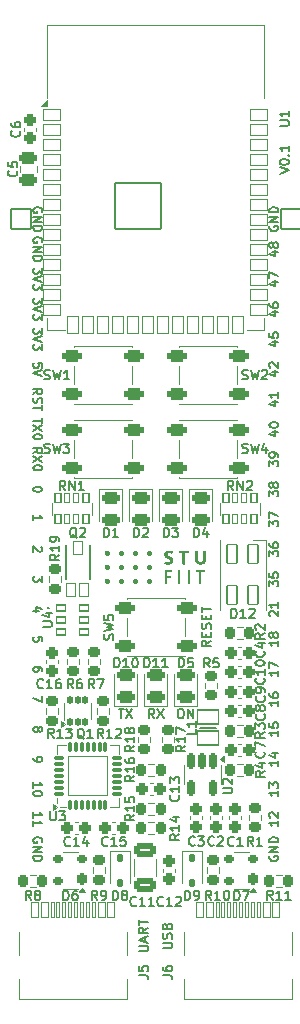
<source format=gto>
G04 #@! TF.GenerationSoftware,KiCad,Pcbnew,8.99.0-1829-g5db4d10c86*
G04 #@! TF.CreationDate,2024-08-04T21:37:52+02:00*
G04 #@! TF.ProjectId,fiit-esp32-kit-pcb,66696974-2d65-4737-9033-322d6b69742d,0.1*
G04 #@! TF.SameCoordinates,Original*
G04 #@! TF.FileFunction,Legend,Top*
G04 #@! TF.FilePolarity,Positive*
%FSLAX46Y46*%
G04 Gerber Fmt 4.6, Leading zero omitted, Abs format (unit mm)*
G04 Created by KiCad (PCBNEW 8.99.0-1829-g5db4d10c86) date 2024-08-04 21:37:52*
%MOMM*%
%LPD*%
G01*
G04 APERTURE LIST*
G04 Aperture macros list*
%AMRoundRect*
0 Rectangle with rounded corners*
0 $1 Rounding radius*
0 $2 $3 $4 $5 $6 $7 $8 $9 X,Y pos of 4 corners*
0 Add a 4 corners polygon primitive as box body*
4,1,4,$2,$3,$4,$5,$6,$7,$8,$9,$2,$3,0*
0 Add four circle primitives for the rounded corners*
1,1,$1+$1,$2,$3*
1,1,$1+$1,$4,$5*
1,1,$1+$1,$6,$7*
1,1,$1+$1,$8,$9*
0 Add four rect primitives between the rounded corners*
20,1,$1+$1,$2,$3,$4,$5,0*
20,1,$1+$1,$4,$5,$6,$7,0*
20,1,$1+$1,$6,$7,$8,$9,0*
20,1,$1+$1,$8,$9,$2,$3,0*%
G04 Aperture macros list end*
%ADD10C,0.000000*%
%ADD11C,0.150000*%
%ADD12C,0.120000*%
%ADD13C,0.200000*%
%ADD14RoundRect,0.050000X-0.750000X-0.450000X0.750000X-0.450000X0.750000X0.450000X-0.750000X0.450000X0*%
%ADD15RoundRect,0.050000X0.750000X0.450000X-0.750000X0.450000X-0.750000X-0.450000X0.750000X-0.450000X0*%
%ADD16RoundRect,0.050000X-0.450000X0.750000X-0.450000X-0.750000X0.450000X-0.750000X0.450000X0.750000X0*%
%ADD17C,0.700000*%
%ADD18RoundRect,0.050000X-1.950000X1.950000X-1.950000X-1.950000X1.950000X-1.950000X1.950000X1.950000X0*%
%ADD19RoundRect,0.125000X0.125000X-0.250000X0.125000X0.250000X-0.125000X0.250000X-0.125000X-0.250000X0*%
%ADD20RoundRect,0.225000X0.300000X-0.225000X0.300000X0.225000X-0.300000X0.225000X-0.300000X-0.225000X0*%
%ADD21RoundRect,0.050000X0.400000X-0.250000X0.400000X0.250000X-0.400000X0.250000X-0.400000X-0.250000X0*%
%ADD22RoundRect,0.250000X-0.275000X0.250000X-0.275000X-0.250000X0.275000X-0.250000X0.275000X0.250000X0*%
%ADD23RoundRect,0.268750X0.481250X-0.268750X0.481250X0.268750X-0.481250X0.268750X-0.481250X-0.268750X0*%
%ADD24RoundRect,0.137500X-0.137500X0.212500X-0.137500X-0.212500X0.137500X-0.212500X0.137500X0.212500X0*%
%ADD25RoundRect,0.250000X-0.250000X-0.275000X0.250000X-0.275000X0.250000X0.275000X-0.250000X0.275000X0*%
%ADD26RoundRect,0.225000X0.225000X0.300000X-0.225000X0.300000X-0.225000X-0.300000X0.225000X-0.300000X0*%
%ADD27RoundRect,0.225000X-0.225000X-0.300000X0.225000X-0.300000X0.225000X0.300000X-0.225000X0.300000X0*%
%ADD28RoundRect,0.250000X0.275000X-0.250000X0.275000X0.250000X-0.275000X0.250000X-0.275000X-0.250000X0*%
%ADD29RoundRect,0.050000X0.250000X-0.400000X0.250000X0.400000X-0.250000X0.400000X-0.250000X-0.400000X0*%
%ADD30RoundRect,0.050000X0.200000X-0.400000X0.200000X0.400000X-0.200000X0.400000X-0.200000X-0.400000X0*%
%ADD31RoundRect,0.271739X-0.678261X0.353261X-0.678261X-0.353261X0.678261X-0.353261X0.678261X0.353261X0*%
%ADD32C,0.750000*%
%ADD33RoundRect,0.050000X-0.300000X-0.620000X0.300000X-0.620000X0.300000X0.620000X-0.300000X0.620000X0*%
%ADD34RoundRect,0.050000X-0.150000X-0.620000X0.150000X-0.620000X0.150000X0.620000X-0.150000X0.620000X0*%
%ADD35O,1.100000X2.200000*%
%ADD36O,1.100000X1.900000*%
%ADD37RoundRect,0.275000X-0.550000X-0.275000X0.550000X-0.275000X0.550000X0.275000X-0.550000X0.275000X0*%
%ADD38RoundRect,0.225000X-0.300000X0.225000X-0.300000X-0.225000X0.300000X-0.225000X0.300000X0.225000X0*%
%ADD39RoundRect,0.250000X0.250000X0.275000X-0.250000X0.275000X-0.250000X-0.275000X0.250000X-0.275000X0*%
%ADD40RoundRect,0.268750X-0.481250X0.268750X-0.481250X-0.268750X0.481250X-0.268750X0.481250X0.268750X0*%
%ADD41RoundRect,0.275000X-0.500000X0.275000X-0.500000X-0.275000X0.500000X-0.275000X0.500000X0.275000X0*%
%ADD42RoundRect,0.050000X0.425000X-0.800000X0.425000X0.800000X-0.425000X0.800000X-0.425000X-0.800000X0*%
%ADD43RoundRect,0.087500X0.087500X-0.362500X0.087500X0.362500X-0.087500X0.362500X-0.087500X-0.362500X0*%
%ADD44RoundRect,0.087500X0.362500X-0.087500X0.362500X0.087500X-0.362500X0.087500X-0.362500X-0.087500X0*%
%ADD45RoundRect,0.050000X1.675000X-1.675000X1.675000X1.675000X-1.675000X1.675000X-1.675000X-1.675000X0*%
%ADD46RoundRect,0.175000X-0.175000X0.537500X-0.175000X-0.537500X0.175000X-0.537500X0.175000X0.537500X0*%
%ADD47RoundRect,0.050000X0.400000X0.550000X-0.400000X0.550000X-0.400000X-0.550000X0.400000X-0.550000X0*%
%ADD48RoundRect,0.050000X0.900000X-0.600000X0.900000X0.600000X-0.900000X0.600000X-0.900000X-0.600000X0*%
%ADD49RoundRect,0.200000X0.200000X0.350000X-0.200000X0.350000X-0.200000X-0.350000X0.200000X-0.350000X0*%
%ADD50RoundRect,0.175000X0.225000X0.175000X-0.225000X0.175000X-0.225000X-0.175000X0.225000X-0.175000X0*%
%ADD51RoundRect,0.050000X0.850000X0.850000X-0.850000X0.850000X-0.850000X-0.850000X0.850000X-0.850000X0*%
%ADD52O,1.800000X1.800000*%
G04 APERTURE END LIST*
D10*
G36*
X204800802Y-88752083D02*
G01*
X204811799Y-88752922D01*
X204822635Y-88754304D01*
X204833296Y-88756214D01*
X204843769Y-88758639D01*
X204854041Y-88761566D01*
X204864097Y-88764980D01*
X204873924Y-88768867D01*
X204883510Y-88773214D01*
X204892839Y-88778008D01*
X204901899Y-88783233D01*
X204910676Y-88788877D01*
X204919157Y-88794926D01*
X204927328Y-88801366D01*
X204935176Y-88808183D01*
X204942687Y-88815363D01*
X204949847Y-88822893D01*
X204956644Y-88830759D01*
X204963062Y-88838947D01*
X204969090Y-88847443D01*
X204974714Y-88856234D01*
X204979919Y-88865305D01*
X204984693Y-88874644D01*
X204989021Y-88884235D01*
X204992891Y-88894066D01*
X204996289Y-88904123D01*
X204999202Y-88914391D01*
X205001615Y-88924858D01*
X205003515Y-88935508D01*
X205004889Y-88946330D01*
X205005724Y-88957308D01*
X205006005Y-88968429D01*
X205005724Y-88979558D01*
X205004889Y-88990540D01*
X205003515Y-89001361D01*
X205001615Y-89012008D01*
X204999202Y-89022467D01*
X204996289Y-89032725D01*
X204992891Y-89042768D01*
X204989021Y-89052583D01*
X204984693Y-89062156D01*
X204979919Y-89071473D01*
X204974714Y-89080522D01*
X204969090Y-89089289D01*
X204963062Y-89097759D01*
X204956644Y-89105920D01*
X204949847Y-89113758D01*
X204942687Y-89121260D01*
X204935176Y-89128412D01*
X204927328Y-89135200D01*
X204919157Y-89141611D01*
X204910676Y-89147632D01*
X204901899Y-89153249D01*
X204892839Y-89158449D01*
X204883510Y-89163217D01*
X204873924Y-89167541D01*
X204864097Y-89171406D01*
X204854041Y-89174800D01*
X204843769Y-89177709D01*
X204833296Y-89180120D01*
X204822635Y-89182018D01*
X204811799Y-89183391D01*
X204800802Y-89184224D01*
X204789657Y-89184505D01*
X204778513Y-89184224D01*
X204767516Y-89183391D01*
X204756680Y-89182018D01*
X204746019Y-89180120D01*
X204735546Y-89177709D01*
X204725275Y-89174800D01*
X204715218Y-89171406D01*
X204705391Y-89167541D01*
X204695806Y-89163217D01*
X204686476Y-89158449D01*
X204677416Y-89153249D01*
X204668638Y-89147632D01*
X204660157Y-89141611D01*
X204651986Y-89135200D01*
X204644138Y-89128412D01*
X204636627Y-89121260D01*
X204629466Y-89113758D01*
X204622670Y-89105920D01*
X204616250Y-89097759D01*
X204610222Y-89089289D01*
X204604599Y-89080522D01*
X204599393Y-89071473D01*
X204594619Y-89062156D01*
X204590290Y-89052583D01*
X204586420Y-89042768D01*
X204583022Y-89032725D01*
X204580109Y-89022467D01*
X204577696Y-89012008D01*
X204575796Y-89001361D01*
X204574421Y-88990540D01*
X204573587Y-88979558D01*
X204573306Y-88968429D01*
X204573587Y-88957308D01*
X204574421Y-88946330D01*
X204575796Y-88935508D01*
X204577696Y-88924858D01*
X204580109Y-88914391D01*
X204583022Y-88904123D01*
X204586420Y-88894066D01*
X204590290Y-88884235D01*
X204594619Y-88874644D01*
X204599393Y-88865305D01*
X204604599Y-88856234D01*
X204610222Y-88847443D01*
X204616250Y-88838947D01*
X204622670Y-88830759D01*
X204629466Y-88822893D01*
X204636627Y-88815363D01*
X204644138Y-88808183D01*
X204651986Y-88801366D01*
X204660157Y-88794926D01*
X204668638Y-88788877D01*
X204677416Y-88783233D01*
X204686476Y-88778008D01*
X204695805Y-88773214D01*
X204705391Y-88768867D01*
X204715218Y-88764980D01*
X204725275Y-88761566D01*
X204735546Y-88758639D01*
X204746019Y-88756214D01*
X204756680Y-88754304D01*
X204767516Y-88752922D01*
X204778513Y-88752083D01*
X204789657Y-88751801D01*
X204800802Y-88752083D01*
G37*
G36*
X204800802Y-87564053D02*
G01*
X204811799Y-87564882D01*
X204822635Y-87566247D01*
X204833296Y-87568136D01*
X204843769Y-87570534D01*
X204854041Y-87573430D01*
X204864097Y-87576808D01*
X204873924Y-87580658D01*
X204883510Y-87584964D01*
X204892839Y-87589714D01*
X204901899Y-87594895D01*
X204910676Y-87600493D01*
X204919157Y-87606495D01*
X204927328Y-87612888D01*
X204935176Y-87619659D01*
X204942687Y-87626794D01*
X204949847Y-87634281D01*
X204956644Y-87642105D01*
X204963062Y-87650255D01*
X204969090Y-87658716D01*
X204974714Y-87667475D01*
X204979919Y-87676519D01*
X204984693Y-87685835D01*
X204989021Y-87695410D01*
X204992891Y-87705231D01*
X204996289Y-87715283D01*
X204999202Y-87725554D01*
X205001615Y-87736032D01*
X205003515Y-87746701D01*
X205004889Y-87757550D01*
X205005724Y-87768565D01*
X205006005Y-87779733D01*
X205005724Y-87790877D01*
X205004889Y-87801874D01*
X205003515Y-87812710D01*
X205001615Y-87823372D01*
X204999202Y-87833845D01*
X204996289Y-87844116D01*
X204992891Y-87854172D01*
X204989021Y-87864000D01*
X204984693Y-87873585D01*
X204979919Y-87882915D01*
X204974714Y-87891975D01*
X204969090Y-87900753D01*
X204963062Y-87909234D01*
X204956644Y-87917405D01*
X204949847Y-87925253D01*
X204942687Y-87932764D01*
X204935176Y-87939924D01*
X204927328Y-87946721D01*
X204919157Y-87953140D01*
X204910676Y-87959168D01*
X204901899Y-87964792D01*
X204892839Y-87969997D01*
X204883510Y-87974771D01*
X204873924Y-87979100D01*
X204864097Y-87982970D01*
X204854041Y-87986368D01*
X204843769Y-87989281D01*
X204833296Y-87991694D01*
X204822635Y-87993595D01*
X204811799Y-87994969D01*
X204800802Y-87995803D01*
X204789657Y-87996084D01*
X204778513Y-87995803D01*
X204767516Y-87994969D01*
X204756680Y-87993595D01*
X204746019Y-87991694D01*
X204735546Y-87989281D01*
X204725275Y-87986368D01*
X204715218Y-87982970D01*
X204705391Y-87979100D01*
X204695805Y-87974771D01*
X204686476Y-87969997D01*
X204677416Y-87964792D01*
X204668638Y-87959168D01*
X204660157Y-87953140D01*
X204651986Y-87946721D01*
X204644138Y-87939924D01*
X204636627Y-87932764D01*
X204629466Y-87925253D01*
X204622670Y-87917405D01*
X204616250Y-87909234D01*
X204610222Y-87900753D01*
X204604599Y-87891975D01*
X204599393Y-87882915D01*
X204594619Y-87873585D01*
X204590290Y-87864000D01*
X204586420Y-87854172D01*
X204583022Y-87844116D01*
X204580109Y-87833845D01*
X204577696Y-87823372D01*
X204575796Y-87812710D01*
X204574421Y-87801874D01*
X204573587Y-87790877D01*
X204573306Y-87779733D01*
X204573587Y-87768565D01*
X204574421Y-87757550D01*
X204575796Y-87746701D01*
X204577696Y-87736032D01*
X204580109Y-87725554D01*
X204583022Y-87715283D01*
X204586420Y-87705231D01*
X204590290Y-87695410D01*
X204594619Y-87685835D01*
X204599393Y-87676519D01*
X204604599Y-87667475D01*
X204610222Y-87658716D01*
X204616250Y-87650255D01*
X204622670Y-87642105D01*
X204629466Y-87634281D01*
X204636627Y-87626794D01*
X204644138Y-87619659D01*
X204651986Y-87612888D01*
X204660157Y-87606495D01*
X204668638Y-87600493D01*
X204677416Y-87594895D01*
X204686476Y-87589714D01*
X204695805Y-87584964D01*
X204705391Y-87580658D01*
X204715218Y-87576808D01*
X204725275Y-87573430D01*
X204735546Y-87570534D01*
X204746019Y-87568136D01*
X204756680Y-87566247D01*
X204767516Y-87564882D01*
X204778513Y-87564053D01*
X204789657Y-87563774D01*
X204800802Y-87564053D01*
G37*
G36*
X210551601Y-88019404D02*
G01*
X210553237Y-88019577D01*
X210554011Y-88019708D01*
X210554757Y-88019869D01*
X210555474Y-88020060D01*
X210556162Y-88020281D01*
X210556821Y-88020533D01*
X210557452Y-88020816D01*
X210558054Y-88021131D01*
X210558628Y-88021477D01*
X210559173Y-88021855D01*
X210559689Y-88022266D01*
X210560178Y-88022708D01*
X210560638Y-88023184D01*
X210561069Y-88023693D01*
X210561473Y-88024235D01*
X210561848Y-88024811D01*
X210562195Y-88025421D01*
X210562515Y-88026065D01*
X210562806Y-88026744D01*
X210563069Y-88027457D01*
X210563304Y-88028206D01*
X210563511Y-88028990D01*
X210563691Y-88029810D01*
X210563843Y-88030666D01*
X210563967Y-88031558D01*
X210564132Y-88033453D01*
X210564187Y-88035497D01*
X210564187Y-89158047D01*
X210564132Y-89160088D01*
X210564063Y-89161052D01*
X210563967Y-89161978D01*
X210563843Y-89162866D01*
X210563691Y-89163718D01*
X210563511Y-89164533D01*
X210563304Y-89165312D01*
X210563069Y-89166054D01*
X210562806Y-89166761D01*
X210562515Y-89167433D01*
X210562195Y-89168070D01*
X210561848Y-89168673D01*
X210561473Y-89169241D01*
X210561069Y-89169776D01*
X210560638Y-89170277D01*
X210560178Y-89170745D01*
X210559689Y-89171180D01*
X210559173Y-89171583D01*
X210558628Y-89171954D01*
X210558054Y-89172293D01*
X210557452Y-89172600D01*
X210556821Y-89172877D01*
X210556162Y-89173123D01*
X210555474Y-89173339D01*
X210554757Y-89173525D01*
X210554011Y-89173681D01*
X210553237Y-89173809D01*
X210552434Y-89173907D01*
X210551601Y-89173977D01*
X210550740Y-89174018D01*
X210549850Y-89174032D01*
X210420325Y-89174032D01*
X210418283Y-89173977D01*
X210416393Y-89173809D01*
X210415504Y-89173681D01*
X210414652Y-89173525D01*
X210413837Y-89173339D01*
X210413058Y-89173123D01*
X210412315Y-89172877D01*
X210411608Y-89172600D01*
X210410936Y-89172293D01*
X210410299Y-89171954D01*
X210409697Y-89171583D01*
X210409128Y-89171180D01*
X210408594Y-89170745D01*
X210408092Y-89170277D01*
X210407624Y-89169776D01*
X210407189Y-89169241D01*
X210406786Y-89168673D01*
X210406416Y-89168070D01*
X210406076Y-89167433D01*
X210405769Y-89166761D01*
X210405492Y-89166054D01*
X210405246Y-89165312D01*
X210405030Y-89164533D01*
X210404844Y-89163718D01*
X210404688Y-89162866D01*
X210404561Y-89161978D01*
X210404393Y-89160088D01*
X210404337Y-89158047D01*
X210404337Y-88035497D01*
X210404393Y-88033453D01*
X210404561Y-88031558D01*
X210404688Y-88030666D01*
X210404844Y-88029810D01*
X210405030Y-88028990D01*
X210405246Y-88028206D01*
X210405492Y-88027457D01*
X210405769Y-88026744D01*
X210406076Y-88026065D01*
X210406416Y-88025421D01*
X210406786Y-88024811D01*
X210407189Y-88024235D01*
X210407624Y-88023693D01*
X210408092Y-88023184D01*
X210408594Y-88022708D01*
X210409128Y-88022266D01*
X210409697Y-88021855D01*
X210410299Y-88021477D01*
X210410936Y-88021131D01*
X210411608Y-88020816D01*
X210412315Y-88020533D01*
X210413058Y-88020281D01*
X210413837Y-88020060D01*
X210414652Y-88019869D01*
X210415504Y-88019708D01*
X210416393Y-88019577D01*
X210417319Y-88019476D01*
X210418283Y-88019404D01*
X210420325Y-88019347D01*
X210549850Y-88019347D01*
X210551601Y-88019404D01*
G37*
G36*
X211290825Y-86391965D02*
G01*
X211291811Y-86392061D01*
X211292768Y-86392196D01*
X211293694Y-86392370D01*
X211294590Y-86392583D01*
X211295455Y-86392836D01*
X211296289Y-86393129D01*
X211297092Y-86393461D01*
X211297864Y-86393834D01*
X211298605Y-86394248D01*
X211299313Y-86394702D01*
X211299989Y-86395197D01*
X211300633Y-86395734D01*
X211301245Y-86396312D01*
X211301823Y-86396931D01*
X211302368Y-86397593D01*
X211302880Y-86398297D01*
X211303359Y-86399043D01*
X211303803Y-86399832D01*
X211304214Y-86400664D01*
X211304590Y-86401539D01*
X211304931Y-86402458D01*
X211305237Y-86403420D01*
X211305509Y-86404426D01*
X211305745Y-86405476D01*
X211305945Y-86406570D01*
X211306110Y-86407709D01*
X211306330Y-86410122D01*
X211306404Y-86412716D01*
X211306404Y-87183592D01*
X211306587Y-87194069D01*
X211307134Y-87204209D01*
X211308047Y-87214011D01*
X211309324Y-87223477D01*
X211310967Y-87232607D01*
X211312975Y-87241401D01*
X211315348Y-87249859D01*
X211318087Y-87257982D01*
X211321191Y-87265769D01*
X211324660Y-87273222D01*
X211328495Y-87280340D01*
X211332695Y-87287125D01*
X211337261Y-87293575D01*
X211342193Y-87299692D01*
X211347490Y-87305475D01*
X211353152Y-87310925D01*
X211359181Y-87316043D01*
X211365575Y-87320829D01*
X211372335Y-87325282D01*
X211379461Y-87329403D01*
X211386953Y-87333194D01*
X211394811Y-87336653D01*
X211403035Y-87339781D01*
X211411625Y-87342578D01*
X211420582Y-87345045D01*
X211429904Y-87347183D01*
X211439593Y-87348990D01*
X211449648Y-87350469D01*
X211470856Y-87352439D01*
X211493531Y-87353095D01*
X211516452Y-87352439D01*
X211527351Y-87351618D01*
X211537876Y-87350469D01*
X211548028Y-87348990D01*
X211557806Y-87347183D01*
X211567212Y-87345045D01*
X211576245Y-87342578D01*
X211584905Y-87339781D01*
X211593194Y-87336653D01*
X211601111Y-87333194D01*
X211608657Y-87329403D01*
X211615832Y-87325282D01*
X211622636Y-87320829D01*
X211629069Y-87316043D01*
X211635132Y-87310925D01*
X211640826Y-87305475D01*
X211646150Y-87299692D01*
X211651104Y-87293575D01*
X211655690Y-87287125D01*
X211659907Y-87280340D01*
X211663756Y-87273222D01*
X211667237Y-87265769D01*
X211670350Y-87257982D01*
X211673096Y-87249859D01*
X211675475Y-87241401D01*
X211677487Y-87232607D01*
X211679132Y-87223477D01*
X211680411Y-87214011D01*
X211681325Y-87204209D01*
X211681872Y-87194069D01*
X211682055Y-87183592D01*
X211682055Y-86412716D01*
X211682074Y-86411397D01*
X211682132Y-86410122D01*
X211682229Y-86408893D01*
X211682364Y-86407709D01*
X211682538Y-86406570D01*
X211682749Y-86405476D01*
X211682999Y-86404426D01*
X211683287Y-86403420D01*
X211683613Y-86402458D01*
X211683977Y-86401539D01*
X211684378Y-86400664D01*
X211684817Y-86399832D01*
X211685294Y-86399043D01*
X211685808Y-86398297D01*
X211686359Y-86397593D01*
X211686948Y-86396931D01*
X211687574Y-86396312D01*
X211688237Y-86395734D01*
X211688936Y-86395197D01*
X211689673Y-86394702D01*
X211690446Y-86394248D01*
X211691256Y-86393834D01*
X211692102Y-86393461D01*
X211692985Y-86393129D01*
X211693904Y-86392836D01*
X211694859Y-86392583D01*
X211695851Y-86392370D01*
X211696878Y-86392196D01*
X211697941Y-86392061D01*
X211699040Y-86391965D01*
X211700175Y-86391908D01*
X211701345Y-86391888D01*
X211917147Y-86391888D01*
X211919208Y-86391965D01*
X211920194Y-86392061D01*
X211921150Y-86392196D01*
X211922076Y-86392370D01*
X211922972Y-86392583D01*
X211923837Y-86392836D01*
X211924672Y-86393129D01*
X211925475Y-86393461D01*
X211926247Y-86393834D01*
X211926987Y-86394248D01*
X211927695Y-86394702D01*
X211928371Y-86395197D01*
X211929015Y-86395734D01*
X211929626Y-86396312D01*
X211930205Y-86396931D01*
X211930750Y-86397593D01*
X211931262Y-86398297D01*
X211931740Y-86399043D01*
X211932185Y-86399832D01*
X211932595Y-86400664D01*
X211932971Y-86401539D01*
X211933312Y-86402458D01*
X211933619Y-86403420D01*
X211933890Y-86404426D01*
X211934126Y-86405476D01*
X211934327Y-86406570D01*
X211934491Y-86407709D01*
X211934712Y-86410122D01*
X211934785Y-86412716D01*
X211934787Y-87189928D01*
X211933293Y-87231214D01*
X211928748Y-87270468D01*
X211925303Y-87289306D01*
X211921062Y-87307603D01*
X211916012Y-87325349D01*
X211910142Y-87342533D01*
X211903441Y-87359143D01*
X211895897Y-87375169D01*
X211887499Y-87390600D01*
X211878236Y-87405425D01*
X211868095Y-87419633D01*
X211857066Y-87433213D01*
X211845137Y-87446155D01*
X211832296Y-87458447D01*
X211818532Y-87470078D01*
X211803834Y-87481038D01*
X211788190Y-87491316D01*
X211771589Y-87500900D01*
X211754019Y-87509780D01*
X211735469Y-87517946D01*
X211715927Y-87525385D01*
X211695382Y-87532088D01*
X211673822Y-87538043D01*
X211651236Y-87543239D01*
X211627613Y-87547666D01*
X211602940Y-87551312D01*
X211577207Y-87554167D01*
X211550403Y-87556220D01*
X211493532Y-87557875D01*
X211464676Y-87557460D01*
X211436907Y-87556220D01*
X211410214Y-87554167D01*
X211384585Y-87551312D01*
X211360009Y-87547666D01*
X211336476Y-87543239D01*
X211313973Y-87538043D01*
X211292490Y-87532088D01*
X211272016Y-87525385D01*
X211252538Y-87517946D01*
X211234047Y-87509780D01*
X211216531Y-87500900D01*
X211199978Y-87491316D01*
X211184378Y-87481038D01*
X211169719Y-87470078D01*
X211155990Y-87458447D01*
X211143180Y-87446155D01*
X211131278Y-87433213D01*
X211120272Y-87419633D01*
X211110151Y-87405425D01*
X211100905Y-87390600D01*
X211092521Y-87375169D01*
X211084989Y-87359143D01*
X211078297Y-87342533D01*
X211072434Y-87325349D01*
X211067390Y-87307603D01*
X211063152Y-87289306D01*
X211059710Y-87270468D01*
X211057052Y-87251100D01*
X211055168Y-87231214D01*
X211054045Y-87210819D01*
X211053674Y-87189928D01*
X211053674Y-86412716D01*
X211053748Y-86410122D01*
X211053842Y-86408893D01*
X211053974Y-86407709D01*
X211054144Y-86406570D01*
X211054353Y-86405476D01*
X211054600Y-86404426D01*
X211054887Y-86403420D01*
X211055214Y-86402458D01*
X211055580Y-86401539D01*
X211055987Y-86400664D01*
X211056434Y-86399832D01*
X211056921Y-86399043D01*
X211057450Y-86398297D01*
X211058020Y-86397593D01*
X211058632Y-86396931D01*
X211059286Y-86396312D01*
X211059982Y-86395734D01*
X211060720Y-86395197D01*
X211061502Y-86394702D01*
X211062326Y-86394248D01*
X211063194Y-86393834D01*
X211064106Y-86393461D01*
X211065062Y-86393129D01*
X211066062Y-86392836D01*
X211067107Y-86392583D01*
X211068197Y-86392370D01*
X211069333Y-86392196D01*
X211070513Y-86392061D01*
X211071740Y-86391965D01*
X211074332Y-86391888D01*
X211288764Y-86391888D01*
X211290825Y-86391965D01*
G37*
G36*
X205989223Y-86375235D02*
G01*
X206000222Y-86376067D01*
X206011063Y-86377438D01*
X206021729Y-86379333D01*
X206032209Y-86381740D01*
X206042488Y-86384646D01*
X206052553Y-86388035D01*
X206062390Y-86391896D01*
X206071986Y-86396215D01*
X206081327Y-86400979D01*
X206090399Y-86406173D01*
X206099188Y-86411785D01*
X206107682Y-86417801D01*
X206115866Y-86424207D01*
X206123727Y-86430991D01*
X206131251Y-86438139D01*
X206138425Y-86445637D01*
X206145234Y-86453473D01*
X206151666Y-86461632D01*
X206157707Y-86470101D01*
X206163342Y-86478867D01*
X206168559Y-86487916D01*
X206173344Y-86497235D01*
X206177683Y-86506811D01*
X206181563Y-86516629D01*
X206184969Y-86526678D01*
X206187889Y-86536942D01*
X206190309Y-86547410D01*
X206192214Y-86558066D01*
X206193592Y-86568899D01*
X206194429Y-86579894D01*
X206194711Y-86591038D01*
X206194429Y-86602182D01*
X206193592Y-86613178D01*
X206192214Y-86624014D01*
X206190309Y-86634675D01*
X206187889Y-86645147D01*
X206184969Y-86655419D01*
X206181563Y-86665475D01*
X206177683Y-86675302D01*
X206173344Y-86684887D01*
X206168559Y-86694217D01*
X206163342Y-86703277D01*
X206157707Y-86712055D01*
X206151666Y-86720536D01*
X206145234Y-86728707D01*
X206138425Y-86736555D01*
X206131251Y-86744066D01*
X206123727Y-86751227D01*
X206115866Y-86758024D01*
X206107682Y-86764443D01*
X206099188Y-86770472D01*
X206090399Y-86776095D01*
X206081327Y-86781301D01*
X206071986Y-86786075D01*
X206062390Y-86790405D01*
X206052553Y-86794275D01*
X206042488Y-86797673D01*
X206032209Y-86800586D01*
X206021729Y-86802999D01*
X206011063Y-86804900D01*
X206000222Y-86806274D01*
X205989223Y-86807109D01*
X205978077Y-86807390D01*
X205966934Y-86807109D01*
X205955940Y-86806274D01*
X205945108Y-86804900D01*
X205934453Y-86802999D01*
X205923986Y-86800586D01*
X205913723Y-86797673D01*
X205903675Y-86794275D01*
X205893857Y-86790405D01*
X205884282Y-86786075D01*
X205874964Y-86781301D01*
X205865915Y-86776095D01*
X205857150Y-86770472D01*
X205848681Y-86764443D01*
X205840523Y-86758024D01*
X205832688Y-86751227D01*
X205825190Y-86744066D01*
X205818042Y-86736555D01*
X205811259Y-86728707D01*
X205804852Y-86720536D01*
X205798836Y-86712055D01*
X205793225Y-86703277D01*
X205788031Y-86694217D01*
X205783268Y-86684887D01*
X205778949Y-86675302D01*
X205775088Y-86665475D01*
X205771698Y-86655419D01*
X205768793Y-86645147D01*
X205766386Y-86634675D01*
X205764491Y-86624014D01*
X205763120Y-86613178D01*
X205762288Y-86602182D01*
X205762008Y-86591038D01*
X205762288Y-86579894D01*
X205763120Y-86568899D01*
X205764491Y-86558066D01*
X205766386Y-86547410D01*
X205768793Y-86536942D01*
X205771698Y-86526678D01*
X205775088Y-86516629D01*
X205778949Y-86506811D01*
X205783268Y-86497235D01*
X205788031Y-86487916D01*
X205793225Y-86478867D01*
X205798836Y-86470101D01*
X205804852Y-86461632D01*
X205811259Y-86453473D01*
X205818042Y-86445637D01*
X205825190Y-86438139D01*
X205832688Y-86430991D01*
X205840523Y-86424207D01*
X205848681Y-86417801D01*
X205857150Y-86411785D01*
X205865915Y-86406173D01*
X205874964Y-86400979D01*
X205884282Y-86396215D01*
X205893857Y-86391896D01*
X205903675Y-86388035D01*
X205913723Y-86384646D01*
X205923986Y-86381740D01*
X205934453Y-86379333D01*
X205945108Y-86377438D01*
X205955940Y-86376067D01*
X205966934Y-86375235D01*
X205978077Y-86374955D01*
X205989223Y-86375235D01*
G37*
G36*
X203612334Y-86375235D02*
G01*
X203623289Y-86376067D01*
X203634088Y-86377438D01*
X203644718Y-86379333D01*
X203655166Y-86381740D01*
X203665417Y-86384646D01*
X203675457Y-86388035D01*
X203685273Y-86391896D01*
X203694850Y-86396215D01*
X203704176Y-86400979D01*
X203713235Y-86406173D01*
X203722015Y-86411785D01*
X203730502Y-86417801D01*
X203738681Y-86424207D01*
X203746539Y-86430991D01*
X203754062Y-86438139D01*
X203761237Y-86445637D01*
X203768048Y-86453473D01*
X203774483Y-86461632D01*
X203780528Y-86470101D01*
X203786169Y-86478867D01*
X203791392Y-86487916D01*
X203796183Y-86497235D01*
X203800528Y-86506811D01*
X203804414Y-86516629D01*
X203807826Y-86526678D01*
X203810752Y-86536942D01*
X203813177Y-86547410D01*
X203815087Y-86558066D01*
X203816468Y-86568899D01*
X203817307Y-86579894D01*
X203817590Y-86591038D01*
X203817307Y-86602182D01*
X203816468Y-86613178D01*
X203815087Y-86624014D01*
X203813177Y-86634675D01*
X203810752Y-86645147D01*
X203807826Y-86655419D01*
X203804414Y-86665475D01*
X203800528Y-86675302D01*
X203796183Y-86684887D01*
X203791392Y-86694217D01*
X203786169Y-86703277D01*
X203780528Y-86712055D01*
X203774483Y-86720536D01*
X203768048Y-86728707D01*
X203761237Y-86736555D01*
X203754062Y-86744066D01*
X203746539Y-86751227D01*
X203738681Y-86758024D01*
X203730502Y-86764443D01*
X203722015Y-86770472D01*
X203713235Y-86776095D01*
X203704176Y-86781301D01*
X203694850Y-86786075D01*
X203685273Y-86790405D01*
X203675457Y-86794275D01*
X203665417Y-86797673D01*
X203655166Y-86800586D01*
X203644718Y-86802999D01*
X203634088Y-86804900D01*
X203623289Y-86806274D01*
X203612334Y-86807109D01*
X203601238Y-86807390D01*
X203590093Y-86807109D01*
X203579093Y-86806274D01*
X203568254Y-86804900D01*
X203557587Y-86802999D01*
X203547108Y-86800586D01*
X203536829Y-86797673D01*
X203526765Y-86794275D01*
X203516928Y-86790405D01*
X203507332Y-86786075D01*
X203497992Y-86781301D01*
X203488920Y-86776095D01*
X203480131Y-86770472D01*
X203471637Y-86764443D01*
X203463453Y-86758024D01*
X203455593Y-86751227D01*
X203448069Y-86744066D01*
X203440895Y-86736555D01*
X203434086Y-86728707D01*
X203427654Y-86720536D01*
X203421614Y-86712055D01*
X203415978Y-86703277D01*
X203410761Y-86694217D01*
X203405976Y-86684887D01*
X203401637Y-86675302D01*
X203397758Y-86665475D01*
X203394351Y-86655419D01*
X203391432Y-86645147D01*
X203389012Y-86634675D01*
X203387107Y-86624014D01*
X203385729Y-86613178D01*
X203384892Y-86602182D01*
X203384610Y-86591038D01*
X203384892Y-86579894D01*
X203385729Y-86568899D01*
X203387107Y-86558066D01*
X203389012Y-86547410D01*
X203391432Y-86536942D01*
X203394351Y-86526678D01*
X203397758Y-86516629D01*
X203401637Y-86506811D01*
X203405976Y-86497235D01*
X203410761Y-86487916D01*
X203415978Y-86478867D01*
X203421614Y-86470101D01*
X203427654Y-86461632D01*
X203434086Y-86453473D01*
X203440895Y-86445637D01*
X203448069Y-86438139D01*
X203455593Y-86430991D01*
X203463453Y-86424207D01*
X203471637Y-86417801D01*
X203480131Y-86411785D01*
X203488920Y-86406173D01*
X203497992Y-86400979D01*
X203507332Y-86396215D01*
X203516928Y-86391896D01*
X203526765Y-86388035D01*
X203536829Y-86384646D01*
X203547108Y-86381740D01*
X203557587Y-86379333D01*
X203568254Y-86377438D01*
X203579093Y-86376067D01*
X203590093Y-86375235D01*
X203601238Y-86374955D01*
X203612334Y-86375235D01*
G37*
G36*
X205989223Y-87564053D02*
G01*
X206000222Y-87564882D01*
X206011063Y-87566247D01*
X206021729Y-87568136D01*
X206032209Y-87570534D01*
X206042488Y-87573430D01*
X206052553Y-87576808D01*
X206062390Y-87580658D01*
X206071986Y-87584964D01*
X206081327Y-87589714D01*
X206090399Y-87594895D01*
X206099188Y-87600493D01*
X206107682Y-87606495D01*
X206115866Y-87612888D01*
X206123727Y-87619659D01*
X206131251Y-87626794D01*
X206138425Y-87634281D01*
X206145234Y-87642105D01*
X206151666Y-87650255D01*
X206157707Y-87658716D01*
X206163342Y-87667475D01*
X206168559Y-87676519D01*
X206173344Y-87685835D01*
X206177683Y-87695410D01*
X206181563Y-87705231D01*
X206184969Y-87715283D01*
X206187889Y-87725554D01*
X206190309Y-87736032D01*
X206192214Y-87746701D01*
X206193592Y-87757550D01*
X206194429Y-87768565D01*
X206194711Y-87779733D01*
X206194429Y-87790877D01*
X206193592Y-87801874D01*
X206192214Y-87812710D01*
X206190309Y-87823372D01*
X206187889Y-87833845D01*
X206184969Y-87844116D01*
X206181563Y-87854172D01*
X206177683Y-87864000D01*
X206173344Y-87873585D01*
X206168559Y-87882915D01*
X206163342Y-87891975D01*
X206157707Y-87900753D01*
X206151666Y-87909234D01*
X206145234Y-87917405D01*
X206138425Y-87925253D01*
X206131251Y-87932764D01*
X206123727Y-87939924D01*
X206115866Y-87946721D01*
X206107682Y-87953140D01*
X206099188Y-87959168D01*
X206090399Y-87964792D01*
X206081327Y-87969997D01*
X206071986Y-87974771D01*
X206062390Y-87979100D01*
X206052553Y-87982970D01*
X206042488Y-87986368D01*
X206032209Y-87989281D01*
X206021729Y-87991694D01*
X206011063Y-87993595D01*
X206000222Y-87994969D01*
X205989223Y-87995803D01*
X205978077Y-87996084D01*
X205966934Y-87995803D01*
X205955940Y-87994969D01*
X205945108Y-87993595D01*
X205934453Y-87991694D01*
X205923986Y-87989281D01*
X205913723Y-87986368D01*
X205903675Y-87982970D01*
X205893857Y-87979100D01*
X205884282Y-87974771D01*
X205874964Y-87969997D01*
X205865915Y-87964792D01*
X205857150Y-87959168D01*
X205848681Y-87953140D01*
X205840523Y-87946721D01*
X205832688Y-87939924D01*
X205825190Y-87932764D01*
X205818042Y-87925253D01*
X205811259Y-87917405D01*
X205804852Y-87909234D01*
X205798836Y-87900753D01*
X205793225Y-87891975D01*
X205788031Y-87882915D01*
X205783268Y-87873585D01*
X205778949Y-87864000D01*
X205775088Y-87854172D01*
X205771698Y-87844116D01*
X205768793Y-87833845D01*
X205766386Y-87823372D01*
X205764491Y-87812710D01*
X205763120Y-87801874D01*
X205762288Y-87790877D01*
X205762008Y-87779733D01*
X205762288Y-87768565D01*
X205763120Y-87757550D01*
X205764491Y-87746701D01*
X205766386Y-87736032D01*
X205768793Y-87725554D01*
X205771698Y-87715283D01*
X205775088Y-87705231D01*
X205778949Y-87695410D01*
X205783268Y-87685835D01*
X205788031Y-87676519D01*
X205793225Y-87667475D01*
X205798836Y-87658716D01*
X205804852Y-87650255D01*
X205811259Y-87642105D01*
X205818042Y-87634281D01*
X205825190Y-87626794D01*
X205832688Y-87619659D01*
X205840523Y-87612888D01*
X205848681Y-87606495D01*
X205857150Y-87600493D01*
X205865915Y-87594895D01*
X205874964Y-87589714D01*
X205884282Y-87584964D01*
X205893857Y-87580658D01*
X205903675Y-87576808D01*
X205913723Y-87573430D01*
X205923986Y-87570534D01*
X205934453Y-87568136D01*
X205945108Y-87566247D01*
X205955940Y-87564882D01*
X205966934Y-87564053D01*
X205978077Y-87563774D01*
X205989223Y-87564053D01*
G37*
G36*
X211856856Y-88019404D02*
G01*
X211857801Y-88019476D01*
X211858711Y-88019577D01*
X211859587Y-88019708D01*
X211860428Y-88019868D01*
X211861235Y-88020059D01*
X211862007Y-88020281D01*
X211862746Y-88020533D01*
X211863451Y-88020816D01*
X211864123Y-88021131D01*
X211864762Y-88021477D01*
X211865367Y-88021855D01*
X211865939Y-88022265D01*
X211866479Y-88022708D01*
X211866986Y-88023184D01*
X211867461Y-88023693D01*
X211867904Y-88024235D01*
X211868315Y-88024811D01*
X211868695Y-88025421D01*
X211869043Y-88026065D01*
X211869359Y-88026744D01*
X211869645Y-88027457D01*
X211869899Y-88028206D01*
X211870123Y-88028990D01*
X211870316Y-88029810D01*
X211870479Y-88030666D01*
X211870612Y-88031558D01*
X211870715Y-88032487D01*
X211870789Y-88033453D01*
X211870847Y-88035497D01*
X211870847Y-88136093D01*
X211870789Y-88138154D01*
X211870715Y-88139140D01*
X211870612Y-88140096D01*
X211870479Y-88141022D01*
X211870316Y-88141917D01*
X211870123Y-88142782D01*
X211869899Y-88143617D01*
X211869645Y-88144420D01*
X211869359Y-88145192D01*
X211869043Y-88145932D01*
X211868695Y-88146640D01*
X211868315Y-88147317D01*
X211867904Y-88147960D01*
X211867461Y-88148572D01*
X211866986Y-88149150D01*
X211866479Y-88149696D01*
X211865939Y-88150208D01*
X211865367Y-88150686D01*
X211864762Y-88151131D01*
X211864123Y-88151541D01*
X211863451Y-88151917D01*
X211862746Y-88152259D01*
X211862007Y-88152565D01*
X211861235Y-88152837D01*
X211860428Y-88153073D01*
X211859587Y-88153273D01*
X211858711Y-88153438D01*
X211857801Y-88153566D01*
X211856856Y-88153658D01*
X211855875Y-88153714D01*
X211854860Y-88153732D01*
X211576490Y-88153732D01*
X211575756Y-88153746D01*
X211575050Y-88153787D01*
X211574373Y-88153855D01*
X211573723Y-88153949D01*
X211573102Y-88154070D01*
X211572507Y-88154218D01*
X211571939Y-88154392D01*
X211571398Y-88154591D01*
X211570884Y-88154816D01*
X211570395Y-88155066D01*
X211569931Y-88155342D01*
X211569493Y-88155642D01*
X211569080Y-88155967D01*
X211568691Y-88156317D01*
X211568326Y-88156691D01*
X211567984Y-88157088D01*
X211567667Y-88157510D01*
X211567372Y-88157955D01*
X211567100Y-88158423D01*
X211566850Y-88158914D01*
X211566623Y-88159428D01*
X211566417Y-88159965D01*
X211566232Y-88160524D01*
X211566068Y-88161105D01*
X211565802Y-88162332D01*
X211565615Y-88163645D01*
X211565505Y-88165042D01*
X211565469Y-88166521D01*
X211565469Y-89158047D01*
X211565411Y-89160088D01*
X211565338Y-89161052D01*
X211565234Y-89161978D01*
X211565101Y-89162866D01*
X211564938Y-89163718D01*
X211564744Y-89164533D01*
X211564519Y-89165312D01*
X211564263Y-89166054D01*
X211563976Y-89166761D01*
X211563657Y-89167433D01*
X211563306Y-89168070D01*
X211562923Y-89168673D01*
X211562508Y-89169241D01*
X211562060Y-89169776D01*
X211561580Y-89170277D01*
X211561066Y-89170745D01*
X211560519Y-89171180D01*
X211559938Y-89171583D01*
X211559324Y-89171954D01*
X211558675Y-89172293D01*
X211557992Y-89172600D01*
X211557274Y-89172877D01*
X211556522Y-89173123D01*
X211555734Y-89173339D01*
X211554910Y-89173525D01*
X211554051Y-89173681D01*
X211553157Y-89173809D01*
X211551258Y-89173977D01*
X211549213Y-89174032D01*
X211419673Y-89174032D01*
X211417968Y-89173977D01*
X211416367Y-89173809D01*
X211415606Y-89173681D01*
X211414871Y-89173525D01*
X211414162Y-89173339D01*
X211413480Y-89173123D01*
X211412825Y-89172877D01*
X211412196Y-89172600D01*
X211411594Y-89172293D01*
X211411020Y-89171954D01*
X211410472Y-89171583D01*
X211409951Y-89171180D01*
X211409457Y-89170745D01*
X211408991Y-89170277D01*
X211408553Y-89169776D01*
X211408142Y-89169241D01*
X211407758Y-89168673D01*
X211407402Y-89168070D01*
X211407075Y-89167433D01*
X211406775Y-89166761D01*
X211406503Y-89166054D01*
X211406259Y-89165312D01*
X211406044Y-89164533D01*
X211405857Y-89163718D01*
X211405698Y-89162866D01*
X211405568Y-89161978D01*
X211405467Y-89161052D01*
X211405395Y-89160088D01*
X211405337Y-89158047D01*
X211405337Y-88166521D01*
X211405323Y-88165772D01*
X211405282Y-88165042D01*
X211405214Y-88164333D01*
X211405120Y-88163645D01*
X211404999Y-88162978D01*
X211404852Y-88162332D01*
X211404679Y-88161708D01*
X211404480Y-88161105D01*
X211404256Y-88160524D01*
X211404006Y-88159965D01*
X211403732Y-88159428D01*
X211403433Y-88158914D01*
X211403110Y-88158423D01*
X211402762Y-88157955D01*
X211402391Y-88157510D01*
X211401996Y-88157088D01*
X211401577Y-88156691D01*
X211401136Y-88156317D01*
X211400671Y-88155967D01*
X211400184Y-88155642D01*
X211399675Y-88155342D01*
X211399143Y-88155066D01*
X211398589Y-88154816D01*
X211398014Y-88154591D01*
X211397418Y-88154392D01*
X211396800Y-88154218D01*
X211396162Y-88154070D01*
X211395503Y-88153949D01*
X211394823Y-88153855D01*
X211394124Y-88153787D01*
X211393404Y-88153746D01*
X211392665Y-88153732D01*
X211115959Y-88153732D01*
X211114919Y-88153714D01*
X211113917Y-88153658D01*
X211112953Y-88153566D01*
X211112027Y-88153438D01*
X211111139Y-88153273D01*
X211110287Y-88153073D01*
X211109472Y-88152837D01*
X211108693Y-88152565D01*
X211107950Y-88152259D01*
X211107243Y-88151917D01*
X211106571Y-88151541D01*
X211105934Y-88151131D01*
X211105331Y-88150686D01*
X211104763Y-88150208D01*
X211104228Y-88149696D01*
X211103727Y-88149150D01*
X211103259Y-88148572D01*
X211102824Y-88147960D01*
X211102421Y-88147317D01*
X211102050Y-88146640D01*
X211101711Y-88145932D01*
X211101403Y-88145192D01*
X211101127Y-88144420D01*
X211100880Y-88143617D01*
X211100665Y-88142782D01*
X211100479Y-88141917D01*
X211100195Y-88140096D01*
X211100027Y-88138154D01*
X211099972Y-88136093D01*
X211099972Y-88035497D01*
X211100027Y-88033453D01*
X211100195Y-88031558D01*
X211100322Y-88030666D01*
X211100479Y-88029810D01*
X211100665Y-88028990D01*
X211100880Y-88028206D01*
X211101127Y-88027457D01*
X211101403Y-88026744D01*
X211101711Y-88026065D01*
X211102050Y-88025421D01*
X211102421Y-88024811D01*
X211102824Y-88024235D01*
X211103259Y-88023693D01*
X211103727Y-88023184D01*
X211104228Y-88022708D01*
X211104763Y-88022265D01*
X211105331Y-88021855D01*
X211105934Y-88021477D01*
X211106571Y-88021131D01*
X211107243Y-88020816D01*
X211107950Y-88020533D01*
X211108693Y-88020281D01*
X211109472Y-88020059D01*
X211110287Y-88019868D01*
X211111139Y-88019708D01*
X211112027Y-88019577D01*
X211112953Y-88019476D01*
X211113917Y-88019404D01*
X211115959Y-88019346D01*
X211854860Y-88019346D01*
X211856856Y-88019404D01*
G37*
G36*
X207177889Y-86374969D02*
G01*
X207188864Y-86375807D01*
X207199682Y-86377187D01*
X207210328Y-86379095D01*
X207220788Y-86381517D01*
X207231049Y-86384439D01*
X207241097Y-86387848D01*
X207250919Y-86391729D01*
X207260500Y-86396070D01*
X207269828Y-86400855D01*
X207278888Y-86406072D01*
X207287667Y-86411706D01*
X207296151Y-86417743D01*
X207304326Y-86424171D01*
X207312179Y-86430974D01*
X207319696Y-86438139D01*
X207326863Y-86445653D01*
X207333667Y-86453501D01*
X207340094Y-86461670D01*
X207346131Y-86470146D01*
X207351763Y-86478914D01*
X207356977Y-86487962D01*
X207361760Y-86497275D01*
X207366097Y-86506840D01*
X207369975Y-86516643D01*
X207373380Y-86526669D01*
X207376299Y-86536906D01*
X207378718Y-86547339D01*
X207380624Y-86557954D01*
X207382001Y-86568738D01*
X207382838Y-86579676D01*
X207383120Y-86590756D01*
X207382838Y-86601926D01*
X207382001Y-86612946D01*
X207380624Y-86623804D01*
X207378718Y-86634486D01*
X207376299Y-86644978D01*
X207373380Y-86655267D01*
X207369975Y-86665340D01*
X207366097Y-86675183D01*
X207361760Y-86684782D01*
X207356977Y-86694125D01*
X207351763Y-86703197D01*
X207346131Y-86711986D01*
X207340094Y-86720477D01*
X207333667Y-86728657D01*
X207326863Y-86736513D01*
X207319696Y-86744031D01*
X207312179Y-86751198D01*
X207304326Y-86758000D01*
X207296151Y-86764424D01*
X207287667Y-86770457D01*
X207278888Y-86776084D01*
X207269828Y-86781293D01*
X207260500Y-86786069D01*
X207250919Y-86790400D01*
X207241097Y-86794272D01*
X207231049Y-86797671D01*
X207220788Y-86800585D01*
X207210328Y-86802999D01*
X207199682Y-86804900D01*
X207188864Y-86806274D01*
X207177889Y-86807109D01*
X207166768Y-86807390D01*
X207155625Y-86807109D01*
X207144631Y-86806274D01*
X207133800Y-86804900D01*
X207123144Y-86802999D01*
X207112678Y-86800585D01*
X207102414Y-86797671D01*
X207092367Y-86794272D01*
X207082549Y-86790400D01*
X207072974Y-86786069D01*
X207063656Y-86781293D01*
X207054607Y-86776084D01*
X207045842Y-86770457D01*
X207037373Y-86764424D01*
X207029215Y-86758000D01*
X207021380Y-86751198D01*
X207013882Y-86744031D01*
X207006734Y-86736513D01*
X206999950Y-86728657D01*
X206993544Y-86720477D01*
X206987528Y-86711986D01*
X206981917Y-86703197D01*
X206976722Y-86694125D01*
X206971959Y-86684782D01*
X206967640Y-86675183D01*
X206963780Y-86665340D01*
X206960390Y-86655267D01*
X206957485Y-86644978D01*
X206955078Y-86634486D01*
X206953182Y-86623804D01*
X206951812Y-86612946D01*
X206950980Y-86601926D01*
X206950699Y-86590756D01*
X206950980Y-86579676D01*
X206951812Y-86568738D01*
X206953182Y-86557954D01*
X206955078Y-86547339D01*
X206957485Y-86536906D01*
X206960390Y-86526669D01*
X206963779Y-86516643D01*
X206967640Y-86506840D01*
X206971959Y-86497275D01*
X206976722Y-86487962D01*
X206981916Y-86478914D01*
X206987528Y-86470146D01*
X206993544Y-86461670D01*
X206999950Y-86453501D01*
X207006734Y-86445653D01*
X207013882Y-86438139D01*
X207021379Y-86430974D01*
X207029214Y-86424171D01*
X207037373Y-86417743D01*
X207045841Y-86411706D01*
X207054607Y-86406072D01*
X207063655Y-86400855D01*
X207072974Y-86396070D01*
X207082549Y-86391729D01*
X207092367Y-86387848D01*
X207102414Y-86384439D01*
X207112678Y-86381517D01*
X207123144Y-86379095D01*
X207133800Y-86377187D01*
X207144631Y-86375807D01*
X207155625Y-86374969D01*
X207166768Y-86374687D01*
X207177889Y-86374969D01*
G37*
G36*
X203612334Y-87564053D02*
G01*
X203623289Y-87564882D01*
X203634088Y-87566247D01*
X203644718Y-87568136D01*
X203655166Y-87570534D01*
X203665417Y-87573430D01*
X203675457Y-87576808D01*
X203685273Y-87580658D01*
X203694850Y-87584964D01*
X203704176Y-87589714D01*
X203713235Y-87594895D01*
X203722015Y-87600493D01*
X203730502Y-87606495D01*
X203738681Y-87612888D01*
X203746539Y-87619659D01*
X203754062Y-87626794D01*
X203761237Y-87634281D01*
X203768048Y-87642105D01*
X203774483Y-87650255D01*
X203780528Y-87658716D01*
X203786169Y-87667475D01*
X203791392Y-87676519D01*
X203796183Y-87685835D01*
X203800528Y-87695410D01*
X203804414Y-87705231D01*
X203807826Y-87715283D01*
X203810752Y-87725554D01*
X203813177Y-87736032D01*
X203815087Y-87746701D01*
X203816468Y-87757550D01*
X203817307Y-87768565D01*
X203817590Y-87779733D01*
X203817307Y-87790877D01*
X203816468Y-87801874D01*
X203815087Y-87812710D01*
X203813177Y-87823372D01*
X203810752Y-87833845D01*
X203807826Y-87844116D01*
X203804414Y-87854172D01*
X203800528Y-87864000D01*
X203796183Y-87873585D01*
X203791392Y-87882915D01*
X203786169Y-87891975D01*
X203780528Y-87900753D01*
X203774483Y-87909234D01*
X203768048Y-87917405D01*
X203761237Y-87925253D01*
X203754062Y-87932764D01*
X203746539Y-87939924D01*
X203738681Y-87946721D01*
X203730502Y-87953140D01*
X203722015Y-87959168D01*
X203713235Y-87964792D01*
X203704176Y-87969997D01*
X203694850Y-87974771D01*
X203685273Y-87979100D01*
X203675457Y-87982970D01*
X203665417Y-87986368D01*
X203655166Y-87989281D01*
X203644718Y-87991694D01*
X203634088Y-87993595D01*
X203623289Y-87994969D01*
X203612334Y-87995803D01*
X203601238Y-87996084D01*
X203590093Y-87995803D01*
X203579093Y-87994969D01*
X203568254Y-87993595D01*
X203557587Y-87991694D01*
X203547108Y-87989281D01*
X203536829Y-87986368D01*
X203526765Y-87982970D01*
X203516928Y-87979100D01*
X203507332Y-87974771D01*
X203497992Y-87969997D01*
X203488920Y-87964792D01*
X203480131Y-87959168D01*
X203471637Y-87953140D01*
X203463453Y-87946721D01*
X203455593Y-87939924D01*
X203448069Y-87932764D01*
X203440895Y-87925253D01*
X203434086Y-87917405D01*
X203427654Y-87909234D01*
X203421614Y-87900753D01*
X203415978Y-87891975D01*
X203410761Y-87882915D01*
X203405976Y-87873585D01*
X203401637Y-87864000D01*
X203397758Y-87854172D01*
X203394351Y-87844116D01*
X203391432Y-87833845D01*
X203389012Y-87823372D01*
X203387107Y-87812710D01*
X203385729Y-87801874D01*
X203384892Y-87790878D01*
X203384610Y-87779733D01*
X203384892Y-87768565D01*
X203385729Y-87757550D01*
X203387107Y-87746701D01*
X203389012Y-87736032D01*
X203391432Y-87725555D01*
X203394351Y-87715283D01*
X203397758Y-87705231D01*
X203401637Y-87695410D01*
X203405976Y-87685835D01*
X203410761Y-87676519D01*
X203415978Y-87667475D01*
X203421614Y-87658716D01*
X203427654Y-87650255D01*
X203434086Y-87642105D01*
X203440895Y-87634281D01*
X203448069Y-87626794D01*
X203455593Y-87619659D01*
X203463453Y-87612888D01*
X203471637Y-87606495D01*
X203480131Y-87600493D01*
X203488920Y-87594895D01*
X203497992Y-87589714D01*
X203507332Y-87584964D01*
X203516928Y-87580658D01*
X203526765Y-87576808D01*
X203536829Y-87573430D01*
X203547108Y-87570534D01*
X203557587Y-87568136D01*
X203568254Y-87566247D01*
X203579093Y-87564882D01*
X203590093Y-87564053D01*
X203601238Y-87563774D01*
X203612334Y-87564053D01*
G37*
G36*
X209083749Y-88019404D02*
G01*
X209085691Y-88019577D01*
X209086617Y-88019708D01*
X209087513Y-88019868D01*
X209088378Y-88020059D01*
X209089212Y-88020281D01*
X209090016Y-88020533D01*
X209090787Y-88020816D01*
X209091528Y-88021131D01*
X209092236Y-88021477D01*
X209092912Y-88021855D01*
X209093556Y-88022265D01*
X209094168Y-88022708D01*
X209094746Y-88023184D01*
X209095291Y-88023693D01*
X209095803Y-88024235D01*
X209096282Y-88024811D01*
X209096726Y-88025421D01*
X209097136Y-88026065D01*
X209097512Y-88026744D01*
X209097854Y-88027457D01*
X209098160Y-88028206D01*
X209098432Y-88028990D01*
X209098668Y-88029810D01*
X209098868Y-88030666D01*
X209099032Y-88031558D01*
X209099161Y-88032487D01*
X209099253Y-88033453D01*
X209099308Y-88034456D01*
X209099327Y-88035497D01*
X209099327Y-88136093D01*
X209099308Y-88137138D01*
X209099253Y-88138154D01*
X209099161Y-88139140D01*
X209099032Y-88140096D01*
X209098868Y-88141022D01*
X209098668Y-88141917D01*
X209098432Y-88142782D01*
X209098160Y-88143617D01*
X209097854Y-88144420D01*
X209097512Y-88145192D01*
X209097136Y-88145932D01*
X209096726Y-88146640D01*
X209096282Y-88147317D01*
X209095803Y-88147960D01*
X209095291Y-88148572D01*
X209094746Y-88149150D01*
X209094168Y-88149696D01*
X209093556Y-88150208D01*
X209092912Y-88150686D01*
X209092236Y-88151131D01*
X209091528Y-88151541D01*
X209090787Y-88151917D01*
X209090016Y-88152259D01*
X209089212Y-88152565D01*
X209088378Y-88152837D01*
X209087513Y-88153073D01*
X209086617Y-88153273D01*
X209085691Y-88153438D01*
X209084735Y-88153566D01*
X209083749Y-88153658D01*
X209082733Y-88153714D01*
X209081688Y-88153732D01*
X208634112Y-88153732D01*
X208633371Y-88153746D01*
X208632648Y-88153787D01*
X208631944Y-88153855D01*
X208631258Y-88153949D01*
X208630592Y-88154070D01*
X208629946Y-88154218D01*
X208629319Y-88154392D01*
X208628713Y-88154591D01*
X208628127Y-88154816D01*
X208627562Y-88155066D01*
X208627019Y-88155342D01*
X208626497Y-88155642D01*
X208625998Y-88155967D01*
X208625521Y-88156317D01*
X208625066Y-88156691D01*
X208624635Y-88157088D01*
X208624227Y-88157510D01*
X208623843Y-88157955D01*
X208623483Y-88158423D01*
X208623147Y-88158914D01*
X208622836Y-88159428D01*
X208622551Y-88159965D01*
X208622291Y-88160524D01*
X208622057Y-88161105D01*
X208621849Y-88161708D01*
X208621668Y-88162332D01*
X208621513Y-88162978D01*
X208621386Y-88163645D01*
X208621287Y-88164333D01*
X208621215Y-88165042D01*
X208621172Y-88165772D01*
X208621158Y-88166521D01*
X208621157Y-88166521D01*
X208621157Y-88529661D01*
X208979438Y-88529661D01*
X208981499Y-88529716D01*
X208983442Y-88529884D01*
X208984368Y-88530011D01*
X208985263Y-88530168D01*
X208986129Y-88530354D01*
X208986963Y-88530570D01*
X208987766Y-88530816D01*
X208988538Y-88531093D01*
X208989278Y-88531400D01*
X208989987Y-88531739D01*
X208990663Y-88532110D01*
X208991307Y-88532513D01*
X208991918Y-88532948D01*
X208992496Y-88533416D01*
X208993042Y-88533918D01*
X208993554Y-88534452D01*
X208994032Y-88535021D01*
X208994476Y-88535623D01*
X208994887Y-88536260D01*
X208995263Y-88536932D01*
X208995604Y-88537639D01*
X208995911Y-88538382D01*
X208996182Y-88539161D01*
X208996418Y-88539976D01*
X208996618Y-88540827D01*
X208996783Y-88541716D01*
X208996911Y-88542642D01*
X208997003Y-88543605D01*
X208997059Y-88544607D01*
X208997077Y-88545647D01*
X208997077Y-88647898D01*
X208997059Y-88648938D01*
X208997003Y-88649939D01*
X208996911Y-88650903D01*
X208996783Y-88651829D01*
X208996618Y-88652717D01*
X208996418Y-88653569D01*
X208996182Y-88654383D01*
X208995911Y-88655162D01*
X208995604Y-88655905D01*
X208995263Y-88656612D01*
X208994887Y-88657284D01*
X208994476Y-88657921D01*
X208994032Y-88658523D01*
X208993554Y-88659092D01*
X208993042Y-88659626D01*
X208992496Y-88660127D01*
X208991918Y-88660595D01*
X208991307Y-88661030D01*
X208990663Y-88661433D01*
X208989987Y-88661804D01*
X208989278Y-88662143D01*
X208988538Y-88662451D01*
X208987766Y-88662728D01*
X208986963Y-88662974D01*
X208986129Y-88663190D01*
X208985263Y-88663376D01*
X208983442Y-88663659D01*
X208981499Y-88663827D01*
X208979438Y-88663883D01*
X208621157Y-88663883D01*
X208621157Y-89158047D01*
X208621103Y-89160088D01*
X208621034Y-89161052D01*
X208620937Y-89161978D01*
X208620813Y-89162866D01*
X208620662Y-89163718D01*
X208620482Y-89164533D01*
X208620275Y-89165312D01*
X208620039Y-89166054D01*
X208619776Y-89166761D01*
X208619485Y-89167433D01*
X208619166Y-89168070D01*
X208618819Y-89168673D01*
X208618444Y-89169241D01*
X208618040Y-89169776D01*
X208617609Y-89170277D01*
X208617149Y-89170745D01*
X208616660Y-89171180D01*
X208616144Y-89171583D01*
X208615599Y-89171954D01*
X208615025Y-89172293D01*
X208614423Y-89172600D01*
X208613792Y-89172877D01*
X208613133Y-89173123D01*
X208612445Y-89173339D01*
X208611728Y-89173525D01*
X208610982Y-89173681D01*
X208610208Y-89173809D01*
X208609405Y-89173907D01*
X208608572Y-89173977D01*
X208607711Y-89174018D01*
X208606821Y-89174032D01*
X208477281Y-89174032D01*
X208475241Y-89173977D01*
X208473353Y-89173809D01*
X208472466Y-89173681D01*
X208471615Y-89173525D01*
X208470800Y-89173339D01*
X208470022Y-89173123D01*
X208469280Y-89172877D01*
X208468574Y-89172600D01*
X208467902Y-89172293D01*
X208467266Y-89171954D01*
X208466664Y-89171583D01*
X208466096Y-89171180D01*
X208465561Y-89170745D01*
X208465061Y-89170277D01*
X208464593Y-89169776D01*
X208464158Y-89169241D01*
X208463755Y-89168673D01*
X208463385Y-89168070D01*
X208463046Y-89167433D01*
X208462738Y-89166761D01*
X208462462Y-89166054D01*
X208462216Y-89165312D01*
X208462000Y-89164533D01*
X208461814Y-89163718D01*
X208461658Y-89162866D01*
X208461531Y-89161978D01*
X208461363Y-89160088D01*
X208461307Y-89158047D01*
X208461307Y-88035497D01*
X208461363Y-88033453D01*
X208461531Y-88031558D01*
X208461658Y-88030666D01*
X208461814Y-88029810D01*
X208462000Y-88028990D01*
X208462216Y-88028206D01*
X208462462Y-88027457D01*
X208462738Y-88026744D01*
X208463046Y-88026065D01*
X208463385Y-88025421D01*
X208463755Y-88024811D01*
X208464158Y-88024235D01*
X208464593Y-88023693D01*
X208465061Y-88023184D01*
X208465561Y-88022708D01*
X208466096Y-88022265D01*
X208466664Y-88021855D01*
X208467266Y-88021477D01*
X208467902Y-88021131D01*
X208468574Y-88020816D01*
X208469280Y-88020533D01*
X208470022Y-88020281D01*
X208470800Y-88020059D01*
X208471615Y-88019868D01*
X208472466Y-88019708D01*
X208473353Y-88019577D01*
X208474278Y-88019476D01*
X208475241Y-88019404D01*
X208477281Y-88019346D01*
X209081688Y-88019346D01*
X209083749Y-88019404D01*
G37*
G36*
X203612334Y-88752083D02*
G01*
X203623289Y-88752922D01*
X203634088Y-88754304D01*
X203644718Y-88756214D01*
X203655166Y-88758639D01*
X203665417Y-88761566D01*
X203675457Y-88764980D01*
X203685273Y-88768867D01*
X203694850Y-88773214D01*
X203704176Y-88778008D01*
X203713235Y-88783233D01*
X203722015Y-88788877D01*
X203730502Y-88794926D01*
X203738681Y-88801366D01*
X203746539Y-88808183D01*
X203754062Y-88815363D01*
X203761237Y-88822893D01*
X203768048Y-88830759D01*
X203774483Y-88838947D01*
X203780528Y-88847443D01*
X203786169Y-88856234D01*
X203791392Y-88865305D01*
X203796183Y-88874644D01*
X203800528Y-88884235D01*
X203804414Y-88894066D01*
X203807826Y-88904123D01*
X203810752Y-88914391D01*
X203813177Y-88924858D01*
X203815087Y-88935508D01*
X203816468Y-88946330D01*
X203817307Y-88957308D01*
X203817590Y-88968429D01*
X203817307Y-88979558D01*
X203816468Y-88990540D01*
X203815087Y-89001361D01*
X203813177Y-89012008D01*
X203810752Y-89022467D01*
X203807826Y-89032725D01*
X203804414Y-89042768D01*
X203800528Y-89052583D01*
X203796183Y-89062156D01*
X203791392Y-89071473D01*
X203786169Y-89080522D01*
X203780528Y-89089289D01*
X203774483Y-89097759D01*
X203768048Y-89105920D01*
X203761237Y-89113758D01*
X203754062Y-89121260D01*
X203746539Y-89128412D01*
X203738681Y-89135200D01*
X203730502Y-89141611D01*
X203722015Y-89147632D01*
X203713235Y-89153249D01*
X203704176Y-89158449D01*
X203694850Y-89163217D01*
X203685273Y-89167541D01*
X203675457Y-89171406D01*
X203665417Y-89174800D01*
X203655166Y-89177709D01*
X203644718Y-89180120D01*
X203634088Y-89182018D01*
X203623289Y-89183391D01*
X203612334Y-89184224D01*
X203601238Y-89184505D01*
X203590093Y-89184224D01*
X203579093Y-89183391D01*
X203568254Y-89182018D01*
X203557587Y-89180120D01*
X203547108Y-89177709D01*
X203536829Y-89174800D01*
X203526765Y-89171406D01*
X203516928Y-89167541D01*
X203507332Y-89163217D01*
X203497992Y-89158449D01*
X203488920Y-89153249D01*
X203480131Y-89147632D01*
X203471637Y-89141611D01*
X203463453Y-89135200D01*
X203455593Y-89128412D01*
X203448069Y-89121260D01*
X203440895Y-89113758D01*
X203434086Y-89105920D01*
X203427654Y-89097759D01*
X203421614Y-89089289D01*
X203415978Y-89080522D01*
X203410761Y-89071473D01*
X203405976Y-89062156D01*
X203401637Y-89052583D01*
X203397758Y-89042768D01*
X203394351Y-89032725D01*
X203391432Y-89022467D01*
X203389012Y-89012008D01*
X203387107Y-89001361D01*
X203385729Y-88990540D01*
X203384892Y-88979558D01*
X203384610Y-88968429D01*
X203384892Y-88957308D01*
X203385729Y-88946330D01*
X203387107Y-88935508D01*
X203389012Y-88924858D01*
X203391432Y-88914391D01*
X203394351Y-88904123D01*
X203397758Y-88894066D01*
X203401637Y-88884235D01*
X203405976Y-88874644D01*
X203410761Y-88865305D01*
X203415978Y-88856234D01*
X203421614Y-88847443D01*
X203427654Y-88838947D01*
X203434086Y-88830759D01*
X203440895Y-88822893D01*
X203448069Y-88815363D01*
X203455593Y-88808183D01*
X203463453Y-88801366D01*
X203471637Y-88794926D01*
X203480131Y-88788877D01*
X203488920Y-88783233D01*
X203497992Y-88778008D01*
X203507332Y-88773214D01*
X203516928Y-88768867D01*
X203526765Y-88764980D01*
X203536829Y-88761566D01*
X203547108Y-88758639D01*
X203557587Y-88756214D01*
X203568254Y-88754304D01*
X203579093Y-88752922D01*
X203590093Y-88752083D01*
X203601238Y-88751801D01*
X203612334Y-88752083D01*
G37*
G36*
X205989223Y-88752083D02*
G01*
X206000222Y-88752922D01*
X206011063Y-88754304D01*
X206021729Y-88756214D01*
X206032209Y-88758639D01*
X206042488Y-88761566D01*
X206052553Y-88764980D01*
X206062390Y-88768867D01*
X206071986Y-88773214D01*
X206081327Y-88778008D01*
X206090399Y-88783233D01*
X206099188Y-88788877D01*
X206107682Y-88794926D01*
X206115866Y-88801366D01*
X206123727Y-88808183D01*
X206131251Y-88815363D01*
X206138425Y-88822893D01*
X206145234Y-88830759D01*
X206151666Y-88838947D01*
X206157707Y-88847443D01*
X206163342Y-88856234D01*
X206168559Y-88865305D01*
X206173344Y-88874644D01*
X206177683Y-88884235D01*
X206181563Y-88894066D01*
X206184969Y-88904123D01*
X206187889Y-88914391D01*
X206190309Y-88924858D01*
X206192214Y-88935508D01*
X206193592Y-88946330D01*
X206194429Y-88957308D01*
X206194711Y-88968429D01*
X206194429Y-88979558D01*
X206193592Y-88990540D01*
X206192214Y-89001361D01*
X206190309Y-89012008D01*
X206187889Y-89022467D01*
X206184969Y-89032725D01*
X206181563Y-89042768D01*
X206177683Y-89052583D01*
X206173344Y-89062156D01*
X206168559Y-89071473D01*
X206163342Y-89080522D01*
X206157707Y-89089289D01*
X206151666Y-89097759D01*
X206145234Y-89105920D01*
X206138425Y-89113758D01*
X206131251Y-89121260D01*
X206123727Y-89128412D01*
X206115866Y-89135200D01*
X206107682Y-89141611D01*
X206099188Y-89147632D01*
X206090399Y-89153249D01*
X206081327Y-89158449D01*
X206071986Y-89163217D01*
X206062390Y-89167541D01*
X206052553Y-89171406D01*
X206042488Y-89174800D01*
X206032209Y-89177709D01*
X206021729Y-89180120D01*
X206011063Y-89182018D01*
X206000222Y-89183391D01*
X205989223Y-89184224D01*
X205978077Y-89184505D01*
X205966934Y-89184224D01*
X205955940Y-89183391D01*
X205945108Y-89182018D01*
X205934453Y-89180120D01*
X205923986Y-89177709D01*
X205913723Y-89174800D01*
X205903675Y-89171406D01*
X205893857Y-89167541D01*
X205884282Y-89163217D01*
X205874964Y-89158449D01*
X205865915Y-89153249D01*
X205857150Y-89147632D01*
X205848681Y-89141611D01*
X205840523Y-89135200D01*
X205832688Y-89128412D01*
X205825190Y-89121260D01*
X205818042Y-89113758D01*
X205811259Y-89105920D01*
X205804852Y-89097759D01*
X205798836Y-89089289D01*
X205793225Y-89080522D01*
X205788031Y-89071473D01*
X205783268Y-89062156D01*
X205778949Y-89052583D01*
X205775088Y-89042768D01*
X205771698Y-89032725D01*
X205768793Y-89022467D01*
X205766386Y-89012008D01*
X205764491Y-89001361D01*
X205763120Y-88990540D01*
X205762288Y-88979558D01*
X205762008Y-88968429D01*
X205762288Y-88957308D01*
X205763120Y-88946330D01*
X205764491Y-88935508D01*
X205766386Y-88924858D01*
X205768793Y-88914391D01*
X205771698Y-88904123D01*
X205775088Y-88894066D01*
X205778949Y-88884235D01*
X205783268Y-88874644D01*
X205788031Y-88865305D01*
X205793225Y-88856234D01*
X205798836Y-88847443D01*
X205804852Y-88838947D01*
X205811259Y-88830759D01*
X205818042Y-88822893D01*
X205825190Y-88815363D01*
X205832688Y-88808183D01*
X205840523Y-88801366D01*
X205848681Y-88794926D01*
X205857150Y-88788877D01*
X205865915Y-88783233D01*
X205874964Y-88778008D01*
X205884282Y-88773214D01*
X205893857Y-88768867D01*
X205903675Y-88764980D01*
X205913723Y-88761566D01*
X205923986Y-88758639D01*
X205934453Y-88756214D01*
X205945108Y-88754304D01*
X205955940Y-88752922D01*
X205966934Y-88752083D01*
X205978077Y-88751801D01*
X205989223Y-88752083D01*
G37*
G36*
X210500950Y-86391965D02*
G01*
X210502068Y-86392061D01*
X210503147Y-86392196D01*
X210504187Y-86392370D01*
X210505189Y-86392583D01*
X210506152Y-86392836D01*
X210507078Y-86393129D01*
X210507964Y-86393461D01*
X210508813Y-86393834D01*
X210509623Y-86394248D01*
X210510395Y-86394702D01*
X210511128Y-86395197D01*
X210511824Y-86395734D01*
X210512482Y-86396312D01*
X210513101Y-86396931D01*
X210513683Y-86397593D01*
X210514227Y-86398297D01*
X210514733Y-86399043D01*
X210515201Y-86399832D01*
X210515631Y-86400664D01*
X210516024Y-86401539D01*
X210516379Y-86402458D01*
X210516696Y-86403420D01*
X210516976Y-86404426D01*
X210517219Y-86405476D01*
X210517424Y-86406570D01*
X210517591Y-86407709D01*
X210517814Y-86410122D01*
X210517889Y-86412716D01*
X210517889Y-86575883D01*
X210517814Y-86578476D01*
X210517721Y-86579703D01*
X210517591Y-86580884D01*
X210517424Y-86582019D01*
X210517219Y-86583110D01*
X210516976Y-86584155D01*
X210516696Y-86585156D01*
X210516379Y-86586112D01*
X210516024Y-86587025D01*
X210515631Y-86587893D01*
X210515201Y-86588718D01*
X210514733Y-86589500D01*
X210514227Y-86590240D01*
X210513683Y-86590936D01*
X210513101Y-86591591D01*
X210512482Y-86592203D01*
X210511824Y-86592774D01*
X210511128Y-86593303D01*
X210510395Y-86593792D01*
X210509623Y-86594239D01*
X210508813Y-86594646D01*
X210507964Y-86595013D01*
X210507078Y-86595340D01*
X210506152Y-86595627D01*
X210505189Y-86595876D01*
X210504187Y-86596085D01*
X210503147Y-86596255D01*
X210502068Y-86596387D01*
X210500950Y-86596481D01*
X210499794Y-86596537D01*
X210498598Y-86596556D01*
X210226847Y-86596556D01*
X210226111Y-86596570D01*
X210225402Y-86596614D01*
X210224720Y-86596685D01*
X210224064Y-86596784D01*
X210223435Y-86596911D01*
X210222833Y-86597066D01*
X210222256Y-86597247D01*
X210221706Y-86597455D01*
X210221180Y-86597689D01*
X210220680Y-86597949D01*
X210220205Y-86598234D01*
X210219755Y-86598545D01*
X210219329Y-86598881D01*
X210218927Y-86599241D01*
X210218549Y-86599625D01*
X210218195Y-86600033D01*
X210217865Y-86600464D01*
X210217557Y-86600918D01*
X210217273Y-86601396D01*
X210217011Y-86601895D01*
X210216771Y-86602417D01*
X210216554Y-86602960D01*
X210216359Y-86603525D01*
X210216185Y-86604110D01*
X210215902Y-86605343D01*
X210215702Y-86606656D01*
X210215583Y-86608046D01*
X210215544Y-86609510D01*
X210215544Y-87525900D01*
X210215469Y-87528494D01*
X210215376Y-87529722D01*
X210215244Y-87530904D01*
X210215074Y-87532040D01*
X210214865Y-87533131D01*
X210214617Y-87534177D01*
X210214330Y-87535178D01*
X210214004Y-87536135D01*
X210213637Y-87537047D01*
X210213231Y-87537916D01*
X210212784Y-87538741D01*
X210212296Y-87539523D01*
X210211767Y-87540262D01*
X210211196Y-87540958D01*
X210210584Y-87541612D01*
X210209930Y-87542224D01*
X210209234Y-87542795D01*
X210208495Y-87543324D01*
X210207713Y-87543812D01*
X210206888Y-87544259D01*
X210206019Y-87544665D01*
X210205107Y-87545032D01*
X210204150Y-87545358D01*
X210203149Y-87545645D01*
X210202103Y-87545893D01*
X210201012Y-87546102D01*
X210199876Y-87546272D01*
X210198694Y-87546404D01*
X210197466Y-87546498D01*
X210194872Y-87546572D01*
X209980453Y-87546572D01*
X209978442Y-87546498D01*
X209976542Y-87546272D01*
X209975635Y-87546102D01*
X209974757Y-87545893D01*
X209973909Y-87545645D01*
X209973089Y-87545358D01*
X209972300Y-87545032D01*
X209971540Y-87544665D01*
X209970812Y-87544259D01*
X209970114Y-87543812D01*
X209969446Y-87543324D01*
X209968811Y-87542795D01*
X209968207Y-87542224D01*
X209967635Y-87541612D01*
X209967095Y-87540958D01*
X209966588Y-87540262D01*
X209966114Y-87539523D01*
X209965672Y-87538741D01*
X209965265Y-87537916D01*
X209964891Y-87537047D01*
X209964552Y-87536135D01*
X209964247Y-87535178D01*
X209963976Y-87534177D01*
X209963741Y-87533131D01*
X209963541Y-87532040D01*
X209963377Y-87530904D01*
X209963156Y-87528494D01*
X209963082Y-87525900D01*
X209963082Y-86609510D01*
X209963068Y-86608769D01*
X209963025Y-86608046D01*
X209962953Y-86607341D01*
X209962854Y-86606656D01*
X209962727Y-86605990D01*
X209962572Y-86605343D01*
X209962391Y-86604717D01*
X209962183Y-86604110D01*
X209961949Y-86603525D01*
X209961689Y-86602960D01*
X209961404Y-86602417D01*
X209961093Y-86601895D01*
X209960758Y-86601396D01*
X209960398Y-86600918D01*
X209960013Y-86600464D01*
X209959606Y-86600033D01*
X209959174Y-86599625D01*
X209958720Y-86599241D01*
X209958243Y-86598881D01*
X209957743Y-86598545D01*
X209957221Y-86598234D01*
X209956678Y-86597949D01*
X209956113Y-86597689D01*
X209955528Y-86597455D01*
X209954921Y-86597247D01*
X209954295Y-86597066D01*
X209953648Y-86596911D01*
X209952982Y-86596784D01*
X209952297Y-86596685D01*
X209951592Y-86596614D01*
X209950869Y-86596570D01*
X209950128Y-86596556D01*
X209683075Y-86596556D01*
X209680481Y-86596481D01*
X209679253Y-86596387D01*
X209678071Y-86596255D01*
X209676935Y-86596085D01*
X209675844Y-86595876D01*
X209674798Y-86595627D01*
X209673797Y-86595340D01*
X209672840Y-86595013D01*
X209671928Y-86594646D01*
X209671059Y-86594239D01*
X209670234Y-86593792D01*
X209669452Y-86593303D01*
X209668713Y-86592774D01*
X209668017Y-86592203D01*
X209667363Y-86591591D01*
X209666751Y-86590936D01*
X209666180Y-86590240D01*
X209665651Y-86589500D01*
X209665164Y-86588718D01*
X209664716Y-86587893D01*
X209664310Y-86587025D01*
X209663943Y-86586112D01*
X209663617Y-86585156D01*
X209663330Y-86584155D01*
X209663082Y-86583110D01*
X209662873Y-86582019D01*
X209662703Y-86580884D01*
X209662571Y-86579703D01*
X209662477Y-86578476D01*
X209662403Y-86575883D01*
X209662403Y-86412716D01*
X209662477Y-86410122D01*
X209662571Y-86408893D01*
X209662703Y-86407709D01*
X209662873Y-86406570D01*
X209663082Y-86405476D01*
X209663330Y-86404426D01*
X209663617Y-86403420D01*
X209663943Y-86402458D01*
X209664310Y-86401539D01*
X209664716Y-86400664D01*
X209665164Y-86399832D01*
X209665651Y-86399043D01*
X209666180Y-86398297D01*
X209666751Y-86397593D01*
X209667363Y-86396931D01*
X209668017Y-86396312D01*
X209668713Y-86395734D01*
X209669452Y-86395197D01*
X209670234Y-86394702D01*
X209671059Y-86394248D01*
X209671928Y-86393834D01*
X209672840Y-86393461D01*
X209673797Y-86393129D01*
X209674798Y-86392836D01*
X209675844Y-86392583D01*
X209676935Y-86392370D01*
X209678071Y-86392196D01*
X209679253Y-86392061D01*
X209680481Y-86391965D01*
X209683075Y-86391888D01*
X210498598Y-86391888D01*
X210500950Y-86391965D01*
G37*
G36*
X204800802Y-86375235D02*
G01*
X204811799Y-86376067D01*
X204822635Y-86377438D01*
X204833296Y-86379333D01*
X204843769Y-86381740D01*
X204854041Y-86384646D01*
X204864097Y-86388035D01*
X204873924Y-86391896D01*
X204883510Y-86396215D01*
X204892839Y-86400979D01*
X204901899Y-86406173D01*
X204910676Y-86411785D01*
X204919157Y-86417801D01*
X204927328Y-86424207D01*
X204935176Y-86430991D01*
X204942687Y-86438139D01*
X204949847Y-86445637D01*
X204956644Y-86453473D01*
X204963062Y-86461632D01*
X204969090Y-86470101D01*
X204974714Y-86478867D01*
X204979919Y-86487916D01*
X204984693Y-86497235D01*
X204989021Y-86506811D01*
X204992891Y-86516629D01*
X204996289Y-86526678D01*
X204999202Y-86536942D01*
X205001615Y-86547410D01*
X205003515Y-86558066D01*
X205004889Y-86568899D01*
X205005724Y-86579894D01*
X205006005Y-86591038D01*
X205005724Y-86602182D01*
X205004889Y-86613178D01*
X205003515Y-86624014D01*
X205001615Y-86634675D01*
X204999202Y-86645147D01*
X204996289Y-86655419D01*
X204992891Y-86665475D01*
X204989021Y-86675302D01*
X204984693Y-86684887D01*
X204979919Y-86694217D01*
X204974714Y-86703277D01*
X204969090Y-86712055D01*
X204963062Y-86720536D01*
X204956644Y-86728707D01*
X204949847Y-86736555D01*
X204942687Y-86744066D01*
X204935176Y-86751227D01*
X204927328Y-86758024D01*
X204919157Y-86764443D01*
X204910676Y-86770472D01*
X204901899Y-86776095D01*
X204892839Y-86781301D01*
X204883510Y-86786075D01*
X204873924Y-86790405D01*
X204864097Y-86794275D01*
X204854041Y-86797673D01*
X204843769Y-86800586D01*
X204833296Y-86802999D01*
X204822635Y-86804900D01*
X204811799Y-86806274D01*
X204800802Y-86807109D01*
X204789657Y-86807390D01*
X204778513Y-86807109D01*
X204767516Y-86806274D01*
X204756680Y-86804900D01*
X204746019Y-86802999D01*
X204735546Y-86800586D01*
X204725275Y-86797673D01*
X204715218Y-86794275D01*
X204705391Y-86790405D01*
X204695805Y-86786075D01*
X204686476Y-86781301D01*
X204677416Y-86776095D01*
X204668638Y-86770472D01*
X204660157Y-86764443D01*
X204651986Y-86758024D01*
X204644138Y-86751227D01*
X204636627Y-86744066D01*
X204629466Y-86736555D01*
X204622670Y-86728707D01*
X204616250Y-86720536D01*
X204610222Y-86712055D01*
X204604599Y-86703277D01*
X204599393Y-86694217D01*
X204594619Y-86684887D01*
X204590290Y-86675302D01*
X204586420Y-86665475D01*
X204583022Y-86655419D01*
X204580109Y-86645147D01*
X204577696Y-86634675D01*
X204575796Y-86624014D01*
X204574421Y-86613178D01*
X204573587Y-86602182D01*
X204573306Y-86591038D01*
X204573587Y-86579894D01*
X204574421Y-86568899D01*
X204575796Y-86558066D01*
X204577696Y-86547410D01*
X204580109Y-86536942D01*
X204583022Y-86526678D01*
X204586420Y-86516629D01*
X204590290Y-86506811D01*
X204594619Y-86497235D01*
X204599393Y-86487916D01*
X204604599Y-86478867D01*
X204610222Y-86470101D01*
X204616250Y-86461632D01*
X204622670Y-86453473D01*
X204629466Y-86445637D01*
X204636627Y-86438139D01*
X204644138Y-86430991D01*
X204651986Y-86424207D01*
X204660157Y-86417801D01*
X204668638Y-86411785D01*
X204677416Y-86406173D01*
X204686476Y-86400979D01*
X204695805Y-86396215D01*
X204705391Y-86391896D01*
X204715218Y-86388035D01*
X204725275Y-86384646D01*
X204735546Y-86381740D01*
X204746019Y-86379333D01*
X204756680Y-86377438D01*
X204767516Y-86376067D01*
X204778513Y-86375235D01*
X204789657Y-86374955D01*
X204800802Y-86375235D01*
G37*
G36*
X208860969Y-86381333D02*
G01*
X208885548Y-86382119D01*
X208908670Y-86383293D01*
X208930535Y-86384898D01*
X208951346Y-86386975D01*
X208971302Y-86389566D01*
X208990605Y-86392715D01*
X209009455Y-86396464D01*
X209028055Y-86400854D01*
X209046605Y-86405928D01*
X209065306Y-86411728D01*
X209084358Y-86418298D01*
X209103964Y-86425678D01*
X209124324Y-86433912D01*
X209145640Y-86443041D01*
X209146967Y-86443523D01*
X209148209Y-86444039D01*
X209149370Y-86444589D01*
X209150451Y-86445171D01*
X209151453Y-86445785D01*
X209152378Y-86446429D01*
X209153229Y-86447102D01*
X209154006Y-86447803D01*
X209154711Y-86448531D01*
X209155347Y-86449285D01*
X209155915Y-86450065D01*
X209156417Y-86450868D01*
X209156855Y-86451694D01*
X209157229Y-86452541D01*
X209157543Y-86453410D01*
X209157798Y-86454298D01*
X209157996Y-86455205D01*
X209158138Y-86456129D01*
X209158226Y-86457070D01*
X209158262Y-86458026D01*
X209158248Y-86458996D01*
X209158185Y-86459980D01*
X209157921Y-86461984D01*
X209157484Y-86464027D01*
X209156889Y-86466103D01*
X209156148Y-86468203D01*
X209155278Y-86470318D01*
X209080037Y-86617496D01*
X209079101Y-86619507D01*
X209078049Y-86621399D01*
X209076881Y-86623159D01*
X209075599Y-86624775D01*
X209074915Y-86625525D01*
X209074202Y-86626235D01*
X209073461Y-86626903D01*
X209072691Y-86627527D01*
X209071892Y-86628106D01*
X209071065Y-86628639D01*
X209070210Y-86629123D01*
X209069327Y-86629558D01*
X209068415Y-86629942D01*
X209067475Y-86630273D01*
X209066507Y-86630549D01*
X209065511Y-86630770D01*
X209064486Y-86630934D01*
X209063434Y-86631039D01*
X209062353Y-86631083D01*
X209061245Y-86631066D01*
X209060109Y-86630985D01*
X209058945Y-86630839D01*
X209057753Y-86630627D01*
X209056533Y-86630347D01*
X209055286Y-86629998D01*
X209054011Y-86629577D01*
X209052708Y-86629084D01*
X209051378Y-86628517D01*
X209039677Y-86623883D01*
X209027924Y-86619546D01*
X209016104Y-86615508D01*
X209004202Y-86611768D01*
X208992206Y-86608326D01*
X208980100Y-86605184D01*
X208967870Y-86602340D01*
X208955503Y-86599794D01*
X208942984Y-86597548D01*
X208930299Y-86595601D01*
X208917434Y-86593953D01*
X208904375Y-86592604D01*
X208891107Y-86591555D01*
X208877617Y-86590806D01*
X208863891Y-86590356D01*
X208849913Y-86590206D01*
X208840495Y-86590336D01*
X208831410Y-86590725D01*
X208822657Y-86591366D01*
X208814232Y-86592257D01*
X208806135Y-86593393D01*
X208798362Y-86594769D01*
X208790911Y-86596381D01*
X208783780Y-86598225D01*
X208776967Y-86600296D01*
X208770469Y-86602589D01*
X208764285Y-86605101D01*
X208758411Y-86607828D01*
X208752846Y-86610764D01*
X208747588Y-86613905D01*
X208742633Y-86617247D01*
X208737980Y-86620786D01*
X208733627Y-86624517D01*
X208729571Y-86628436D01*
X208725811Y-86632539D01*
X208722343Y-86636820D01*
X208719165Y-86641276D01*
X208716276Y-86645902D01*
X208713672Y-86650695D01*
X208711352Y-86655648D01*
X208709314Y-86660759D01*
X208707555Y-86666023D01*
X208706072Y-86671435D01*
X208704865Y-86676991D01*
X208703929Y-86682687D01*
X208703264Y-86688518D01*
X208702866Y-86694480D01*
X208702734Y-86700569D01*
X208703045Y-86712192D01*
X208704099Y-86723133D01*
X208706075Y-86733498D01*
X208709155Y-86743391D01*
X208713518Y-86752918D01*
X208719346Y-86762184D01*
X208726818Y-86771294D01*
X208736116Y-86780353D01*
X208747420Y-86789466D01*
X208760909Y-86798739D01*
X208776765Y-86808276D01*
X208795169Y-86818183D01*
X208816300Y-86828564D01*
X208840339Y-86839525D01*
X208867466Y-86851172D01*
X208897863Y-86863608D01*
X208933899Y-86879706D01*
X208967121Y-86896211D01*
X208997598Y-86913198D01*
X209025396Y-86930737D01*
X209050584Y-86948902D01*
X209062219Y-86958242D01*
X209073227Y-86967766D01*
X209083616Y-86977483D01*
X209093394Y-86987401D01*
X209102570Y-86997530D01*
X209111152Y-87007879D01*
X209119149Y-87018457D01*
X209126569Y-87029273D01*
X209133420Y-87040336D01*
X209139711Y-87051655D01*
X209145451Y-87063240D01*
X209150647Y-87075099D01*
X209155308Y-87087241D01*
X209159443Y-87099676D01*
X209163060Y-87112412D01*
X209166168Y-87125459D01*
X209168774Y-87138825D01*
X209170887Y-87152521D01*
X209173669Y-87180934D01*
X209174582Y-87210770D01*
X209174120Y-87231465D01*
X209172742Y-87251566D01*
X209170462Y-87271069D01*
X209167291Y-87289969D01*
X209163245Y-87308263D01*
X209158334Y-87325946D01*
X209152573Y-87343014D01*
X209145974Y-87359464D01*
X209138550Y-87375290D01*
X209130314Y-87390489D01*
X209121279Y-87405058D01*
X209111459Y-87418990D01*
X209100865Y-87432284D01*
X209089512Y-87444933D01*
X209077412Y-87456935D01*
X209064577Y-87468286D01*
X209051022Y-87478980D01*
X209036758Y-87489014D01*
X209021800Y-87498384D01*
X209006159Y-87507085D01*
X208989849Y-87515115D01*
X208972883Y-87522467D01*
X208955274Y-87529139D01*
X208937035Y-87535126D01*
X208918178Y-87540424D01*
X208898717Y-87545029D01*
X208858034Y-87552144D01*
X208815090Y-87556437D01*
X208769988Y-87557875D01*
X208721462Y-87557280D01*
X208698092Y-87556463D01*
X208675251Y-87555235D01*
X208652890Y-87553546D01*
X208630958Y-87551348D01*
X208609407Y-87548593D01*
X208588186Y-87545230D01*
X208567246Y-87541212D01*
X208546538Y-87536489D01*
X208526011Y-87531013D01*
X208505616Y-87524734D01*
X208485304Y-87517605D01*
X208465024Y-87509576D01*
X208444728Y-87500597D01*
X208424365Y-87490622D01*
X208424365Y-87490621D01*
X208422679Y-87489432D01*
X208421137Y-87488240D01*
X208419738Y-87487046D01*
X208418483Y-87485849D01*
X208417911Y-87485250D01*
X208417375Y-87484650D01*
X208416875Y-87484049D01*
X208416412Y-87483449D01*
X208415985Y-87482847D01*
X208415596Y-87482245D01*
X208415243Y-87481643D01*
X208414928Y-87481040D01*
X208414649Y-87480436D01*
X208414408Y-87479832D01*
X208414204Y-87479228D01*
X208414038Y-87478623D01*
X208413909Y-87478017D01*
X208413818Y-87477412D01*
X208413764Y-87476805D01*
X208413748Y-87476199D01*
X208413770Y-87475592D01*
X208413830Y-87474984D01*
X208413929Y-87474376D01*
X208414065Y-87473768D01*
X208414240Y-87473159D01*
X208414453Y-87472550D01*
X208414705Y-87471941D01*
X208414995Y-87471331D01*
X208486933Y-87306796D01*
X208487869Y-87304755D01*
X208488919Y-87302873D01*
X208489486Y-87301993D01*
X208490079Y-87301154D01*
X208490700Y-87300357D01*
X208491348Y-87299602D01*
X208492021Y-87298891D01*
X208492721Y-87298222D01*
X208493446Y-87297597D01*
X208494196Y-87297017D01*
X208494972Y-87296481D01*
X208495771Y-87295991D01*
X208496595Y-87295547D01*
X208497442Y-87295149D01*
X208498313Y-87294798D01*
X208499207Y-87294494D01*
X208500124Y-87294238D01*
X208501063Y-87294030D01*
X208502024Y-87293871D01*
X208503006Y-87293762D01*
X208504010Y-87293702D01*
X208505035Y-87293693D01*
X208506080Y-87293735D01*
X208507145Y-87293828D01*
X208508230Y-87293972D01*
X208509335Y-87294170D01*
X208510459Y-87294420D01*
X208511602Y-87294724D01*
X208512763Y-87295081D01*
X208513942Y-87295493D01*
X208538761Y-87306462D01*
X208563292Y-87316522D01*
X208575691Y-87321158D01*
X208588307Y-87325503D01*
X208601238Y-87329535D01*
X208614579Y-87333233D01*
X208628427Y-87336576D01*
X208642878Y-87339543D01*
X208658030Y-87342111D01*
X208673978Y-87344261D01*
X208690819Y-87345970D01*
X208708649Y-87347217D01*
X208727565Y-87347981D01*
X208747664Y-87348240D01*
X208756542Y-87348119D01*
X208765192Y-87347757D01*
X208773610Y-87347158D01*
X208781794Y-87346322D01*
X208789739Y-87345252D01*
X208797442Y-87343950D01*
X208804900Y-87342420D01*
X208812108Y-87340662D01*
X208819064Y-87338680D01*
X208825764Y-87336475D01*
X208832204Y-87334049D01*
X208838380Y-87331406D01*
X208844290Y-87328547D01*
X208849930Y-87325475D01*
X208855295Y-87322191D01*
X208860384Y-87318699D01*
X208865191Y-87314999D01*
X208869714Y-87311095D01*
X208873948Y-87306990D01*
X208877892Y-87302684D01*
X208881540Y-87298180D01*
X208884889Y-87293481D01*
X208887936Y-87288589D01*
X208890678Y-87283506D01*
X208893110Y-87278234D01*
X208895230Y-87272776D01*
X208897033Y-87267134D01*
X208898516Y-87261310D01*
X208899676Y-87255306D01*
X208900508Y-87249125D01*
X208901011Y-87242769D01*
X208901179Y-87236240D01*
X208900782Y-87224299D01*
X208899502Y-87213012D01*
X208897205Y-87202280D01*
X208893758Y-87192003D01*
X208889027Y-87182085D01*
X208882879Y-87172425D01*
X208875179Y-87162926D01*
X208865795Y-87153489D01*
X208854593Y-87144015D01*
X208841438Y-87134406D01*
X208826198Y-87124563D01*
X208808739Y-87114388D01*
X208788927Y-87103781D01*
X208766628Y-87092645D01*
X208741710Y-87080880D01*
X208714037Y-87068389D01*
X208677847Y-87052239D01*
X208644284Y-87035538D01*
X208613308Y-87018220D01*
X208584879Y-87000219D01*
X208558956Y-86981471D01*
X208546922Y-86971795D01*
X208535500Y-86961908D01*
X208524683Y-86951801D01*
X208514469Y-86941466D01*
X208504850Y-86930895D01*
X208495823Y-86920079D01*
X208487382Y-86909011D01*
X208479522Y-86897681D01*
X208472239Y-86886082D01*
X208465526Y-86874206D01*
X208459379Y-86862045D01*
X208453794Y-86849590D01*
X208448764Y-86836832D01*
X208444285Y-86823765D01*
X208440352Y-86810379D01*
X208436960Y-86796667D01*
X208434104Y-86782619D01*
X208431778Y-86768229D01*
X208429978Y-86753488D01*
X208428698Y-86738387D01*
X208427681Y-86707074D01*
X208428092Y-86689673D01*
X208429320Y-86672569D01*
X208431358Y-86655780D01*
X208434197Y-86639322D01*
X208437829Y-86623212D01*
X208442247Y-86607467D01*
X208447442Y-86592102D01*
X208453406Y-86577136D01*
X208460132Y-86562584D01*
X208467611Y-86548464D01*
X208475835Y-86534792D01*
X208484797Y-86521584D01*
X208494489Y-86508858D01*
X208504902Y-86496630D01*
X208516028Y-86484917D01*
X208527861Y-86473736D01*
X208540391Y-86463103D01*
X208553610Y-86453035D01*
X208567511Y-86443548D01*
X208582086Y-86434660D01*
X208597327Y-86426387D01*
X208613226Y-86418745D01*
X208629774Y-86411753D01*
X208646964Y-86405425D01*
X208664788Y-86399779D01*
X208683238Y-86394832D01*
X208702306Y-86390600D01*
X208721983Y-86387100D01*
X208742263Y-86384349D01*
X208763137Y-86382363D01*
X208784597Y-86381159D01*
X208806635Y-86380754D01*
X208860969Y-86381333D01*
G37*
G36*
X207177889Y-88752083D02*
G01*
X207188864Y-88752922D01*
X207199682Y-88754304D01*
X207210328Y-88756214D01*
X207220788Y-88758639D01*
X207231049Y-88761566D01*
X207241097Y-88764980D01*
X207250919Y-88768867D01*
X207260500Y-88773214D01*
X207269828Y-88778008D01*
X207278888Y-88783233D01*
X207287667Y-88788877D01*
X207296151Y-88794926D01*
X207304326Y-88801366D01*
X207312179Y-88808183D01*
X207319696Y-88815363D01*
X207326863Y-88822893D01*
X207333667Y-88830759D01*
X207340094Y-88838947D01*
X207346131Y-88847443D01*
X207351763Y-88856234D01*
X207356977Y-88865305D01*
X207361760Y-88874644D01*
X207366097Y-88884235D01*
X207369975Y-88894066D01*
X207373380Y-88904123D01*
X207376299Y-88914391D01*
X207378718Y-88924858D01*
X207380624Y-88935508D01*
X207382001Y-88946330D01*
X207382838Y-88957308D01*
X207383120Y-88968429D01*
X207382838Y-88979558D01*
X207382001Y-88990540D01*
X207380624Y-89001361D01*
X207378718Y-89012008D01*
X207376299Y-89022467D01*
X207373380Y-89032725D01*
X207369975Y-89042768D01*
X207366097Y-89052583D01*
X207361760Y-89062156D01*
X207356977Y-89071473D01*
X207351763Y-89080522D01*
X207346131Y-89089289D01*
X207340094Y-89097759D01*
X207333667Y-89105920D01*
X207326863Y-89113758D01*
X207319696Y-89121260D01*
X207312179Y-89128412D01*
X207304326Y-89135200D01*
X207296151Y-89141611D01*
X207287667Y-89147632D01*
X207278888Y-89153249D01*
X207269828Y-89158449D01*
X207260500Y-89163217D01*
X207250919Y-89167541D01*
X207241097Y-89171406D01*
X207231049Y-89174800D01*
X207220788Y-89177709D01*
X207210328Y-89180120D01*
X207199682Y-89182018D01*
X207188864Y-89183391D01*
X207177889Y-89184224D01*
X207166768Y-89184505D01*
X207155625Y-89184224D01*
X207144631Y-89183391D01*
X207133800Y-89182018D01*
X207123144Y-89180120D01*
X207112678Y-89177709D01*
X207102414Y-89174800D01*
X207092367Y-89171406D01*
X207082549Y-89167541D01*
X207072974Y-89163217D01*
X207063655Y-89158449D01*
X207054607Y-89153249D01*
X207045841Y-89147632D01*
X207037373Y-89141611D01*
X207029214Y-89135200D01*
X207021379Y-89128412D01*
X207013882Y-89121260D01*
X207006734Y-89113758D01*
X206999950Y-89105920D01*
X206993544Y-89097759D01*
X206987528Y-89089289D01*
X206981916Y-89080522D01*
X206976722Y-89071473D01*
X206971959Y-89062156D01*
X206967640Y-89052583D01*
X206963779Y-89042768D01*
X206960390Y-89032725D01*
X206957485Y-89022467D01*
X206955078Y-89012008D01*
X206953182Y-89001361D01*
X206951812Y-88990540D01*
X206950980Y-88979558D01*
X206950699Y-88968429D01*
X206950980Y-88957308D01*
X206951812Y-88946330D01*
X206953182Y-88935508D01*
X206955078Y-88924858D01*
X206957485Y-88914391D01*
X206960390Y-88904123D01*
X206963779Y-88894066D01*
X206967640Y-88884235D01*
X206971959Y-88874644D01*
X206976722Y-88865305D01*
X206981916Y-88856234D01*
X206987528Y-88847443D01*
X206993544Y-88838947D01*
X206999950Y-88830759D01*
X207006734Y-88822893D01*
X207013882Y-88815363D01*
X207021379Y-88808183D01*
X207029214Y-88801366D01*
X207037373Y-88794926D01*
X207045841Y-88788877D01*
X207054607Y-88783233D01*
X207063655Y-88778008D01*
X207072974Y-88773214D01*
X207082549Y-88768867D01*
X207092367Y-88764980D01*
X207102414Y-88761566D01*
X207112678Y-88758639D01*
X207123144Y-88756214D01*
X207133800Y-88754304D01*
X207144631Y-88752922D01*
X207155625Y-88752083D01*
X207166768Y-88751801D01*
X207177889Y-88752083D01*
G37*
G36*
X207177889Y-87564053D02*
G01*
X207188864Y-87564882D01*
X207199682Y-87566247D01*
X207210328Y-87568136D01*
X207220788Y-87570534D01*
X207231049Y-87573430D01*
X207241097Y-87576808D01*
X207250919Y-87580658D01*
X207260500Y-87584964D01*
X207269828Y-87589714D01*
X207278888Y-87594895D01*
X207287667Y-87600493D01*
X207296151Y-87606495D01*
X207304326Y-87612888D01*
X207312179Y-87619659D01*
X207319696Y-87626794D01*
X207326863Y-87634281D01*
X207333667Y-87642105D01*
X207340094Y-87650255D01*
X207346131Y-87658716D01*
X207351763Y-87667475D01*
X207356977Y-87676519D01*
X207361760Y-87685835D01*
X207366097Y-87695410D01*
X207369975Y-87705231D01*
X207373380Y-87715283D01*
X207376299Y-87725554D01*
X207378718Y-87736032D01*
X207380624Y-87746701D01*
X207382001Y-87757550D01*
X207382838Y-87768565D01*
X207383120Y-87779733D01*
X207382838Y-87790877D01*
X207382001Y-87801874D01*
X207380624Y-87812710D01*
X207378718Y-87823372D01*
X207376299Y-87833845D01*
X207373380Y-87844116D01*
X207369975Y-87854172D01*
X207366097Y-87864000D01*
X207361760Y-87873585D01*
X207356977Y-87882915D01*
X207351763Y-87891975D01*
X207346131Y-87900753D01*
X207340094Y-87909234D01*
X207333667Y-87917405D01*
X207326863Y-87925253D01*
X207319696Y-87932764D01*
X207312179Y-87939924D01*
X207304326Y-87946721D01*
X207296151Y-87953140D01*
X207287667Y-87959168D01*
X207278888Y-87964792D01*
X207269828Y-87969997D01*
X207260500Y-87974771D01*
X207250919Y-87979100D01*
X207241097Y-87982970D01*
X207231049Y-87986368D01*
X207220788Y-87989281D01*
X207210328Y-87991694D01*
X207199682Y-87993595D01*
X207188864Y-87994969D01*
X207177889Y-87995803D01*
X207166768Y-87996084D01*
X207155625Y-87995803D01*
X207144631Y-87994969D01*
X207133800Y-87993595D01*
X207123144Y-87991694D01*
X207112678Y-87989281D01*
X207102414Y-87986368D01*
X207092367Y-87982970D01*
X207082549Y-87979100D01*
X207072974Y-87974771D01*
X207063656Y-87969997D01*
X207054607Y-87964792D01*
X207045842Y-87959168D01*
X207037373Y-87953140D01*
X207029215Y-87946721D01*
X207021380Y-87939924D01*
X207013882Y-87932764D01*
X207006734Y-87925253D01*
X206999950Y-87917405D01*
X206993544Y-87909234D01*
X206987528Y-87900753D01*
X206981917Y-87891975D01*
X206976722Y-87882915D01*
X206971959Y-87873585D01*
X206967640Y-87864000D01*
X206963780Y-87854172D01*
X206960390Y-87844116D01*
X206957485Y-87833845D01*
X206955078Y-87823372D01*
X206953182Y-87812710D01*
X206951812Y-87801874D01*
X206950980Y-87790877D01*
X206950699Y-87779733D01*
X206950980Y-87768565D01*
X206951812Y-87757550D01*
X206953182Y-87746701D01*
X206955078Y-87736032D01*
X206957485Y-87725554D01*
X206960390Y-87715283D01*
X206963779Y-87705231D01*
X206967640Y-87695410D01*
X206971959Y-87685835D01*
X206976722Y-87676519D01*
X206981916Y-87667475D01*
X206987528Y-87658716D01*
X206993544Y-87650255D01*
X206999950Y-87642105D01*
X207006734Y-87634281D01*
X207013882Y-87626794D01*
X207021379Y-87619659D01*
X207029214Y-87612888D01*
X207037373Y-87606495D01*
X207045841Y-87600493D01*
X207054607Y-87594895D01*
X207063655Y-87589714D01*
X207072974Y-87584964D01*
X207082549Y-87580658D01*
X207092367Y-87576808D01*
X207102414Y-87573430D01*
X207112678Y-87570534D01*
X207123144Y-87568136D01*
X207133800Y-87566247D01*
X207144631Y-87564882D01*
X207155625Y-87564053D01*
X207166768Y-87563774D01*
X207177889Y-87564053D01*
G37*
G36*
X209768054Y-88019404D02*
G01*
X209769689Y-88019577D01*
X209770464Y-88019708D01*
X209771210Y-88019869D01*
X209771926Y-88020060D01*
X209772614Y-88020281D01*
X209773274Y-88020533D01*
X209773904Y-88020816D01*
X209774507Y-88021131D01*
X209775080Y-88021477D01*
X209775625Y-88021855D01*
X209776142Y-88022266D01*
X209776630Y-88022708D01*
X209777090Y-88023184D01*
X209777522Y-88023693D01*
X209777925Y-88024235D01*
X209778301Y-88024811D01*
X209778648Y-88025421D01*
X209778967Y-88026065D01*
X209779258Y-88026744D01*
X209779521Y-88027457D01*
X209779756Y-88028206D01*
X209779964Y-88028990D01*
X209780143Y-88029810D01*
X209780295Y-88030666D01*
X209780419Y-88031558D01*
X209780584Y-88033453D01*
X209780639Y-88035497D01*
X209780639Y-89158047D01*
X209780584Y-89160088D01*
X209780516Y-89161052D01*
X209780419Y-89161978D01*
X209780295Y-89162866D01*
X209780143Y-89163718D01*
X209779964Y-89164533D01*
X209779756Y-89165312D01*
X209779521Y-89166054D01*
X209779258Y-89166761D01*
X209778967Y-89167433D01*
X209778648Y-89168070D01*
X209778301Y-89168673D01*
X209777925Y-89169241D01*
X209777522Y-89169776D01*
X209777090Y-89170277D01*
X209776630Y-89170745D01*
X209776142Y-89171180D01*
X209775625Y-89171583D01*
X209775080Y-89171954D01*
X209774507Y-89172293D01*
X209773904Y-89172600D01*
X209773274Y-89172877D01*
X209772614Y-89173123D01*
X209771926Y-89173339D01*
X209771210Y-89173525D01*
X209770464Y-89173681D01*
X209769689Y-89173809D01*
X209768886Y-89173907D01*
X209768054Y-89173977D01*
X209767192Y-89174018D01*
X209766302Y-89174032D01*
X209636762Y-89174032D01*
X209634723Y-89173977D01*
X209632835Y-89173809D01*
X209631947Y-89173681D01*
X209631096Y-89173525D01*
X209630282Y-89173339D01*
X209629504Y-89173123D01*
X209628762Y-89172877D01*
X209628055Y-89172600D01*
X209627384Y-89172293D01*
X209626747Y-89171954D01*
X209626145Y-89171583D01*
X209625577Y-89171180D01*
X209625043Y-89170745D01*
X209624542Y-89170277D01*
X209624075Y-89169776D01*
X209623640Y-89169241D01*
X209623237Y-89168673D01*
X209622867Y-89168070D01*
X209622528Y-89167433D01*
X209622220Y-89166761D01*
X209621943Y-89166054D01*
X209621697Y-89165312D01*
X209621482Y-89164533D01*
X209621296Y-89163718D01*
X209621139Y-89162866D01*
X209621012Y-89161978D01*
X209620844Y-89160088D01*
X209620789Y-89158047D01*
X209620789Y-88035497D01*
X209620844Y-88033453D01*
X209621012Y-88031558D01*
X209621139Y-88030666D01*
X209621296Y-88029810D01*
X209621482Y-88028990D01*
X209621697Y-88028206D01*
X209621943Y-88027457D01*
X209622220Y-88026744D01*
X209622528Y-88026065D01*
X209622867Y-88025421D01*
X209623237Y-88024811D01*
X209623640Y-88024235D01*
X209624075Y-88023693D01*
X209624542Y-88023184D01*
X209625043Y-88022708D01*
X209625577Y-88022266D01*
X209626145Y-88021855D01*
X209626747Y-88021477D01*
X209627384Y-88021131D01*
X209628055Y-88020816D01*
X209628762Y-88020533D01*
X209629504Y-88020281D01*
X209630282Y-88020060D01*
X209631096Y-88019869D01*
X209631947Y-88019708D01*
X209632835Y-88019577D01*
X209633760Y-88019476D01*
X209634723Y-88019404D01*
X209636762Y-88019347D01*
X209766302Y-88019347D01*
X209768054Y-88019404D01*
G37*
D11*
X217322164Y-89397143D02*
X217322164Y-88932857D01*
X217322164Y-88932857D02*
X217607878Y-89182857D01*
X217607878Y-89182857D02*
X217607878Y-89075714D01*
X217607878Y-89075714D02*
X217643592Y-89004286D01*
X217643592Y-89004286D02*
X217679307Y-88968571D01*
X217679307Y-88968571D02*
X217750735Y-88932857D01*
X217750735Y-88932857D02*
X217929307Y-88932857D01*
X217929307Y-88932857D02*
X218000735Y-88968571D01*
X218000735Y-88968571D02*
X218036450Y-89004286D01*
X218036450Y-89004286D02*
X218072164Y-89075714D01*
X218072164Y-89075714D02*
X218072164Y-89290000D01*
X218072164Y-89290000D02*
X218036450Y-89361428D01*
X218036450Y-89361428D02*
X218000735Y-89397143D01*
X217322164Y-88254285D02*
X217322164Y-88611428D01*
X217322164Y-88611428D02*
X217679307Y-88647142D01*
X217679307Y-88647142D02*
X217643592Y-88611428D01*
X217643592Y-88611428D02*
X217607878Y-88540000D01*
X217607878Y-88540000D02*
X217607878Y-88361428D01*
X217607878Y-88361428D02*
X217643592Y-88290000D01*
X217643592Y-88290000D02*
X217679307Y-88254285D01*
X217679307Y-88254285D02*
X217750735Y-88218571D01*
X217750735Y-88218571D02*
X217929307Y-88218571D01*
X217929307Y-88218571D02*
X218000735Y-88254285D01*
X218000735Y-88254285D02*
X218036450Y-88290000D01*
X218036450Y-88290000D02*
X218072164Y-88361428D01*
X218072164Y-88361428D02*
X218072164Y-88540000D01*
X218072164Y-88540000D02*
X218036450Y-88611428D01*
X218036450Y-88611428D02*
X218000735Y-88647142D01*
X198077835Y-81134285D02*
X198077835Y-81205714D01*
X198077835Y-81205714D02*
X198042121Y-81277142D01*
X198042121Y-81277142D02*
X198006407Y-81312857D01*
X198006407Y-81312857D02*
X197934978Y-81348571D01*
X197934978Y-81348571D02*
X197792121Y-81384285D01*
X197792121Y-81384285D02*
X197613550Y-81384285D01*
X197613550Y-81384285D02*
X197470692Y-81348571D01*
X197470692Y-81348571D02*
X197399264Y-81312857D01*
X197399264Y-81312857D02*
X197363550Y-81277142D01*
X197363550Y-81277142D02*
X197327835Y-81205714D01*
X197327835Y-81205714D02*
X197327835Y-81134285D01*
X197327835Y-81134285D02*
X197363550Y-81062857D01*
X197363550Y-81062857D02*
X197399264Y-81027142D01*
X197399264Y-81027142D02*
X197470692Y-80991428D01*
X197470692Y-80991428D02*
X197613550Y-80955714D01*
X197613550Y-80955714D02*
X197792121Y-80955714D01*
X197792121Y-80955714D02*
X197934978Y-80991428D01*
X197934978Y-80991428D02*
X198006407Y-81027142D01*
X198006407Y-81027142D02*
X198042121Y-81062857D01*
X198042121Y-81062857D02*
X198077835Y-81134285D01*
X207566667Y-100582295D02*
X207300000Y-100201342D01*
X207109524Y-100582295D02*
X207109524Y-99782295D01*
X207109524Y-99782295D02*
X207414286Y-99782295D01*
X207414286Y-99782295D02*
X207490476Y-99820390D01*
X207490476Y-99820390D02*
X207528571Y-99858485D01*
X207528571Y-99858485D02*
X207566667Y-99934676D01*
X207566667Y-99934676D02*
X207566667Y-100048961D01*
X207566667Y-100048961D02*
X207528571Y-100125152D01*
X207528571Y-100125152D02*
X207490476Y-100163247D01*
X207490476Y-100163247D02*
X207414286Y-100201342D01*
X207414286Y-100201342D02*
X207109524Y-100201342D01*
X207833333Y-99782295D02*
X208366667Y-100582295D01*
X208366667Y-99782295D02*
X207833333Y-100582295D01*
X217322164Y-79237143D02*
X217322164Y-78772857D01*
X217322164Y-78772857D02*
X217607878Y-79022857D01*
X217607878Y-79022857D02*
X217607878Y-78915714D01*
X217607878Y-78915714D02*
X217643592Y-78844286D01*
X217643592Y-78844286D02*
X217679307Y-78808571D01*
X217679307Y-78808571D02*
X217750735Y-78772857D01*
X217750735Y-78772857D02*
X217929307Y-78772857D01*
X217929307Y-78772857D02*
X218000735Y-78808571D01*
X218000735Y-78808571D02*
X218036450Y-78844286D01*
X218036450Y-78844286D02*
X218072164Y-78915714D01*
X218072164Y-78915714D02*
X218072164Y-79130000D01*
X218072164Y-79130000D02*
X218036450Y-79201428D01*
X218036450Y-79201428D02*
X218000735Y-79237143D01*
X218072164Y-78415714D02*
X218072164Y-78272857D01*
X218072164Y-78272857D02*
X218036450Y-78201428D01*
X218036450Y-78201428D02*
X218000735Y-78165714D01*
X218000735Y-78165714D02*
X217893592Y-78094285D01*
X217893592Y-78094285D02*
X217750735Y-78058571D01*
X217750735Y-78058571D02*
X217465021Y-78058571D01*
X217465021Y-78058571D02*
X217393592Y-78094285D01*
X217393592Y-78094285D02*
X217357878Y-78130000D01*
X217357878Y-78130000D02*
X217322164Y-78201428D01*
X217322164Y-78201428D02*
X217322164Y-78344285D01*
X217322164Y-78344285D02*
X217357878Y-78415714D01*
X217357878Y-78415714D02*
X217393592Y-78451428D01*
X217393592Y-78451428D02*
X217465021Y-78487142D01*
X217465021Y-78487142D02*
X217643592Y-78487142D01*
X217643592Y-78487142D02*
X217715021Y-78451428D01*
X217715021Y-78451428D02*
X217750735Y-78415714D01*
X217750735Y-78415714D02*
X217786450Y-78344285D01*
X217786450Y-78344285D02*
X217786450Y-78201428D01*
X217786450Y-78201428D02*
X217750735Y-78130000D01*
X217750735Y-78130000D02*
X217715021Y-78094285D01*
X217715021Y-78094285D02*
X217643592Y-78058571D01*
X198042121Y-60278571D02*
X198077835Y-60207143D01*
X198077835Y-60207143D02*
X198077835Y-60100000D01*
X198077835Y-60100000D02*
X198042121Y-59992857D01*
X198042121Y-59992857D02*
X197970692Y-59921428D01*
X197970692Y-59921428D02*
X197899264Y-59885714D01*
X197899264Y-59885714D02*
X197756407Y-59850000D01*
X197756407Y-59850000D02*
X197649264Y-59850000D01*
X197649264Y-59850000D02*
X197506407Y-59885714D01*
X197506407Y-59885714D02*
X197434978Y-59921428D01*
X197434978Y-59921428D02*
X197363550Y-59992857D01*
X197363550Y-59992857D02*
X197327835Y-60100000D01*
X197327835Y-60100000D02*
X197327835Y-60171428D01*
X197327835Y-60171428D02*
X197363550Y-60278571D01*
X197363550Y-60278571D02*
X197399264Y-60314285D01*
X197399264Y-60314285D02*
X197649264Y-60314285D01*
X197649264Y-60314285D02*
X197649264Y-60171428D01*
X197327835Y-60635714D02*
X198077835Y-60635714D01*
X198077835Y-60635714D02*
X197327835Y-61064285D01*
X197327835Y-61064285D02*
X198077835Y-61064285D01*
X197327835Y-61421428D02*
X198077835Y-61421428D01*
X198077835Y-61421428D02*
X198077835Y-61599999D01*
X198077835Y-61599999D02*
X198042121Y-61707142D01*
X198042121Y-61707142D02*
X197970692Y-61778571D01*
X197970692Y-61778571D02*
X197899264Y-61814285D01*
X197899264Y-61814285D02*
X197756407Y-61849999D01*
X197756407Y-61849999D02*
X197649264Y-61849999D01*
X197649264Y-61849999D02*
X197506407Y-61814285D01*
X197506407Y-61814285D02*
X197434978Y-61778571D01*
X197434978Y-61778571D02*
X197363550Y-61707142D01*
X197363550Y-61707142D02*
X197327835Y-61599999D01*
X197327835Y-61599999D02*
X197327835Y-61421428D01*
X209744762Y-99782295D02*
X209897143Y-99782295D01*
X209897143Y-99782295D02*
X209973333Y-99820390D01*
X209973333Y-99820390D02*
X210049524Y-99896580D01*
X210049524Y-99896580D02*
X210087619Y-100048961D01*
X210087619Y-100048961D02*
X210087619Y-100315628D01*
X210087619Y-100315628D02*
X210049524Y-100468009D01*
X210049524Y-100468009D02*
X209973333Y-100544200D01*
X209973333Y-100544200D02*
X209897143Y-100582295D01*
X209897143Y-100582295D02*
X209744762Y-100582295D01*
X209744762Y-100582295D02*
X209668571Y-100544200D01*
X209668571Y-100544200D02*
X209592381Y-100468009D01*
X209592381Y-100468009D02*
X209554285Y-100315628D01*
X209554285Y-100315628D02*
X209554285Y-100048961D01*
X209554285Y-100048961D02*
X209592381Y-99896580D01*
X209592381Y-99896580D02*
X209668571Y-99820390D01*
X209668571Y-99820390D02*
X209744762Y-99782295D01*
X210430476Y-100582295D02*
X210430476Y-99782295D01*
X210430476Y-99782295D02*
X210887619Y-100582295D01*
X210887619Y-100582295D02*
X210887619Y-99782295D01*
X197327835Y-108967142D02*
X197327835Y-108538571D01*
X197327835Y-108752856D02*
X198077835Y-108752856D01*
X198077835Y-108752856D02*
X197970692Y-108681428D01*
X197970692Y-108681428D02*
X197899264Y-108609999D01*
X197899264Y-108609999D02*
X197863550Y-108538571D01*
X197327835Y-109681428D02*
X197327835Y-109252857D01*
X197327835Y-109467142D02*
X198077835Y-109467142D01*
X198077835Y-109467142D02*
X197970692Y-109395714D01*
X197970692Y-109395714D02*
X197899264Y-109324285D01*
X197899264Y-109324285D02*
X197863550Y-109252857D01*
X198077835Y-98699999D02*
X198077835Y-99199999D01*
X198077835Y-99199999D02*
X197327835Y-98878571D01*
X198077835Y-65001428D02*
X198077835Y-65465714D01*
X198077835Y-65465714D02*
X197792121Y-65215714D01*
X197792121Y-65215714D02*
X197792121Y-65322857D01*
X197792121Y-65322857D02*
X197756407Y-65394286D01*
X197756407Y-65394286D02*
X197720692Y-65430000D01*
X197720692Y-65430000D02*
X197649264Y-65465714D01*
X197649264Y-65465714D02*
X197470692Y-65465714D01*
X197470692Y-65465714D02*
X197399264Y-65430000D01*
X197399264Y-65430000D02*
X197363550Y-65394286D01*
X197363550Y-65394286D02*
X197327835Y-65322857D01*
X197327835Y-65322857D02*
X197327835Y-65108571D01*
X197327835Y-65108571D02*
X197363550Y-65037143D01*
X197363550Y-65037143D02*
X197399264Y-65001428D01*
X198077835Y-65680000D02*
X197327835Y-65930000D01*
X197327835Y-65930000D02*
X198077835Y-66180000D01*
X198077835Y-66358571D02*
X198077835Y-66822857D01*
X198077835Y-66822857D02*
X197792121Y-66572857D01*
X197792121Y-66572857D02*
X197792121Y-66680000D01*
X197792121Y-66680000D02*
X197756407Y-66751429D01*
X197756407Y-66751429D02*
X197720692Y-66787143D01*
X197720692Y-66787143D02*
X197649264Y-66822857D01*
X197649264Y-66822857D02*
X197470692Y-66822857D01*
X197470692Y-66822857D02*
X197399264Y-66787143D01*
X197399264Y-66787143D02*
X197363550Y-66751429D01*
X197363550Y-66751429D02*
X197327835Y-66680000D01*
X197327835Y-66680000D02*
X197327835Y-66465714D01*
X197327835Y-66465714D02*
X197363550Y-66394286D01*
X197363550Y-66394286D02*
X197399264Y-66358571D01*
X197327835Y-78147856D02*
X197684978Y-77897856D01*
X197327835Y-77719285D02*
X198077835Y-77719285D01*
X198077835Y-77719285D02*
X198077835Y-78004999D01*
X198077835Y-78004999D02*
X198042121Y-78076428D01*
X198042121Y-78076428D02*
X198006407Y-78112142D01*
X198006407Y-78112142D02*
X197934978Y-78147856D01*
X197934978Y-78147856D02*
X197827835Y-78147856D01*
X197827835Y-78147856D02*
X197756407Y-78112142D01*
X197756407Y-78112142D02*
X197720692Y-78076428D01*
X197720692Y-78076428D02*
X197684978Y-78004999D01*
X197684978Y-78004999D02*
X197684978Y-77719285D01*
X198077835Y-78397856D02*
X197327835Y-78897856D01*
X198077835Y-78897856D02*
X197327835Y-78397856D01*
X198077835Y-79326428D02*
X198077835Y-79397857D01*
X198077835Y-79397857D02*
X198042121Y-79469285D01*
X198042121Y-79469285D02*
X198006407Y-79505000D01*
X198006407Y-79505000D02*
X197934978Y-79540714D01*
X197934978Y-79540714D02*
X197792121Y-79576428D01*
X197792121Y-79576428D02*
X197613550Y-79576428D01*
X197613550Y-79576428D02*
X197470692Y-79540714D01*
X197470692Y-79540714D02*
X197399264Y-79505000D01*
X197399264Y-79505000D02*
X197363550Y-79469285D01*
X197363550Y-79469285D02*
X197327835Y-79397857D01*
X197327835Y-79397857D02*
X197327835Y-79326428D01*
X197327835Y-79326428D02*
X197363550Y-79255000D01*
X197363550Y-79255000D02*
X197399264Y-79219285D01*
X197399264Y-79219285D02*
X197470692Y-79183571D01*
X197470692Y-79183571D02*
X197613550Y-79147857D01*
X197613550Y-79147857D02*
X197792121Y-79147857D01*
X197792121Y-79147857D02*
X197934978Y-79183571D01*
X197934978Y-79183571D02*
X198006407Y-79219285D01*
X198006407Y-79219285D02*
X198042121Y-79255000D01*
X198042121Y-79255000D02*
X198077835Y-79326428D01*
X217572164Y-61064286D02*
X218072164Y-61064286D01*
X217286450Y-61242857D02*
X217822164Y-61421428D01*
X217822164Y-61421428D02*
X217822164Y-60957143D01*
X217643592Y-60564285D02*
X217607878Y-60635714D01*
X217607878Y-60635714D02*
X217572164Y-60671428D01*
X217572164Y-60671428D02*
X217500735Y-60707142D01*
X217500735Y-60707142D02*
X217465021Y-60707142D01*
X217465021Y-60707142D02*
X217393592Y-60671428D01*
X217393592Y-60671428D02*
X217357878Y-60635714D01*
X217357878Y-60635714D02*
X217322164Y-60564285D01*
X217322164Y-60564285D02*
X217322164Y-60421428D01*
X217322164Y-60421428D02*
X217357878Y-60350000D01*
X217357878Y-60350000D02*
X217393592Y-60314285D01*
X217393592Y-60314285D02*
X217465021Y-60278571D01*
X217465021Y-60278571D02*
X217500735Y-60278571D01*
X217500735Y-60278571D02*
X217572164Y-60314285D01*
X217572164Y-60314285D02*
X217607878Y-60350000D01*
X217607878Y-60350000D02*
X217643592Y-60421428D01*
X217643592Y-60421428D02*
X217643592Y-60564285D01*
X217643592Y-60564285D02*
X217679307Y-60635714D01*
X217679307Y-60635714D02*
X217715021Y-60671428D01*
X217715021Y-60671428D02*
X217786450Y-60707142D01*
X217786450Y-60707142D02*
X217929307Y-60707142D01*
X217929307Y-60707142D02*
X218000735Y-60671428D01*
X218000735Y-60671428D02*
X218036450Y-60635714D01*
X218036450Y-60635714D02*
X218072164Y-60564285D01*
X218072164Y-60564285D02*
X218072164Y-60421428D01*
X218072164Y-60421428D02*
X218036450Y-60350000D01*
X218036450Y-60350000D02*
X218000735Y-60314285D01*
X218000735Y-60314285D02*
X217929307Y-60278571D01*
X217929307Y-60278571D02*
X217786450Y-60278571D01*
X217786450Y-60278571D02*
X217715021Y-60314285D01*
X217715021Y-60314285D02*
X217679307Y-60350000D01*
X217679307Y-60350000D02*
X217643592Y-60421428D01*
X218184295Y-54449047D02*
X218984295Y-54182380D01*
X218984295Y-54182380D02*
X218184295Y-53915714D01*
X218184295Y-53496666D02*
X218184295Y-53420476D01*
X218184295Y-53420476D02*
X218222390Y-53344285D01*
X218222390Y-53344285D02*
X218260485Y-53306190D01*
X218260485Y-53306190D02*
X218336676Y-53268095D01*
X218336676Y-53268095D02*
X218489057Y-53230000D01*
X218489057Y-53230000D02*
X218679533Y-53230000D01*
X218679533Y-53230000D02*
X218831914Y-53268095D01*
X218831914Y-53268095D02*
X218908104Y-53306190D01*
X218908104Y-53306190D02*
X218946200Y-53344285D01*
X218946200Y-53344285D02*
X218984295Y-53420476D01*
X218984295Y-53420476D02*
X218984295Y-53496666D01*
X218984295Y-53496666D02*
X218946200Y-53572857D01*
X218946200Y-53572857D02*
X218908104Y-53610952D01*
X218908104Y-53610952D02*
X218831914Y-53649047D01*
X218831914Y-53649047D02*
X218679533Y-53687143D01*
X218679533Y-53687143D02*
X218489057Y-53687143D01*
X218489057Y-53687143D02*
X218336676Y-53649047D01*
X218336676Y-53649047D02*
X218260485Y-53610952D01*
X218260485Y-53610952D02*
X218222390Y-53572857D01*
X218222390Y-53572857D02*
X218184295Y-53496666D01*
X218908104Y-52887142D02*
X218946200Y-52849047D01*
X218946200Y-52849047D02*
X218984295Y-52887142D01*
X218984295Y-52887142D02*
X218946200Y-52925238D01*
X218946200Y-52925238D02*
X218908104Y-52887142D01*
X218908104Y-52887142D02*
X218984295Y-52887142D01*
X218984295Y-52087143D02*
X218984295Y-52544286D01*
X218984295Y-52315714D02*
X218184295Y-52315714D01*
X218184295Y-52315714D02*
X218298580Y-52391905D01*
X218298580Y-52391905D02*
X218374771Y-52468095D01*
X218374771Y-52468095D02*
X218412866Y-52544286D01*
X217393592Y-91901428D02*
X217357878Y-91865714D01*
X217357878Y-91865714D02*
X217322164Y-91794286D01*
X217322164Y-91794286D02*
X217322164Y-91615714D01*
X217322164Y-91615714D02*
X217357878Y-91544286D01*
X217357878Y-91544286D02*
X217393592Y-91508571D01*
X217393592Y-91508571D02*
X217465021Y-91472857D01*
X217465021Y-91472857D02*
X217536450Y-91472857D01*
X217536450Y-91472857D02*
X217643592Y-91508571D01*
X217643592Y-91508571D02*
X218072164Y-91937143D01*
X218072164Y-91937143D02*
X218072164Y-91472857D01*
X218072164Y-90758571D02*
X218072164Y-91187142D01*
X218072164Y-90972857D02*
X217322164Y-90972857D01*
X217322164Y-90972857D02*
X217429307Y-91044285D01*
X217429307Y-91044285D02*
X217500735Y-91115714D01*
X217500735Y-91115714D02*
X217536450Y-91187142D01*
X218072164Y-109252857D02*
X218072164Y-109681428D01*
X218072164Y-109467143D02*
X217322164Y-109467143D01*
X217322164Y-109467143D02*
X217429307Y-109538571D01*
X217429307Y-109538571D02*
X217500735Y-109610000D01*
X217500735Y-109610000D02*
X217536450Y-109681428D01*
X217393592Y-108967142D02*
X217357878Y-108931428D01*
X217357878Y-108931428D02*
X217322164Y-108860000D01*
X217322164Y-108860000D02*
X217322164Y-108681428D01*
X217322164Y-108681428D02*
X217357878Y-108610000D01*
X217357878Y-108610000D02*
X217393592Y-108574285D01*
X217393592Y-108574285D02*
X217465021Y-108538571D01*
X217465021Y-108538571D02*
X217536450Y-108538571D01*
X217536450Y-108538571D02*
X217643592Y-108574285D01*
X217643592Y-108574285D02*
X218072164Y-109002857D01*
X218072164Y-109002857D02*
X218072164Y-108538571D01*
X218072164Y-104172857D02*
X218072164Y-104601428D01*
X218072164Y-104387143D02*
X217322164Y-104387143D01*
X217322164Y-104387143D02*
X217429307Y-104458571D01*
X217429307Y-104458571D02*
X217500735Y-104530000D01*
X217500735Y-104530000D02*
X217536450Y-104601428D01*
X217572164Y-103530000D02*
X218072164Y-103530000D01*
X217286450Y-103708571D02*
X217822164Y-103887142D01*
X217822164Y-103887142D02*
X217822164Y-103422857D01*
X212380295Y-94015904D02*
X211999342Y-94282571D01*
X212380295Y-94473047D02*
X211580295Y-94473047D01*
X211580295Y-94473047D02*
X211580295Y-94168285D01*
X211580295Y-94168285D02*
X211618390Y-94092095D01*
X211618390Y-94092095D02*
X211656485Y-94054000D01*
X211656485Y-94054000D02*
X211732676Y-94015904D01*
X211732676Y-94015904D02*
X211846961Y-94015904D01*
X211846961Y-94015904D02*
X211923152Y-94054000D01*
X211923152Y-94054000D02*
X211961247Y-94092095D01*
X211961247Y-94092095D02*
X211999342Y-94168285D01*
X211999342Y-94168285D02*
X211999342Y-94473047D01*
X211961247Y-93673047D02*
X211961247Y-93406381D01*
X212380295Y-93292095D02*
X212380295Y-93673047D01*
X212380295Y-93673047D02*
X211580295Y-93673047D01*
X211580295Y-93673047D02*
X211580295Y-93292095D01*
X212342200Y-92987333D02*
X212380295Y-92873047D01*
X212380295Y-92873047D02*
X212380295Y-92682571D01*
X212380295Y-92682571D02*
X212342200Y-92606380D01*
X212342200Y-92606380D02*
X212304104Y-92568285D01*
X212304104Y-92568285D02*
X212227914Y-92530190D01*
X212227914Y-92530190D02*
X212151723Y-92530190D01*
X212151723Y-92530190D02*
X212075533Y-92568285D01*
X212075533Y-92568285D02*
X212037438Y-92606380D01*
X212037438Y-92606380D02*
X211999342Y-92682571D01*
X211999342Y-92682571D02*
X211961247Y-92834952D01*
X211961247Y-92834952D02*
X211923152Y-92911142D01*
X211923152Y-92911142D02*
X211885057Y-92949237D01*
X211885057Y-92949237D02*
X211808866Y-92987333D01*
X211808866Y-92987333D02*
X211732676Y-92987333D01*
X211732676Y-92987333D02*
X211656485Y-92949237D01*
X211656485Y-92949237D02*
X211618390Y-92911142D01*
X211618390Y-92911142D02*
X211580295Y-92834952D01*
X211580295Y-92834952D02*
X211580295Y-92644475D01*
X211580295Y-92644475D02*
X211618390Y-92530190D01*
X211961247Y-92187332D02*
X211961247Y-91920666D01*
X212380295Y-91806380D02*
X212380295Y-92187332D01*
X212380295Y-92187332D02*
X211580295Y-92187332D01*
X211580295Y-92187332D02*
X211580295Y-91806380D01*
X211580295Y-91577808D02*
X211580295Y-91120665D01*
X212380295Y-91349237D02*
X211580295Y-91349237D01*
X217572164Y-63604286D02*
X218072164Y-63604286D01*
X217286450Y-63782857D02*
X217822164Y-63961428D01*
X217822164Y-63961428D02*
X217822164Y-63497143D01*
X217322164Y-63282857D02*
X217322164Y-62782857D01*
X217322164Y-62782857D02*
X218072164Y-63104285D01*
X197327835Y-106427142D02*
X197327835Y-105998571D01*
X197327835Y-106212856D02*
X198077835Y-106212856D01*
X198077835Y-106212856D02*
X197970692Y-106141428D01*
X197970692Y-106141428D02*
X197899264Y-106069999D01*
X197899264Y-106069999D02*
X197863550Y-105998571D01*
X198077835Y-106891428D02*
X198077835Y-106962857D01*
X198077835Y-106962857D02*
X198042121Y-107034285D01*
X198042121Y-107034285D02*
X198006407Y-107070000D01*
X198006407Y-107070000D02*
X197934978Y-107105714D01*
X197934978Y-107105714D02*
X197792121Y-107141428D01*
X197792121Y-107141428D02*
X197613550Y-107141428D01*
X197613550Y-107141428D02*
X197470692Y-107105714D01*
X197470692Y-107105714D02*
X197399264Y-107070000D01*
X197399264Y-107070000D02*
X197363550Y-107034285D01*
X197363550Y-107034285D02*
X197327835Y-106962857D01*
X197327835Y-106962857D02*
X197327835Y-106891428D01*
X197327835Y-106891428D02*
X197363550Y-106820000D01*
X197363550Y-106820000D02*
X197399264Y-106784285D01*
X197399264Y-106784285D02*
X197470692Y-106748571D01*
X197470692Y-106748571D02*
X197613550Y-106712857D01*
X197613550Y-106712857D02*
X197792121Y-106712857D01*
X197792121Y-106712857D02*
X197934978Y-106748571D01*
X197934978Y-106748571D02*
X198006407Y-106784285D01*
X198006407Y-106784285D02*
X198042121Y-106820000D01*
X198042121Y-106820000D02*
X198077835Y-106891428D01*
X217322164Y-81777143D02*
X217322164Y-81312857D01*
X217322164Y-81312857D02*
X217607878Y-81562857D01*
X217607878Y-81562857D02*
X217607878Y-81455714D01*
X217607878Y-81455714D02*
X217643592Y-81384286D01*
X217643592Y-81384286D02*
X217679307Y-81348571D01*
X217679307Y-81348571D02*
X217750735Y-81312857D01*
X217750735Y-81312857D02*
X217929307Y-81312857D01*
X217929307Y-81312857D02*
X218000735Y-81348571D01*
X218000735Y-81348571D02*
X218036450Y-81384286D01*
X218036450Y-81384286D02*
X218072164Y-81455714D01*
X218072164Y-81455714D02*
X218072164Y-81670000D01*
X218072164Y-81670000D02*
X218036450Y-81741428D01*
X218036450Y-81741428D02*
X218000735Y-81777143D01*
X217643592Y-80884285D02*
X217607878Y-80955714D01*
X217607878Y-80955714D02*
X217572164Y-80991428D01*
X217572164Y-80991428D02*
X217500735Y-81027142D01*
X217500735Y-81027142D02*
X217465021Y-81027142D01*
X217465021Y-81027142D02*
X217393592Y-80991428D01*
X217393592Y-80991428D02*
X217357878Y-80955714D01*
X217357878Y-80955714D02*
X217322164Y-80884285D01*
X217322164Y-80884285D02*
X217322164Y-80741428D01*
X217322164Y-80741428D02*
X217357878Y-80670000D01*
X217357878Y-80670000D02*
X217393592Y-80634285D01*
X217393592Y-80634285D02*
X217465021Y-80598571D01*
X217465021Y-80598571D02*
X217500735Y-80598571D01*
X217500735Y-80598571D02*
X217572164Y-80634285D01*
X217572164Y-80634285D02*
X217607878Y-80670000D01*
X217607878Y-80670000D02*
X217643592Y-80741428D01*
X217643592Y-80741428D02*
X217643592Y-80884285D01*
X217643592Y-80884285D02*
X217679307Y-80955714D01*
X217679307Y-80955714D02*
X217715021Y-80991428D01*
X217715021Y-80991428D02*
X217786450Y-81027142D01*
X217786450Y-81027142D02*
X217929307Y-81027142D01*
X217929307Y-81027142D02*
X218000735Y-80991428D01*
X218000735Y-80991428D02*
X218036450Y-80955714D01*
X218036450Y-80955714D02*
X218072164Y-80884285D01*
X218072164Y-80884285D02*
X218072164Y-80741428D01*
X218072164Y-80741428D02*
X218036450Y-80670000D01*
X218036450Y-80670000D02*
X218000735Y-80634285D01*
X218000735Y-80634285D02*
X217929307Y-80598571D01*
X217929307Y-80598571D02*
X217786450Y-80598571D01*
X217786450Y-80598571D02*
X217715021Y-80634285D01*
X217715021Y-80634285D02*
X217679307Y-80670000D01*
X217679307Y-80670000D02*
X217643592Y-80741428D01*
X198077835Y-96552857D02*
X198077835Y-96409999D01*
X198077835Y-96409999D02*
X198042121Y-96338571D01*
X198042121Y-96338571D02*
X198006407Y-96302857D01*
X198006407Y-96302857D02*
X197899264Y-96231428D01*
X197899264Y-96231428D02*
X197756407Y-96195714D01*
X197756407Y-96195714D02*
X197470692Y-96195714D01*
X197470692Y-96195714D02*
X197399264Y-96231428D01*
X197399264Y-96231428D02*
X197363550Y-96267142D01*
X197363550Y-96267142D02*
X197327835Y-96338571D01*
X197327835Y-96338571D02*
X197327835Y-96481428D01*
X197327835Y-96481428D02*
X197363550Y-96552857D01*
X197363550Y-96552857D02*
X197399264Y-96588571D01*
X197399264Y-96588571D02*
X197470692Y-96624285D01*
X197470692Y-96624285D02*
X197649264Y-96624285D01*
X197649264Y-96624285D02*
X197720692Y-96588571D01*
X197720692Y-96588571D02*
X197756407Y-96552857D01*
X197756407Y-96552857D02*
X197792121Y-96481428D01*
X197792121Y-96481428D02*
X197792121Y-96338571D01*
X197792121Y-96338571D02*
X197756407Y-96267142D01*
X197756407Y-96267142D02*
X197720692Y-96231428D01*
X197720692Y-96231428D02*
X197649264Y-96195714D01*
X197327835Y-103887142D02*
X197327835Y-104029999D01*
X197327835Y-104029999D02*
X197363550Y-104101428D01*
X197363550Y-104101428D02*
X197399264Y-104137142D01*
X197399264Y-104137142D02*
X197506407Y-104208571D01*
X197506407Y-104208571D02*
X197649264Y-104244285D01*
X197649264Y-104244285D02*
X197934978Y-104244285D01*
X197934978Y-104244285D02*
X198006407Y-104208571D01*
X198006407Y-104208571D02*
X198042121Y-104172857D01*
X198042121Y-104172857D02*
X198077835Y-104101428D01*
X198077835Y-104101428D02*
X198077835Y-103958571D01*
X198077835Y-103958571D02*
X198042121Y-103887142D01*
X198042121Y-103887142D02*
X198006407Y-103851428D01*
X198006407Y-103851428D02*
X197934978Y-103815714D01*
X197934978Y-103815714D02*
X197756407Y-103815714D01*
X197756407Y-103815714D02*
X197684978Y-103851428D01*
X197684978Y-103851428D02*
X197649264Y-103887142D01*
X197649264Y-103887142D02*
X197613550Y-103958571D01*
X197613550Y-103958571D02*
X197613550Y-104101428D01*
X197613550Y-104101428D02*
X197649264Y-104172857D01*
X197649264Y-104172857D02*
X197684978Y-104208571D01*
X197684978Y-104208571D02*
X197756407Y-104244285D01*
X198042121Y-57738571D02*
X198077835Y-57667143D01*
X198077835Y-57667143D02*
X198077835Y-57560000D01*
X198077835Y-57560000D02*
X198042121Y-57452857D01*
X198042121Y-57452857D02*
X197970692Y-57381428D01*
X197970692Y-57381428D02*
X197899264Y-57345714D01*
X197899264Y-57345714D02*
X197756407Y-57310000D01*
X197756407Y-57310000D02*
X197649264Y-57310000D01*
X197649264Y-57310000D02*
X197506407Y-57345714D01*
X197506407Y-57345714D02*
X197434978Y-57381428D01*
X197434978Y-57381428D02*
X197363550Y-57452857D01*
X197363550Y-57452857D02*
X197327835Y-57560000D01*
X197327835Y-57560000D02*
X197327835Y-57631428D01*
X197327835Y-57631428D02*
X197363550Y-57738571D01*
X197363550Y-57738571D02*
X197399264Y-57774285D01*
X197399264Y-57774285D02*
X197649264Y-57774285D01*
X197649264Y-57774285D02*
X197649264Y-57631428D01*
X197327835Y-58095714D02*
X198077835Y-58095714D01*
X198077835Y-58095714D02*
X197327835Y-58524285D01*
X197327835Y-58524285D02*
X198077835Y-58524285D01*
X197327835Y-58881428D02*
X198077835Y-58881428D01*
X198077835Y-58881428D02*
X198077835Y-59059999D01*
X198077835Y-59059999D02*
X198042121Y-59167142D01*
X198042121Y-59167142D02*
X197970692Y-59238571D01*
X197970692Y-59238571D02*
X197899264Y-59274285D01*
X197899264Y-59274285D02*
X197756407Y-59309999D01*
X197756407Y-59309999D02*
X197649264Y-59309999D01*
X197649264Y-59309999D02*
X197506407Y-59274285D01*
X197506407Y-59274285D02*
X197434978Y-59238571D01*
X197434978Y-59238571D02*
X197363550Y-59167142D01*
X197363550Y-59167142D02*
X197327835Y-59059999D01*
X197327835Y-59059999D02*
X197327835Y-58881428D01*
X217572164Y-76304286D02*
X218072164Y-76304286D01*
X217286450Y-76482857D02*
X217822164Y-76661428D01*
X217822164Y-76661428D02*
X217822164Y-76197143D01*
X217322164Y-75768571D02*
X217322164Y-75697142D01*
X217322164Y-75697142D02*
X217357878Y-75625714D01*
X217357878Y-75625714D02*
X217393592Y-75590000D01*
X217393592Y-75590000D02*
X217465021Y-75554285D01*
X217465021Y-75554285D02*
X217607878Y-75518571D01*
X217607878Y-75518571D02*
X217786450Y-75518571D01*
X217786450Y-75518571D02*
X217929307Y-75554285D01*
X217929307Y-75554285D02*
X218000735Y-75590000D01*
X218000735Y-75590000D02*
X218036450Y-75625714D01*
X218036450Y-75625714D02*
X218072164Y-75697142D01*
X218072164Y-75697142D02*
X218072164Y-75768571D01*
X218072164Y-75768571D02*
X218036450Y-75840000D01*
X218036450Y-75840000D02*
X218000735Y-75875714D01*
X218000735Y-75875714D02*
X217929307Y-75911428D01*
X217929307Y-75911428D02*
X217786450Y-75947142D01*
X217786450Y-75947142D02*
X217607878Y-75947142D01*
X217607878Y-75947142D02*
X217465021Y-75911428D01*
X217465021Y-75911428D02*
X217393592Y-75875714D01*
X217393592Y-75875714D02*
X217357878Y-75840000D01*
X217357878Y-75840000D02*
X217322164Y-75768571D01*
X217572164Y-66144286D02*
X218072164Y-66144286D01*
X217286450Y-66322857D02*
X217822164Y-66501428D01*
X217822164Y-66501428D02*
X217822164Y-66037143D01*
X217322164Y-65430000D02*
X217322164Y-65572857D01*
X217322164Y-65572857D02*
X217357878Y-65644285D01*
X217357878Y-65644285D02*
X217393592Y-65680000D01*
X217393592Y-65680000D02*
X217500735Y-65751428D01*
X217500735Y-65751428D02*
X217643592Y-65787142D01*
X217643592Y-65787142D02*
X217929307Y-65787142D01*
X217929307Y-65787142D02*
X218000735Y-65751428D01*
X218000735Y-65751428D02*
X218036450Y-65715714D01*
X218036450Y-65715714D02*
X218072164Y-65644285D01*
X218072164Y-65644285D02*
X218072164Y-65501428D01*
X218072164Y-65501428D02*
X218036450Y-65430000D01*
X218036450Y-65430000D02*
X218000735Y-65394285D01*
X218000735Y-65394285D02*
X217929307Y-65358571D01*
X217929307Y-65358571D02*
X217750735Y-65358571D01*
X217750735Y-65358571D02*
X217679307Y-65394285D01*
X217679307Y-65394285D02*
X217643592Y-65430000D01*
X217643592Y-65430000D02*
X217607878Y-65501428D01*
X217607878Y-65501428D02*
X217607878Y-65644285D01*
X217607878Y-65644285D02*
X217643592Y-65715714D01*
X217643592Y-65715714D02*
X217679307Y-65751428D01*
X217679307Y-65751428D02*
X217750735Y-65787142D01*
X197327835Y-73139285D02*
X197684978Y-72889285D01*
X197327835Y-72710714D02*
X198077835Y-72710714D01*
X198077835Y-72710714D02*
X198077835Y-72996428D01*
X198077835Y-72996428D02*
X198042121Y-73067857D01*
X198042121Y-73067857D02*
X198006407Y-73103571D01*
X198006407Y-73103571D02*
X197934978Y-73139285D01*
X197934978Y-73139285D02*
X197827835Y-73139285D01*
X197827835Y-73139285D02*
X197756407Y-73103571D01*
X197756407Y-73103571D02*
X197720692Y-73067857D01*
X197720692Y-73067857D02*
X197684978Y-72996428D01*
X197684978Y-72996428D02*
X197684978Y-72710714D01*
X197363550Y-73425000D02*
X197327835Y-73532143D01*
X197327835Y-73532143D02*
X197327835Y-73710714D01*
X197327835Y-73710714D02*
X197363550Y-73782143D01*
X197363550Y-73782143D02*
X197399264Y-73817857D01*
X197399264Y-73817857D02*
X197470692Y-73853571D01*
X197470692Y-73853571D02*
X197542121Y-73853571D01*
X197542121Y-73853571D02*
X197613550Y-73817857D01*
X197613550Y-73817857D02*
X197649264Y-73782143D01*
X197649264Y-73782143D02*
X197684978Y-73710714D01*
X197684978Y-73710714D02*
X197720692Y-73567857D01*
X197720692Y-73567857D02*
X197756407Y-73496428D01*
X197756407Y-73496428D02*
X197792121Y-73460714D01*
X197792121Y-73460714D02*
X197863550Y-73425000D01*
X197863550Y-73425000D02*
X197934978Y-73425000D01*
X197934978Y-73425000D02*
X198006407Y-73460714D01*
X198006407Y-73460714D02*
X198042121Y-73496428D01*
X198042121Y-73496428D02*
X198077835Y-73567857D01*
X198077835Y-73567857D02*
X198077835Y-73746428D01*
X198077835Y-73746428D02*
X198042121Y-73853571D01*
X198077835Y-74067857D02*
X198077835Y-74496429D01*
X197327835Y-74282143D02*
X198077835Y-74282143D01*
X217572164Y-71224286D02*
X218072164Y-71224286D01*
X217286450Y-71402857D02*
X217822164Y-71581428D01*
X217822164Y-71581428D02*
X217822164Y-71117143D01*
X217393592Y-70867142D02*
X217357878Y-70831428D01*
X217357878Y-70831428D02*
X217322164Y-70760000D01*
X217322164Y-70760000D02*
X217322164Y-70581428D01*
X217322164Y-70581428D02*
X217357878Y-70510000D01*
X217357878Y-70510000D02*
X217393592Y-70474285D01*
X217393592Y-70474285D02*
X217465021Y-70438571D01*
X217465021Y-70438571D02*
X217536450Y-70438571D01*
X217536450Y-70438571D02*
X217643592Y-70474285D01*
X217643592Y-70474285D02*
X218072164Y-70902857D01*
X218072164Y-70902857D02*
X218072164Y-70438571D01*
X198077835Y-70867143D02*
X198077835Y-70510000D01*
X198077835Y-70510000D02*
X197720692Y-70474286D01*
X197720692Y-70474286D02*
X197756407Y-70510000D01*
X197756407Y-70510000D02*
X197792121Y-70581429D01*
X197792121Y-70581429D02*
X197792121Y-70760000D01*
X197792121Y-70760000D02*
X197756407Y-70831429D01*
X197756407Y-70831429D02*
X197720692Y-70867143D01*
X197720692Y-70867143D02*
X197649264Y-70902857D01*
X197649264Y-70902857D02*
X197470692Y-70902857D01*
X197470692Y-70902857D02*
X197399264Y-70867143D01*
X197399264Y-70867143D02*
X197363550Y-70831429D01*
X197363550Y-70831429D02*
X197327835Y-70760000D01*
X197327835Y-70760000D02*
X197327835Y-70581429D01*
X197327835Y-70581429D02*
X197363550Y-70510000D01*
X197363550Y-70510000D02*
X197399264Y-70474286D01*
X198077835Y-71117143D02*
X197327835Y-71367143D01*
X197327835Y-71367143D02*
X198077835Y-71617143D01*
X217357878Y-58881428D02*
X217322164Y-58952857D01*
X217322164Y-58952857D02*
X217322164Y-59059999D01*
X217322164Y-59059999D02*
X217357878Y-59167142D01*
X217357878Y-59167142D02*
X217429307Y-59238571D01*
X217429307Y-59238571D02*
X217500735Y-59274285D01*
X217500735Y-59274285D02*
X217643592Y-59309999D01*
X217643592Y-59309999D02*
X217750735Y-59309999D01*
X217750735Y-59309999D02*
X217893592Y-59274285D01*
X217893592Y-59274285D02*
X217965021Y-59238571D01*
X217965021Y-59238571D02*
X218036450Y-59167142D01*
X218036450Y-59167142D02*
X218072164Y-59059999D01*
X218072164Y-59059999D02*
X218072164Y-58988571D01*
X218072164Y-58988571D02*
X218036450Y-58881428D01*
X218036450Y-58881428D02*
X218000735Y-58845714D01*
X218000735Y-58845714D02*
X217750735Y-58845714D01*
X217750735Y-58845714D02*
X217750735Y-58988571D01*
X218072164Y-58524285D02*
X217322164Y-58524285D01*
X217322164Y-58524285D02*
X218072164Y-58095714D01*
X218072164Y-58095714D02*
X217322164Y-58095714D01*
X218072164Y-57738571D02*
X217322164Y-57738571D01*
X217322164Y-57738571D02*
X217322164Y-57560000D01*
X217322164Y-57560000D02*
X217357878Y-57452857D01*
X217357878Y-57452857D02*
X217429307Y-57381428D01*
X217429307Y-57381428D02*
X217500735Y-57345714D01*
X217500735Y-57345714D02*
X217643592Y-57310000D01*
X217643592Y-57310000D02*
X217750735Y-57310000D01*
X217750735Y-57310000D02*
X217893592Y-57345714D01*
X217893592Y-57345714D02*
X217965021Y-57381428D01*
X217965021Y-57381428D02*
X218036450Y-57452857D01*
X218036450Y-57452857D02*
X218072164Y-57560000D01*
X218072164Y-57560000D02*
X218072164Y-57738571D01*
X218072164Y-94012857D02*
X218072164Y-94441428D01*
X218072164Y-94227143D02*
X217322164Y-94227143D01*
X217322164Y-94227143D02*
X217429307Y-94298571D01*
X217429307Y-94298571D02*
X217500735Y-94370000D01*
X217500735Y-94370000D02*
X217536450Y-94441428D01*
X217643592Y-93584285D02*
X217607878Y-93655714D01*
X217607878Y-93655714D02*
X217572164Y-93691428D01*
X217572164Y-93691428D02*
X217500735Y-93727142D01*
X217500735Y-93727142D02*
X217465021Y-93727142D01*
X217465021Y-93727142D02*
X217393592Y-93691428D01*
X217393592Y-93691428D02*
X217357878Y-93655714D01*
X217357878Y-93655714D02*
X217322164Y-93584285D01*
X217322164Y-93584285D02*
X217322164Y-93441428D01*
X217322164Y-93441428D02*
X217357878Y-93370000D01*
X217357878Y-93370000D02*
X217393592Y-93334285D01*
X217393592Y-93334285D02*
X217465021Y-93298571D01*
X217465021Y-93298571D02*
X217500735Y-93298571D01*
X217500735Y-93298571D02*
X217572164Y-93334285D01*
X217572164Y-93334285D02*
X217607878Y-93370000D01*
X217607878Y-93370000D02*
X217643592Y-93441428D01*
X217643592Y-93441428D02*
X217643592Y-93584285D01*
X217643592Y-93584285D02*
X217679307Y-93655714D01*
X217679307Y-93655714D02*
X217715021Y-93691428D01*
X217715021Y-93691428D02*
X217786450Y-93727142D01*
X217786450Y-93727142D02*
X217929307Y-93727142D01*
X217929307Y-93727142D02*
X218000735Y-93691428D01*
X218000735Y-93691428D02*
X218036450Y-93655714D01*
X218036450Y-93655714D02*
X218072164Y-93584285D01*
X218072164Y-93584285D02*
X218072164Y-93441428D01*
X218072164Y-93441428D02*
X218036450Y-93370000D01*
X218036450Y-93370000D02*
X218000735Y-93334285D01*
X218000735Y-93334285D02*
X217929307Y-93298571D01*
X217929307Y-93298571D02*
X217786450Y-93298571D01*
X217786450Y-93298571D02*
X217715021Y-93334285D01*
X217715021Y-93334285D02*
X217679307Y-93370000D01*
X217679307Y-93370000D02*
X217643592Y-93441428D01*
X208278295Y-120025523D02*
X208925914Y-120025523D01*
X208925914Y-120025523D02*
X209002104Y-119987428D01*
X209002104Y-119987428D02*
X209040200Y-119949333D01*
X209040200Y-119949333D02*
X209078295Y-119873142D01*
X209078295Y-119873142D02*
X209078295Y-119720761D01*
X209078295Y-119720761D02*
X209040200Y-119644571D01*
X209040200Y-119644571D02*
X209002104Y-119606476D01*
X209002104Y-119606476D02*
X208925914Y-119568380D01*
X208925914Y-119568380D02*
X208278295Y-119568380D01*
X209040200Y-119225524D02*
X209078295Y-119111238D01*
X209078295Y-119111238D02*
X209078295Y-118920762D01*
X209078295Y-118920762D02*
X209040200Y-118844571D01*
X209040200Y-118844571D02*
X209002104Y-118806476D01*
X209002104Y-118806476D02*
X208925914Y-118768381D01*
X208925914Y-118768381D02*
X208849723Y-118768381D01*
X208849723Y-118768381D02*
X208773533Y-118806476D01*
X208773533Y-118806476D02*
X208735438Y-118844571D01*
X208735438Y-118844571D02*
X208697342Y-118920762D01*
X208697342Y-118920762D02*
X208659247Y-119073143D01*
X208659247Y-119073143D02*
X208621152Y-119149333D01*
X208621152Y-119149333D02*
X208583057Y-119187428D01*
X208583057Y-119187428D02*
X208506866Y-119225524D01*
X208506866Y-119225524D02*
X208430676Y-119225524D01*
X208430676Y-119225524D02*
X208354485Y-119187428D01*
X208354485Y-119187428D02*
X208316390Y-119149333D01*
X208316390Y-119149333D02*
X208278295Y-119073143D01*
X208278295Y-119073143D02*
X208278295Y-118882666D01*
X208278295Y-118882666D02*
X208316390Y-118768381D01*
X208659247Y-118158857D02*
X208697342Y-118044571D01*
X208697342Y-118044571D02*
X208735438Y-118006476D01*
X208735438Y-118006476D02*
X208811628Y-117968380D01*
X208811628Y-117968380D02*
X208925914Y-117968380D01*
X208925914Y-117968380D02*
X209002104Y-118006476D01*
X209002104Y-118006476D02*
X209040200Y-118044571D01*
X209040200Y-118044571D02*
X209078295Y-118120761D01*
X209078295Y-118120761D02*
X209078295Y-118425523D01*
X209078295Y-118425523D02*
X208278295Y-118425523D01*
X208278295Y-118425523D02*
X208278295Y-118158857D01*
X208278295Y-118158857D02*
X208316390Y-118082666D01*
X208316390Y-118082666D02*
X208354485Y-118044571D01*
X208354485Y-118044571D02*
X208430676Y-118006476D01*
X208430676Y-118006476D02*
X208506866Y-118006476D01*
X208506866Y-118006476D02*
X208583057Y-118044571D01*
X208583057Y-118044571D02*
X208621152Y-118082666D01*
X208621152Y-118082666D02*
X208659247Y-118158857D01*
X208659247Y-118158857D02*
X208659247Y-118425523D01*
X198077835Y-88539999D02*
X198077835Y-89004285D01*
X198077835Y-89004285D02*
X197792121Y-88754285D01*
X197792121Y-88754285D02*
X197792121Y-88861428D01*
X197792121Y-88861428D02*
X197756407Y-88932857D01*
X197756407Y-88932857D02*
X197720692Y-88968571D01*
X197720692Y-88968571D02*
X197649264Y-89004285D01*
X197649264Y-89004285D02*
X197470692Y-89004285D01*
X197470692Y-89004285D02*
X197399264Y-88968571D01*
X197399264Y-88968571D02*
X197363550Y-88932857D01*
X197363550Y-88932857D02*
X197327835Y-88861428D01*
X197327835Y-88861428D02*
X197327835Y-88647142D01*
X197327835Y-88647142D02*
X197363550Y-88575714D01*
X197363550Y-88575714D02*
X197399264Y-88539999D01*
X217322164Y-84317143D02*
X217322164Y-83852857D01*
X217322164Y-83852857D02*
X217607878Y-84102857D01*
X217607878Y-84102857D02*
X217607878Y-83995714D01*
X217607878Y-83995714D02*
X217643592Y-83924286D01*
X217643592Y-83924286D02*
X217679307Y-83888571D01*
X217679307Y-83888571D02*
X217750735Y-83852857D01*
X217750735Y-83852857D02*
X217929307Y-83852857D01*
X217929307Y-83852857D02*
X218000735Y-83888571D01*
X218000735Y-83888571D02*
X218036450Y-83924286D01*
X218036450Y-83924286D02*
X218072164Y-83995714D01*
X218072164Y-83995714D02*
X218072164Y-84210000D01*
X218072164Y-84210000D02*
X218036450Y-84281428D01*
X218036450Y-84281428D02*
X218000735Y-84317143D01*
X217322164Y-83602857D02*
X217322164Y-83102857D01*
X217322164Y-83102857D02*
X218072164Y-83424285D01*
X198006407Y-86035714D02*
X198042121Y-86071428D01*
X198042121Y-86071428D02*
X198077835Y-86142857D01*
X198077835Y-86142857D02*
X198077835Y-86321428D01*
X198077835Y-86321428D02*
X198042121Y-86392857D01*
X198042121Y-86392857D02*
X198006407Y-86428571D01*
X198006407Y-86428571D02*
X197934978Y-86464285D01*
X197934978Y-86464285D02*
X197863550Y-86464285D01*
X197863550Y-86464285D02*
X197756407Y-86428571D01*
X197756407Y-86428571D02*
X197327835Y-85999999D01*
X197327835Y-85999999D02*
X197327835Y-86464285D01*
X198077835Y-67541428D02*
X198077835Y-68005714D01*
X198077835Y-68005714D02*
X197792121Y-67755714D01*
X197792121Y-67755714D02*
X197792121Y-67862857D01*
X197792121Y-67862857D02*
X197756407Y-67934286D01*
X197756407Y-67934286D02*
X197720692Y-67970000D01*
X197720692Y-67970000D02*
X197649264Y-68005714D01*
X197649264Y-68005714D02*
X197470692Y-68005714D01*
X197470692Y-68005714D02*
X197399264Y-67970000D01*
X197399264Y-67970000D02*
X197363550Y-67934286D01*
X197363550Y-67934286D02*
X197327835Y-67862857D01*
X197327835Y-67862857D02*
X197327835Y-67648571D01*
X197327835Y-67648571D02*
X197363550Y-67577143D01*
X197363550Y-67577143D02*
X197399264Y-67541428D01*
X198077835Y-68220000D02*
X197327835Y-68470000D01*
X197327835Y-68470000D02*
X198077835Y-68720000D01*
X198077835Y-68898571D02*
X198077835Y-69362857D01*
X198077835Y-69362857D02*
X197792121Y-69112857D01*
X197792121Y-69112857D02*
X197792121Y-69220000D01*
X197792121Y-69220000D02*
X197756407Y-69291429D01*
X197756407Y-69291429D02*
X197720692Y-69327143D01*
X197720692Y-69327143D02*
X197649264Y-69362857D01*
X197649264Y-69362857D02*
X197470692Y-69362857D01*
X197470692Y-69362857D02*
X197399264Y-69327143D01*
X197399264Y-69327143D02*
X197363550Y-69291429D01*
X197363550Y-69291429D02*
X197327835Y-69220000D01*
X197327835Y-69220000D02*
X197327835Y-69005714D01*
X197327835Y-69005714D02*
X197363550Y-68934286D01*
X197363550Y-68934286D02*
X197399264Y-68898571D01*
X218072164Y-96552857D02*
X218072164Y-96981428D01*
X218072164Y-96767143D02*
X217322164Y-96767143D01*
X217322164Y-96767143D02*
X217429307Y-96838571D01*
X217429307Y-96838571D02*
X217500735Y-96910000D01*
X217500735Y-96910000D02*
X217536450Y-96981428D01*
X217322164Y-96302857D02*
X217322164Y-95802857D01*
X217322164Y-95802857D02*
X218072164Y-96124285D01*
X217322164Y-86857143D02*
X217322164Y-86392857D01*
X217322164Y-86392857D02*
X217607878Y-86642857D01*
X217607878Y-86642857D02*
X217607878Y-86535714D01*
X217607878Y-86535714D02*
X217643592Y-86464286D01*
X217643592Y-86464286D02*
X217679307Y-86428571D01*
X217679307Y-86428571D02*
X217750735Y-86392857D01*
X217750735Y-86392857D02*
X217929307Y-86392857D01*
X217929307Y-86392857D02*
X218000735Y-86428571D01*
X218000735Y-86428571D02*
X218036450Y-86464286D01*
X218036450Y-86464286D02*
X218072164Y-86535714D01*
X218072164Y-86535714D02*
X218072164Y-86750000D01*
X218072164Y-86750000D02*
X218036450Y-86821428D01*
X218036450Y-86821428D02*
X218000735Y-86857143D01*
X217322164Y-85750000D02*
X217322164Y-85892857D01*
X217322164Y-85892857D02*
X217357878Y-85964285D01*
X217357878Y-85964285D02*
X217393592Y-86000000D01*
X217393592Y-86000000D02*
X217500735Y-86071428D01*
X217500735Y-86071428D02*
X217643592Y-86107142D01*
X217643592Y-86107142D02*
X217929307Y-86107142D01*
X217929307Y-86107142D02*
X218000735Y-86071428D01*
X218000735Y-86071428D02*
X218036450Y-86035714D01*
X218036450Y-86035714D02*
X218072164Y-85964285D01*
X218072164Y-85964285D02*
X218072164Y-85821428D01*
X218072164Y-85821428D02*
X218036450Y-85750000D01*
X218036450Y-85750000D02*
X218000735Y-85714285D01*
X218000735Y-85714285D02*
X217929307Y-85678571D01*
X217929307Y-85678571D02*
X217750735Y-85678571D01*
X217750735Y-85678571D02*
X217679307Y-85714285D01*
X217679307Y-85714285D02*
X217643592Y-85750000D01*
X217643592Y-85750000D02*
X217607878Y-85821428D01*
X217607878Y-85821428D02*
X217607878Y-85964285D01*
X217607878Y-85964285D02*
X217643592Y-86035714D01*
X217643592Y-86035714D02*
X217679307Y-86071428D01*
X217679307Y-86071428D02*
X217750735Y-86107142D01*
X198077835Y-75161428D02*
X198077835Y-75590000D01*
X197327835Y-75375714D02*
X198077835Y-75375714D01*
X198077835Y-75768571D02*
X197327835Y-76268571D01*
X198077835Y-76268571D02*
X197327835Y-75768571D01*
X198077835Y-76697143D02*
X198077835Y-76768572D01*
X198077835Y-76768572D02*
X198042121Y-76840000D01*
X198042121Y-76840000D02*
X198006407Y-76875715D01*
X198006407Y-76875715D02*
X197934978Y-76911429D01*
X197934978Y-76911429D02*
X197792121Y-76947143D01*
X197792121Y-76947143D02*
X197613550Y-76947143D01*
X197613550Y-76947143D02*
X197470692Y-76911429D01*
X197470692Y-76911429D02*
X197399264Y-76875715D01*
X197399264Y-76875715D02*
X197363550Y-76840000D01*
X197363550Y-76840000D02*
X197327835Y-76768572D01*
X197327835Y-76768572D02*
X197327835Y-76697143D01*
X197327835Y-76697143D02*
X197363550Y-76625715D01*
X197363550Y-76625715D02*
X197399264Y-76590000D01*
X197399264Y-76590000D02*
X197470692Y-76554286D01*
X197470692Y-76554286D02*
X197613550Y-76518572D01*
X197613550Y-76518572D02*
X197792121Y-76518572D01*
X197792121Y-76518572D02*
X197934978Y-76554286D01*
X197934978Y-76554286D02*
X198006407Y-76590000D01*
X198006407Y-76590000D02*
X198042121Y-76625715D01*
X198042121Y-76625715D02*
X198077835Y-76697143D01*
X218072164Y-106712857D02*
X218072164Y-107141428D01*
X218072164Y-106927143D02*
X217322164Y-106927143D01*
X217322164Y-106927143D02*
X217429307Y-106998571D01*
X217429307Y-106998571D02*
X217500735Y-107070000D01*
X217500735Y-107070000D02*
X217536450Y-107141428D01*
X217322164Y-106462857D02*
X217322164Y-105998571D01*
X217322164Y-105998571D02*
X217607878Y-106248571D01*
X217607878Y-106248571D02*
X217607878Y-106141428D01*
X217607878Y-106141428D02*
X217643592Y-106070000D01*
X217643592Y-106070000D02*
X217679307Y-106034285D01*
X217679307Y-106034285D02*
X217750735Y-105998571D01*
X217750735Y-105998571D02*
X217929307Y-105998571D01*
X217929307Y-105998571D02*
X218000735Y-106034285D01*
X218000735Y-106034285D02*
X218036450Y-106070000D01*
X218036450Y-106070000D02*
X218072164Y-106141428D01*
X218072164Y-106141428D02*
X218072164Y-106355714D01*
X218072164Y-106355714D02*
X218036450Y-106427142D01*
X218036450Y-106427142D02*
X218000735Y-106462857D01*
X197756407Y-101418571D02*
X197792121Y-101347142D01*
X197792121Y-101347142D02*
X197827835Y-101311428D01*
X197827835Y-101311428D02*
X197899264Y-101275714D01*
X197899264Y-101275714D02*
X197934978Y-101275714D01*
X197934978Y-101275714D02*
X198006407Y-101311428D01*
X198006407Y-101311428D02*
X198042121Y-101347142D01*
X198042121Y-101347142D02*
X198077835Y-101418571D01*
X198077835Y-101418571D02*
X198077835Y-101561428D01*
X198077835Y-101561428D02*
X198042121Y-101632857D01*
X198042121Y-101632857D02*
X198006407Y-101668571D01*
X198006407Y-101668571D02*
X197934978Y-101704285D01*
X197934978Y-101704285D02*
X197899264Y-101704285D01*
X197899264Y-101704285D02*
X197827835Y-101668571D01*
X197827835Y-101668571D02*
X197792121Y-101632857D01*
X197792121Y-101632857D02*
X197756407Y-101561428D01*
X197756407Y-101561428D02*
X197756407Y-101418571D01*
X197756407Y-101418571D02*
X197720692Y-101347142D01*
X197720692Y-101347142D02*
X197684978Y-101311428D01*
X197684978Y-101311428D02*
X197613550Y-101275714D01*
X197613550Y-101275714D02*
X197470692Y-101275714D01*
X197470692Y-101275714D02*
X197399264Y-101311428D01*
X197399264Y-101311428D02*
X197363550Y-101347142D01*
X197363550Y-101347142D02*
X197327835Y-101418571D01*
X197327835Y-101418571D02*
X197327835Y-101561428D01*
X197327835Y-101561428D02*
X197363550Y-101632857D01*
X197363550Y-101632857D02*
X197399264Y-101668571D01*
X197399264Y-101668571D02*
X197470692Y-101704285D01*
X197470692Y-101704285D02*
X197613550Y-101704285D01*
X197613550Y-101704285D02*
X197684978Y-101668571D01*
X197684978Y-101668571D02*
X197720692Y-101632857D01*
X197720692Y-101632857D02*
X197756407Y-101561428D01*
X217572164Y-68684286D02*
X218072164Y-68684286D01*
X217286450Y-68862857D02*
X217822164Y-69041428D01*
X217822164Y-69041428D02*
X217822164Y-68577143D01*
X217322164Y-67934285D02*
X217322164Y-68291428D01*
X217322164Y-68291428D02*
X217679307Y-68327142D01*
X217679307Y-68327142D02*
X217643592Y-68291428D01*
X217643592Y-68291428D02*
X217607878Y-68220000D01*
X217607878Y-68220000D02*
X217607878Y-68041428D01*
X217607878Y-68041428D02*
X217643592Y-67970000D01*
X217643592Y-67970000D02*
X217679307Y-67934285D01*
X217679307Y-67934285D02*
X217750735Y-67898571D01*
X217750735Y-67898571D02*
X217929307Y-67898571D01*
X217929307Y-67898571D02*
X218000735Y-67934285D01*
X218000735Y-67934285D02*
X218036450Y-67970000D01*
X218036450Y-67970000D02*
X218072164Y-68041428D01*
X218072164Y-68041428D02*
X218072164Y-68220000D01*
X218072164Y-68220000D02*
X218036450Y-68291428D01*
X218036450Y-68291428D02*
X218000735Y-68327142D01*
X198077835Y-62461428D02*
X198077835Y-62925714D01*
X198077835Y-62925714D02*
X197792121Y-62675714D01*
X197792121Y-62675714D02*
X197792121Y-62782857D01*
X197792121Y-62782857D02*
X197756407Y-62854286D01*
X197756407Y-62854286D02*
X197720692Y-62890000D01*
X197720692Y-62890000D02*
X197649264Y-62925714D01*
X197649264Y-62925714D02*
X197470692Y-62925714D01*
X197470692Y-62925714D02*
X197399264Y-62890000D01*
X197399264Y-62890000D02*
X197363550Y-62854286D01*
X197363550Y-62854286D02*
X197327835Y-62782857D01*
X197327835Y-62782857D02*
X197327835Y-62568571D01*
X197327835Y-62568571D02*
X197363550Y-62497143D01*
X197363550Y-62497143D02*
X197399264Y-62461428D01*
X198077835Y-63140000D02*
X197327835Y-63390000D01*
X197327835Y-63390000D02*
X198077835Y-63640000D01*
X198077835Y-63818571D02*
X198077835Y-64282857D01*
X198077835Y-64282857D02*
X197792121Y-64032857D01*
X197792121Y-64032857D02*
X197792121Y-64140000D01*
X197792121Y-64140000D02*
X197756407Y-64211429D01*
X197756407Y-64211429D02*
X197720692Y-64247143D01*
X197720692Y-64247143D02*
X197649264Y-64282857D01*
X197649264Y-64282857D02*
X197470692Y-64282857D01*
X197470692Y-64282857D02*
X197399264Y-64247143D01*
X197399264Y-64247143D02*
X197363550Y-64211429D01*
X197363550Y-64211429D02*
X197327835Y-64140000D01*
X197327835Y-64140000D02*
X197327835Y-63925714D01*
X197327835Y-63925714D02*
X197363550Y-63854286D01*
X197363550Y-63854286D02*
X197399264Y-63818571D01*
X197827835Y-91472857D02*
X197327835Y-91472857D01*
X198113550Y-91294285D02*
X197577835Y-91115714D01*
X197577835Y-91115714D02*
X197577835Y-91579999D01*
X197327835Y-83797285D02*
X197327835Y-83368714D01*
X197327835Y-83582999D02*
X198077835Y-83582999D01*
X198077835Y-83582999D02*
X197970692Y-83511571D01*
X197970692Y-83511571D02*
X197899264Y-83440142D01*
X197899264Y-83440142D02*
X197863550Y-83368714D01*
X198077835Y-94048571D02*
X198077835Y-93691428D01*
X198077835Y-93691428D02*
X197720692Y-93655714D01*
X197720692Y-93655714D02*
X197756407Y-93691428D01*
X197756407Y-93691428D02*
X197792121Y-93762857D01*
X197792121Y-93762857D02*
X197792121Y-93941428D01*
X197792121Y-93941428D02*
X197756407Y-94012857D01*
X197756407Y-94012857D02*
X197720692Y-94048571D01*
X197720692Y-94048571D02*
X197649264Y-94084285D01*
X197649264Y-94084285D02*
X197470692Y-94084285D01*
X197470692Y-94084285D02*
X197399264Y-94048571D01*
X197399264Y-94048571D02*
X197363550Y-94012857D01*
X197363550Y-94012857D02*
X197327835Y-93941428D01*
X197327835Y-93941428D02*
X197327835Y-93762857D01*
X197327835Y-93762857D02*
X197363550Y-93691428D01*
X197363550Y-93691428D02*
X197399264Y-93655714D01*
X198042121Y-111078571D02*
X198077835Y-111007143D01*
X198077835Y-111007143D02*
X198077835Y-110900000D01*
X198077835Y-110900000D02*
X198042121Y-110792857D01*
X198042121Y-110792857D02*
X197970692Y-110721428D01*
X197970692Y-110721428D02*
X197899264Y-110685714D01*
X197899264Y-110685714D02*
X197756407Y-110650000D01*
X197756407Y-110650000D02*
X197649264Y-110650000D01*
X197649264Y-110650000D02*
X197506407Y-110685714D01*
X197506407Y-110685714D02*
X197434978Y-110721428D01*
X197434978Y-110721428D02*
X197363550Y-110792857D01*
X197363550Y-110792857D02*
X197327835Y-110900000D01*
X197327835Y-110900000D02*
X197327835Y-110971428D01*
X197327835Y-110971428D02*
X197363550Y-111078571D01*
X197363550Y-111078571D02*
X197399264Y-111114285D01*
X197399264Y-111114285D02*
X197649264Y-111114285D01*
X197649264Y-111114285D02*
X197649264Y-110971428D01*
X197327835Y-111435714D02*
X198077835Y-111435714D01*
X198077835Y-111435714D02*
X197327835Y-111864285D01*
X197327835Y-111864285D02*
X198077835Y-111864285D01*
X197327835Y-112221428D02*
X198077835Y-112221428D01*
X198077835Y-112221428D02*
X198077835Y-112399999D01*
X198077835Y-112399999D02*
X198042121Y-112507142D01*
X198042121Y-112507142D02*
X197970692Y-112578571D01*
X197970692Y-112578571D02*
X197899264Y-112614285D01*
X197899264Y-112614285D02*
X197756407Y-112649999D01*
X197756407Y-112649999D02*
X197649264Y-112649999D01*
X197649264Y-112649999D02*
X197506407Y-112614285D01*
X197506407Y-112614285D02*
X197434978Y-112578571D01*
X197434978Y-112578571D02*
X197363550Y-112507142D01*
X197363550Y-112507142D02*
X197327835Y-112399999D01*
X197327835Y-112399999D02*
X197327835Y-112221428D01*
X206246295Y-120292189D02*
X206893914Y-120292189D01*
X206893914Y-120292189D02*
X206970104Y-120254094D01*
X206970104Y-120254094D02*
X207008200Y-120215999D01*
X207008200Y-120215999D02*
X207046295Y-120139808D01*
X207046295Y-120139808D02*
X207046295Y-119987427D01*
X207046295Y-119987427D02*
X207008200Y-119911237D01*
X207008200Y-119911237D02*
X206970104Y-119873142D01*
X206970104Y-119873142D02*
X206893914Y-119835046D01*
X206893914Y-119835046D02*
X206246295Y-119835046D01*
X206817723Y-119492190D02*
X206817723Y-119111237D01*
X207046295Y-119568380D02*
X206246295Y-119301713D01*
X206246295Y-119301713D02*
X207046295Y-119035047D01*
X207046295Y-118311237D02*
X206665342Y-118577904D01*
X207046295Y-118768380D02*
X206246295Y-118768380D01*
X206246295Y-118768380D02*
X206246295Y-118463618D01*
X206246295Y-118463618D02*
X206284390Y-118387428D01*
X206284390Y-118387428D02*
X206322485Y-118349333D01*
X206322485Y-118349333D02*
X206398676Y-118311237D01*
X206398676Y-118311237D02*
X206512961Y-118311237D01*
X206512961Y-118311237D02*
X206589152Y-118349333D01*
X206589152Y-118349333D02*
X206627247Y-118387428D01*
X206627247Y-118387428D02*
X206665342Y-118463618D01*
X206665342Y-118463618D02*
X206665342Y-118768380D01*
X206246295Y-118082666D02*
X206246295Y-117625523D01*
X207046295Y-117854095D02*
X206246295Y-117854095D01*
X218072164Y-101632857D02*
X218072164Y-102061428D01*
X218072164Y-101847143D02*
X217322164Y-101847143D01*
X217322164Y-101847143D02*
X217429307Y-101918571D01*
X217429307Y-101918571D02*
X217500735Y-101990000D01*
X217500735Y-101990000D02*
X217536450Y-102061428D01*
X217322164Y-100954285D02*
X217322164Y-101311428D01*
X217322164Y-101311428D02*
X217679307Y-101347142D01*
X217679307Y-101347142D02*
X217643592Y-101311428D01*
X217643592Y-101311428D02*
X217607878Y-101240000D01*
X217607878Y-101240000D02*
X217607878Y-101061428D01*
X217607878Y-101061428D02*
X217643592Y-100990000D01*
X217643592Y-100990000D02*
X217679307Y-100954285D01*
X217679307Y-100954285D02*
X217750735Y-100918571D01*
X217750735Y-100918571D02*
X217929307Y-100918571D01*
X217929307Y-100918571D02*
X218000735Y-100954285D01*
X218000735Y-100954285D02*
X218036450Y-100990000D01*
X218036450Y-100990000D02*
X218072164Y-101061428D01*
X218072164Y-101061428D02*
X218072164Y-101240000D01*
X218072164Y-101240000D02*
X218036450Y-101311428D01*
X218036450Y-101311428D02*
X218000735Y-101347142D01*
X217357878Y-112221428D02*
X217322164Y-112292857D01*
X217322164Y-112292857D02*
X217322164Y-112399999D01*
X217322164Y-112399999D02*
X217357878Y-112507142D01*
X217357878Y-112507142D02*
X217429307Y-112578571D01*
X217429307Y-112578571D02*
X217500735Y-112614285D01*
X217500735Y-112614285D02*
X217643592Y-112649999D01*
X217643592Y-112649999D02*
X217750735Y-112649999D01*
X217750735Y-112649999D02*
X217893592Y-112614285D01*
X217893592Y-112614285D02*
X217965021Y-112578571D01*
X217965021Y-112578571D02*
X218036450Y-112507142D01*
X218036450Y-112507142D02*
X218072164Y-112399999D01*
X218072164Y-112399999D02*
X218072164Y-112328571D01*
X218072164Y-112328571D02*
X218036450Y-112221428D01*
X218036450Y-112221428D02*
X218000735Y-112185714D01*
X218000735Y-112185714D02*
X217750735Y-112185714D01*
X217750735Y-112185714D02*
X217750735Y-112328571D01*
X218072164Y-111864285D02*
X217322164Y-111864285D01*
X217322164Y-111864285D02*
X218072164Y-111435714D01*
X218072164Y-111435714D02*
X217322164Y-111435714D01*
X218072164Y-111078571D02*
X217322164Y-111078571D01*
X217322164Y-111078571D02*
X217322164Y-110900000D01*
X217322164Y-110900000D02*
X217357878Y-110792857D01*
X217357878Y-110792857D02*
X217429307Y-110721428D01*
X217429307Y-110721428D02*
X217500735Y-110685714D01*
X217500735Y-110685714D02*
X217643592Y-110650000D01*
X217643592Y-110650000D02*
X217750735Y-110650000D01*
X217750735Y-110650000D02*
X217893592Y-110685714D01*
X217893592Y-110685714D02*
X217965021Y-110721428D01*
X217965021Y-110721428D02*
X218036450Y-110792857D01*
X218036450Y-110792857D02*
X218072164Y-110900000D01*
X218072164Y-110900000D02*
X218072164Y-111078571D01*
X217572164Y-73764286D02*
X218072164Y-73764286D01*
X217286450Y-73942857D02*
X217822164Y-74121428D01*
X217822164Y-74121428D02*
X217822164Y-73657143D01*
X218072164Y-72978571D02*
X218072164Y-73407142D01*
X218072164Y-73192857D02*
X217322164Y-73192857D01*
X217322164Y-73192857D02*
X217429307Y-73264285D01*
X217429307Y-73264285D02*
X217500735Y-73335714D01*
X217500735Y-73335714D02*
X217536450Y-73407142D01*
X204550476Y-99782295D02*
X205007619Y-99782295D01*
X204779047Y-100582295D02*
X204779047Y-99782295D01*
X205198095Y-99782295D02*
X205731429Y-100582295D01*
X205731429Y-99782295D02*
X205198095Y-100582295D01*
X218072164Y-99092857D02*
X218072164Y-99521428D01*
X218072164Y-99307143D02*
X217322164Y-99307143D01*
X217322164Y-99307143D02*
X217429307Y-99378571D01*
X217429307Y-99378571D02*
X217500735Y-99450000D01*
X217500735Y-99450000D02*
X217536450Y-99521428D01*
X217322164Y-98450000D02*
X217322164Y-98592857D01*
X217322164Y-98592857D02*
X217357878Y-98664285D01*
X217357878Y-98664285D02*
X217393592Y-98700000D01*
X217393592Y-98700000D02*
X217500735Y-98771428D01*
X217500735Y-98771428D02*
X217643592Y-98807142D01*
X217643592Y-98807142D02*
X217929307Y-98807142D01*
X217929307Y-98807142D02*
X218000735Y-98771428D01*
X218000735Y-98771428D02*
X218036450Y-98735714D01*
X218036450Y-98735714D02*
X218072164Y-98664285D01*
X218072164Y-98664285D02*
X218072164Y-98521428D01*
X218072164Y-98521428D02*
X218036450Y-98450000D01*
X218036450Y-98450000D02*
X218000735Y-98414285D01*
X218000735Y-98414285D02*
X217929307Y-98378571D01*
X217929307Y-98378571D02*
X217750735Y-98378571D01*
X217750735Y-98378571D02*
X217679307Y-98414285D01*
X217679307Y-98414285D02*
X217643592Y-98450000D01*
X217643592Y-98450000D02*
X217607878Y-98521428D01*
X217607878Y-98521428D02*
X217607878Y-98664285D01*
X217607878Y-98664285D02*
X217643592Y-98735714D01*
X217643592Y-98735714D02*
X217679307Y-98771428D01*
X217679307Y-98771428D02*
X217750735Y-98807142D01*
X218184295Y-50410523D02*
X218831914Y-50410523D01*
X218831914Y-50410523D02*
X218908104Y-50372428D01*
X218908104Y-50372428D02*
X218946200Y-50334333D01*
X218946200Y-50334333D02*
X218984295Y-50258142D01*
X218984295Y-50258142D02*
X218984295Y-50105761D01*
X218984295Y-50105761D02*
X218946200Y-50029571D01*
X218946200Y-50029571D02*
X218908104Y-49991476D01*
X218908104Y-49991476D02*
X218831914Y-49953380D01*
X218831914Y-49953380D02*
X218184295Y-49953380D01*
X218984295Y-49153381D02*
X218984295Y-49610524D01*
X218984295Y-49381952D02*
X218184295Y-49381952D01*
X218184295Y-49381952D02*
X218298580Y-49458143D01*
X218298580Y-49458143D02*
X218374771Y-49534333D01*
X218374771Y-49534333D02*
X218412866Y-49610524D01*
X201654809Y-102309485D02*
X201578619Y-102271390D01*
X201578619Y-102271390D02*
X201502428Y-102195200D01*
X201502428Y-102195200D02*
X201388142Y-102080914D01*
X201388142Y-102080914D02*
X201311952Y-102042819D01*
X201311952Y-102042819D02*
X201235761Y-102042819D01*
X201273857Y-102233295D02*
X201197666Y-102195200D01*
X201197666Y-102195200D02*
X201121476Y-102119009D01*
X201121476Y-102119009D02*
X201083380Y-101966628D01*
X201083380Y-101966628D02*
X201083380Y-101699961D01*
X201083380Y-101699961D02*
X201121476Y-101547580D01*
X201121476Y-101547580D02*
X201197666Y-101471390D01*
X201197666Y-101471390D02*
X201273857Y-101433295D01*
X201273857Y-101433295D02*
X201426238Y-101433295D01*
X201426238Y-101433295D02*
X201502428Y-101471390D01*
X201502428Y-101471390D02*
X201578619Y-101547580D01*
X201578619Y-101547580D02*
X201616714Y-101699961D01*
X201616714Y-101699961D02*
X201616714Y-101966628D01*
X201616714Y-101966628D02*
X201578619Y-102119009D01*
X201578619Y-102119009D02*
X201502428Y-102195200D01*
X201502428Y-102195200D02*
X201426238Y-102233295D01*
X201426238Y-102233295D02*
X201273857Y-102233295D01*
X202378618Y-102233295D02*
X201921475Y-102233295D01*
X202150047Y-102233295D02*
X202150047Y-101433295D01*
X202150047Y-101433295D02*
X202073856Y-101547580D01*
X202073856Y-101547580D02*
X201997666Y-101623771D01*
X201997666Y-101623771D02*
X201921475Y-101661866D01*
X210221295Y-102893285D02*
X209840342Y-103159952D01*
X210221295Y-103350428D02*
X209421295Y-103350428D01*
X209421295Y-103350428D02*
X209421295Y-103045666D01*
X209421295Y-103045666D02*
X209459390Y-102969476D01*
X209459390Y-102969476D02*
X209497485Y-102931381D01*
X209497485Y-102931381D02*
X209573676Y-102893285D01*
X209573676Y-102893285D02*
X209687961Y-102893285D01*
X209687961Y-102893285D02*
X209764152Y-102931381D01*
X209764152Y-102931381D02*
X209802247Y-102969476D01*
X209802247Y-102969476D02*
X209840342Y-103045666D01*
X209840342Y-103045666D02*
X209840342Y-103350428D01*
X210221295Y-102131381D02*
X210221295Y-102588524D01*
X210221295Y-102359952D02*
X209421295Y-102359952D01*
X209421295Y-102359952D02*
X209535580Y-102436143D01*
X209535580Y-102436143D02*
X209611771Y-102512333D01*
X209611771Y-102512333D02*
X209649866Y-102588524D01*
X209421295Y-101864714D02*
X209421295Y-101331380D01*
X209421295Y-101331380D02*
X210221295Y-101674238D01*
X198118295Y-92828523D02*
X198765914Y-92828523D01*
X198765914Y-92828523D02*
X198842104Y-92790428D01*
X198842104Y-92790428D02*
X198880200Y-92752333D01*
X198880200Y-92752333D02*
X198918295Y-92676142D01*
X198918295Y-92676142D02*
X198918295Y-92523761D01*
X198918295Y-92523761D02*
X198880200Y-92447571D01*
X198880200Y-92447571D02*
X198842104Y-92409476D01*
X198842104Y-92409476D02*
X198765914Y-92371380D01*
X198765914Y-92371380D02*
X198118295Y-92371380D01*
X198384961Y-91647571D02*
X198918295Y-91647571D01*
X198080200Y-91838047D02*
X198651628Y-92028524D01*
X198651628Y-92028524D02*
X198651628Y-91533285D01*
X210995667Y-111288104D02*
X210957571Y-111326200D01*
X210957571Y-111326200D02*
X210843286Y-111364295D01*
X210843286Y-111364295D02*
X210767095Y-111364295D01*
X210767095Y-111364295D02*
X210652809Y-111326200D01*
X210652809Y-111326200D02*
X210576619Y-111250009D01*
X210576619Y-111250009D02*
X210538524Y-111173819D01*
X210538524Y-111173819D02*
X210500428Y-111021438D01*
X210500428Y-111021438D02*
X210500428Y-110907152D01*
X210500428Y-110907152D02*
X210538524Y-110754771D01*
X210538524Y-110754771D02*
X210576619Y-110678580D01*
X210576619Y-110678580D02*
X210652809Y-110602390D01*
X210652809Y-110602390D02*
X210767095Y-110564295D01*
X210767095Y-110564295D02*
X210843286Y-110564295D01*
X210843286Y-110564295D02*
X210957571Y-110602390D01*
X210957571Y-110602390D02*
X210995667Y-110640485D01*
X211262333Y-110564295D02*
X211757571Y-110564295D01*
X211757571Y-110564295D02*
X211490905Y-110869057D01*
X211490905Y-110869057D02*
X211605190Y-110869057D01*
X211605190Y-110869057D02*
X211681381Y-110907152D01*
X211681381Y-110907152D02*
X211719476Y-110945247D01*
X211719476Y-110945247D02*
X211757571Y-111021438D01*
X211757571Y-111021438D02*
X211757571Y-111211914D01*
X211757571Y-111211914D02*
X211719476Y-111288104D01*
X211719476Y-111288104D02*
X211681381Y-111326200D01*
X211681381Y-111326200D02*
X211605190Y-111364295D01*
X211605190Y-111364295D02*
X211376619Y-111364295D01*
X211376619Y-111364295D02*
X211300428Y-111326200D01*
X211300428Y-111326200D02*
X211262333Y-111288104D01*
X199553295Y-86700285D02*
X199172342Y-86966952D01*
X199553295Y-87157428D02*
X198753295Y-87157428D01*
X198753295Y-87157428D02*
X198753295Y-86852666D01*
X198753295Y-86852666D02*
X198791390Y-86776476D01*
X198791390Y-86776476D02*
X198829485Y-86738381D01*
X198829485Y-86738381D02*
X198905676Y-86700285D01*
X198905676Y-86700285D02*
X199019961Y-86700285D01*
X199019961Y-86700285D02*
X199096152Y-86738381D01*
X199096152Y-86738381D02*
X199134247Y-86776476D01*
X199134247Y-86776476D02*
X199172342Y-86852666D01*
X199172342Y-86852666D02*
X199172342Y-87157428D01*
X199553295Y-85938381D02*
X199553295Y-86395524D01*
X199553295Y-86166952D02*
X198753295Y-86166952D01*
X198753295Y-86166952D02*
X198867580Y-86243143D01*
X198867580Y-86243143D02*
X198943771Y-86319333D01*
X198943771Y-86319333D02*
X198981866Y-86395524D01*
X199553295Y-85557428D02*
X199553295Y-85405047D01*
X199553295Y-85405047D02*
X199515200Y-85328857D01*
X199515200Y-85328857D02*
X199477104Y-85290761D01*
X199477104Y-85290761D02*
X199362819Y-85214571D01*
X199362819Y-85214571D02*
X199210438Y-85176476D01*
X199210438Y-85176476D02*
X198905676Y-85176476D01*
X198905676Y-85176476D02*
X198829485Y-85214571D01*
X198829485Y-85214571D02*
X198791390Y-85252666D01*
X198791390Y-85252666D02*
X198753295Y-85328857D01*
X198753295Y-85328857D02*
X198753295Y-85481238D01*
X198753295Y-85481238D02*
X198791390Y-85557428D01*
X198791390Y-85557428D02*
X198829485Y-85595523D01*
X198829485Y-85595523D02*
X198905676Y-85633619D01*
X198905676Y-85633619D02*
X199096152Y-85633619D01*
X199096152Y-85633619D02*
X199172342Y-85595523D01*
X199172342Y-85595523D02*
X199210438Y-85557428D01*
X199210438Y-85557428D02*
X199248533Y-85481238D01*
X199248533Y-85481238D02*
X199248533Y-85328857D01*
X199248533Y-85328857D02*
X199210438Y-85252666D01*
X199210438Y-85252666D02*
X199172342Y-85214571D01*
X199172342Y-85214571D02*
X199096152Y-85176476D01*
X206728571Y-96264295D02*
X206728571Y-95464295D01*
X206728571Y-95464295D02*
X206919047Y-95464295D01*
X206919047Y-95464295D02*
X207033333Y-95502390D01*
X207033333Y-95502390D02*
X207109523Y-95578580D01*
X207109523Y-95578580D02*
X207147618Y-95654771D01*
X207147618Y-95654771D02*
X207185714Y-95807152D01*
X207185714Y-95807152D02*
X207185714Y-95921438D01*
X207185714Y-95921438D02*
X207147618Y-96073819D01*
X207147618Y-96073819D02*
X207109523Y-96150009D01*
X207109523Y-96150009D02*
X207033333Y-96226200D01*
X207033333Y-96226200D02*
X206919047Y-96264295D01*
X206919047Y-96264295D02*
X206728571Y-96264295D01*
X207947618Y-96264295D02*
X207490475Y-96264295D01*
X207719047Y-96264295D02*
X207719047Y-95464295D01*
X207719047Y-95464295D02*
X207642856Y-95578580D01*
X207642856Y-95578580D02*
X207566666Y-95654771D01*
X207566666Y-95654771D02*
X207490475Y-95692866D01*
X208709523Y-96264295D02*
X208252380Y-96264295D01*
X208480952Y-96264295D02*
X208480952Y-95464295D01*
X208480952Y-95464295D02*
X208404761Y-95578580D01*
X208404761Y-95578580D02*
X208328571Y-95654771D01*
X208328571Y-95654771D02*
X208252380Y-95692866D01*
X210157524Y-115949295D02*
X210157524Y-115149295D01*
X210157524Y-115149295D02*
X210348000Y-115149295D01*
X210348000Y-115149295D02*
X210462286Y-115187390D01*
X210462286Y-115187390D02*
X210538476Y-115263580D01*
X210538476Y-115263580D02*
X210576571Y-115339771D01*
X210576571Y-115339771D02*
X210614667Y-115492152D01*
X210614667Y-115492152D02*
X210614667Y-115606438D01*
X210614667Y-115606438D02*
X210576571Y-115758819D01*
X210576571Y-115758819D02*
X210538476Y-115835009D01*
X210538476Y-115835009D02*
X210462286Y-115911200D01*
X210462286Y-115911200D02*
X210348000Y-115949295D01*
X210348000Y-115949295D02*
X210157524Y-115949295D01*
X210995619Y-115949295D02*
X211148000Y-115949295D01*
X211148000Y-115949295D02*
X211224190Y-115911200D01*
X211224190Y-115911200D02*
X211262286Y-115873104D01*
X211262286Y-115873104D02*
X211338476Y-115758819D01*
X211338476Y-115758819D02*
X211376571Y-115606438D01*
X211376571Y-115606438D02*
X211376571Y-115301676D01*
X211376571Y-115301676D02*
X211338476Y-115225485D01*
X211338476Y-115225485D02*
X211300381Y-115187390D01*
X211300381Y-115187390D02*
X211224190Y-115149295D01*
X211224190Y-115149295D02*
X211071809Y-115149295D01*
X211071809Y-115149295D02*
X210995619Y-115187390D01*
X210995619Y-115187390D02*
X210957524Y-115225485D01*
X210957524Y-115225485D02*
X210919428Y-115301676D01*
X210919428Y-115301676D02*
X210919428Y-115492152D01*
X210919428Y-115492152D02*
X210957524Y-115568342D01*
X210957524Y-115568342D02*
X210995619Y-115606438D01*
X210995619Y-115606438D02*
X211071809Y-115644533D01*
X211071809Y-115644533D02*
X211224190Y-115644533D01*
X211224190Y-115644533D02*
X211300381Y-115606438D01*
X211300381Y-115606438D02*
X211338476Y-115568342D01*
X211338476Y-115568342D02*
X211376571Y-115492152D01*
X216876104Y-98702332D02*
X216914200Y-98740428D01*
X216914200Y-98740428D02*
X216952295Y-98854713D01*
X216952295Y-98854713D02*
X216952295Y-98930904D01*
X216952295Y-98930904D02*
X216914200Y-99045190D01*
X216914200Y-99045190D02*
X216838009Y-99121380D01*
X216838009Y-99121380D02*
X216761819Y-99159475D01*
X216761819Y-99159475D02*
X216609438Y-99197571D01*
X216609438Y-99197571D02*
X216495152Y-99197571D01*
X216495152Y-99197571D02*
X216342771Y-99159475D01*
X216342771Y-99159475D02*
X216266580Y-99121380D01*
X216266580Y-99121380D02*
X216190390Y-99045190D01*
X216190390Y-99045190D02*
X216152295Y-98930904D01*
X216152295Y-98930904D02*
X216152295Y-98854713D01*
X216152295Y-98854713D02*
X216190390Y-98740428D01*
X216190390Y-98740428D02*
X216228485Y-98702332D01*
X216952295Y-98321380D02*
X216952295Y-98168999D01*
X216952295Y-98168999D02*
X216914200Y-98092809D01*
X216914200Y-98092809D02*
X216876104Y-98054713D01*
X216876104Y-98054713D02*
X216761819Y-97978523D01*
X216761819Y-97978523D02*
X216609438Y-97940428D01*
X216609438Y-97940428D02*
X216304676Y-97940428D01*
X216304676Y-97940428D02*
X216228485Y-97978523D01*
X216228485Y-97978523D02*
X216190390Y-98016618D01*
X216190390Y-98016618D02*
X216152295Y-98092809D01*
X216152295Y-98092809D02*
X216152295Y-98245190D01*
X216152295Y-98245190D02*
X216190390Y-98321380D01*
X216190390Y-98321380D02*
X216228485Y-98359475D01*
X216228485Y-98359475D02*
X216304676Y-98397571D01*
X216304676Y-98397571D02*
X216495152Y-98397571D01*
X216495152Y-98397571D02*
X216571342Y-98359475D01*
X216571342Y-98359475D02*
X216609438Y-98321380D01*
X216609438Y-98321380D02*
X216647533Y-98245190D01*
X216647533Y-98245190D02*
X216647533Y-98092809D01*
X216647533Y-98092809D02*
X216609438Y-98016618D01*
X216609438Y-98016618D02*
X216571342Y-97978523D01*
X216571342Y-97978523D02*
X216495152Y-97940428D01*
X204061524Y-115949295D02*
X204061524Y-115149295D01*
X204061524Y-115149295D02*
X204252000Y-115149295D01*
X204252000Y-115149295D02*
X204366286Y-115187390D01*
X204366286Y-115187390D02*
X204442476Y-115263580D01*
X204442476Y-115263580D02*
X204480571Y-115339771D01*
X204480571Y-115339771D02*
X204518667Y-115492152D01*
X204518667Y-115492152D02*
X204518667Y-115606438D01*
X204518667Y-115606438D02*
X204480571Y-115758819D01*
X204480571Y-115758819D02*
X204442476Y-115835009D01*
X204442476Y-115835009D02*
X204366286Y-115911200D01*
X204366286Y-115911200D02*
X204252000Y-115949295D01*
X204252000Y-115949295D02*
X204061524Y-115949295D01*
X204975809Y-115492152D02*
X204899619Y-115454057D01*
X204899619Y-115454057D02*
X204861524Y-115415961D01*
X204861524Y-115415961D02*
X204823428Y-115339771D01*
X204823428Y-115339771D02*
X204823428Y-115301676D01*
X204823428Y-115301676D02*
X204861524Y-115225485D01*
X204861524Y-115225485D02*
X204899619Y-115187390D01*
X204899619Y-115187390D02*
X204975809Y-115149295D01*
X204975809Y-115149295D02*
X205128190Y-115149295D01*
X205128190Y-115149295D02*
X205204381Y-115187390D01*
X205204381Y-115187390D02*
X205242476Y-115225485D01*
X205242476Y-115225485D02*
X205280571Y-115301676D01*
X205280571Y-115301676D02*
X205280571Y-115339771D01*
X205280571Y-115339771D02*
X205242476Y-115415961D01*
X205242476Y-115415961D02*
X205204381Y-115454057D01*
X205204381Y-115454057D02*
X205128190Y-115492152D01*
X205128190Y-115492152D02*
X204975809Y-115492152D01*
X204975809Y-115492152D02*
X204899619Y-115530247D01*
X204899619Y-115530247D02*
X204861524Y-115568342D01*
X204861524Y-115568342D02*
X204823428Y-115644533D01*
X204823428Y-115644533D02*
X204823428Y-115796914D01*
X204823428Y-115796914D02*
X204861524Y-115873104D01*
X204861524Y-115873104D02*
X204899619Y-115911200D01*
X204899619Y-115911200D02*
X204975809Y-115949295D01*
X204975809Y-115949295D02*
X205128190Y-115949295D01*
X205128190Y-115949295D02*
X205204381Y-115911200D01*
X205204381Y-115911200D02*
X205242476Y-115873104D01*
X205242476Y-115873104D02*
X205280571Y-115796914D01*
X205280571Y-115796914D02*
X205280571Y-115644533D01*
X205280571Y-115644533D02*
X205242476Y-115568342D01*
X205242476Y-115568342D02*
X205204381Y-115530247D01*
X205204381Y-115530247D02*
X205128190Y-115492152D01*
X216939295Y-93368332D02*
X216558342Y-93634999D01*
X216939295Y-93825475D02*
X216139295Y-93825475D01*
X216139295Y-93825475D02*
X216139295Y-93520713D01*
X216139295Y-93520713D02*
X216177390Y-93444523D01*
X216177390Y-93444523D02*
X216215485Y-93406428D01*
X216215485Y-93406428D02*
X216291676Y-93368332D01*
X216291676Y-93368332D02*
X216405961Y-93368332D01*
X216405961Y-93368332D02*
X216482152Y-93406428D01*
X216482152Y-93406428D02*
X216520247Y-93444523D01*
X216520247Y-93444523D02*
X216558342Y-93520713D01*
X216558342Y-93520713D02*
X216558342Y-93825475D01*
X216215485Y-93063571D02*
X216177390Y-93025475D01*
X216177390Y-93025475D02*
X216139295Y-92949285D01*
X216139295Y-92949285D02*
X216139295Y-92758809D01*
X216139295Y-92758809D02*
X216177390Y-92682618D01*
X216177390Y-92682618D02*
X216215485Y-92644523D01*
X216215485Y-92644523D02*
X216291676Y-92606428D01*
X216291676Y-92606428D02*
X216367866Y-92606428D01*
X216367866Y-92606428D02*
X216482152Y-92644523D01*
X216482152Y-92644523D02*
X216939295Y-93101666D01*
X216939295Y-93101666D02*
X216939295Y-92606428D01*
X204188571Y-96264295D02*
X204188571Y-95464295D01*
X204188571Y-95464295D02*
X204379047Y-95464295D01*
X204379047Y-95464295D02*
X204493333Y-95502390D01*
X204493333Y-95502390D02*
X204569523Y-95578580D01*
X204569523Y-95578580D02*
X204607618Y-95654771D01*
X204607618Y-95654771D02*
X204645714Y-95807152D01*
X204645714Y-95807152D02*
X204645714Y-95921438D01*
X204645714Y-95921438D02*
X204607618Y-96073819D01*
X204607618Y-96073819D02*
X204569523Y-96150009D01*
X204569523Y-96150009D02*
X204493333Y-96226200D01*
X204493333Y-96226200D02*
X204379047Y-96264295D01*
X204379047Y-96264295D02*
X204188571Y-96264295D01*
X205407618Y-96264295D02*
X204950475Y-96264295D01*
X205179047Y-96264295D02*
X205179047Y-95464295D01*
X205179047Y-95464295D02*
X205102856Y-95578580D01*
X205102856Y-95578580D02*
X205026666Y-95654771D01*
X205026666Y-95654771D02*
X204950475Y-95692866D01*
X205902857Y-95464295D02*
X205979047Y-95464295D01*
X205979047Y-95464295D02*
X206055238Y-95502390D01*
X206055238Y-95502390D02*
X206093333Y-95540485D01*
X206093333Y-95540485D02*
X206131428Y-95616676D01*
X206131428Y-95616676D02*
X206169523Y-95769057D01*
X206169523Y-95769057D02*
X206169523Y-95959533D01*
X206169523Y-95959533D02*
X206131428Y-96111914D01*
X206131428Y-96111914D02*
X206093333Y-96188104D01*
X206093333Y-96188104D02*
X206055238Y-96226200D01*
X206055238Y-96226200D02*
X205979047Y-96264295D01*
X205979047Y-96264295D02*
X205902857Y-96264295D01*
X205902857Y-96264295D02*
X205826666Y-96226200D01*
X205826666Y-96226200D02*
X205788571Y-96188104D01*
X205788571Y-96188104D02*
X205750476Y-96111914D01*
X205750476Y-96111914D02*
X205712380Y-95959533D01*
X205712380Y-95959533D02*
X205712380Y-95769057D01*
X205712380Y-95769057D02*
X205750476Y-95616676D01*
X205750476Y-95616676D02*
X205788571Y-95540485D01*
X205788571Y-95540485D02*
X205826666Y-95502390D01*
X205826666Y-95502390D02*
X205902857Y-95464295D01*
X216939295Y-101750332D02*
X216558342Y-102016999D01*
X216939295Y-102207475D02*
X216139295Y-102207475D01*
X216139295Y-102207475D02*
X216139295Y-101902713D01*
X216139295Y-101902713D02*
X216177390Y-101826523D01*
X216177390Y-101826523D02*
X216215485Y-101788428D01*
X216215485Y-101788428D02*
X216291676Y-101750332D01*
X216291676Y-101750332D02*
X216405961Y-101750332D01*
X216405961Y-101750332D02*
X216482152Y-101788428D01*
X216482152Y-101788428D02*
X216520247Y-101826523D01*
X216520247Y-101826523D02*
X216558342Y-101902713D01*
X216558342Y-101902713D02*
X216558342Y-102207475D01*
X216139295Y-101483666D02*
X216139295Y-100988428D01*
X216139295Y-100988428D02*
X216444057Y-101255094D01*
X216444057Y-101255094D02*
X216444057Y-101140809D01*
X216444057Y-101140809D02*
X216482152Y-101064618D01*
X216482152Y-101064618D02*
X216520247Y-101026523D01*
X216520247Y-101026523D02*
X216596438Y-100988428D01*
X216596438Y-100988428D02*
X216786914Y-100988428D01*
X216786914Y-100988428D02*
X216863104Y-101026523D01*
X216863104Y-101026523D02*
X216901200Y-101064618D01*
X216901200Y-101064618D02*
X216939295Y-101140809D01*
X216939295Y-101140809D02*
X216939295Y-101369380D01*
X216939295Y-101369380D02*
X216901200Y-101445571D01*
X216901200Y-101445571D02*
X216863104Y-101483666D01*
X196175104Y-50823332D02*
X196213200Y-50861428D01*
X196213200Y-50861428D02*
X196251295Y-50975713D01*
X196251295Y-50975713D02*
X196251295Y-51051904D01*
X196251295Y-51051904D02*
X196213200Y-51166190D01*
X196213200Y-51166190D02*
X196137009Y-51242380D01*
X196137009Y-51242380D02*
X196060819Y-51280475D01*
X196060819Y-51280475D02*
X195908438Y-51318571D01*
X195908438Y-51318571D02*
X195794152Y-51318571D01*
X195794152Y-51318571D02*
X195641771Y-51280475D01*
X195641771Y-51280475D02*
X195565580Y-51242380D01*
X195565580Y-51242380D02*
X195489390Y-51166190D01*
X195489390Y-51166190D02*
X195451295Y-51051904D01*
X195451295Y-51051904D02*
X195451295Y-50975713D01*
X195451295Y-50975713D02*
X195489390Y-50861428D01*
X195489390Y-50861428D02*
X195527485Y-50823332D01*
X195451295Y-50137618D02*
X195451295Y-50289999D01*
X195451295Y-50289999D02*
X195489390Y-50366190D01*
X195489390Y-50366190D02*
X195527485Y-50404285D01*
X195527485Y-50404285D02*
X195641771Y-50480475D01*
X195641771Y-50480475D02*
X195794152Y-50518571D01*
X195794152Y-50518571D02*
X196098914Y-50518571D01*
X196098914Y-50518571D02*
X196175104Y-50480475D01*
X196175104Y-50480475D02*
X196213200Y-50442380D01*
X196213200Y-50442380D02*
X196251295Y-50366190D01*
X196251295Y-50366190D02*
X196251295Y-50213809D01*
X196251295Y-50213809D02*
X196213200Y-50137618D01*
X196213200Y-50137618D02*
X196175104Y-50099523D01*
X196175104Y-50099523D02*
X196098914Y-50061428D01*
X196098914Y-50061428D02*
X195908438Y-50061428D01*
X195908438Y-50061428D02*
X195832247Y-50099523D01*
X195832247Y-50099523D02*
X195794152Y-50137618D01*
X195794152Y-50137618D02*
X195756057Y-50213809D01*
X195756057Y-50213809D02*
X195756057Y-50366190D01*
X195756057Y-50366190D02*
X195794152Y-50442380D01*
X195794152Y-50442380D02*
X195832247Y-50480475D01*
X195832247Y-50480475D02*
X195908438Y-50518571D01*
X214259619Y-81278295D02*
X213992952Y-80897342D01*
X213802476Y-81278295D02*
X213802476Y-80478295D01*
X213802476Y-80478295D02*
X214107238Y-80478295D01*
X214107238Y-80478295D02*
X214183428Y-80516390D01*
X214183428Y-80516390D02*
X214221523Y-80554485D01*
X214221523Y-80554485D02*
X214259619Y-80630676D01*
X214259619Y-80630676D02*
X214259619Y-80744961D01*
X214259619Y-80744961D02*
X214221523Y-80821152D01*
X214221523Y-80821152D02*
X214183428Y-80859247D01*
X214183428Y-80859247D02*
X214107238Y-80897342D01*
X214107238Y-80897342D02*
X213802476Y-80897342D01*
X214602476Y-81278295D02*
X214602476Y-80478295D01*
X214602476Y-80478295D02*
X215059619Y-81278295D01*
X215059619Y-81278295D02*
X215059619Y-80478295D01*
X215402475Y-80554485D02*
X215440571Y-80516390D01*
X215440571Y-80516390D02*
X215516761Y-80478295D01*
X215516761Y-80478295D02*
X215707237Y-80478295D01*
X215707237Y-80478295D02*
X215783428Y-80516390D01*
X215783428Y-80516390D02*
X215821523Y-80554485D01*
X215821523Y-80554485D02*
X215859618Y-80630676D01*
X215859618Y-80630676D02*
X215859618Y-80706866D01*
X215859618Y-80706866D02*
X215821523Y-80821152D01*
X215821523Y-80821152D02*
X215364380Y-81278295D01*
X215364380Y-81278295D02*
X215859618Y-81278295D01*
X217599714Y-115949295D02*
X217333047Y-115568342D01*
X217142571Y-115949295D02*
X217142571Y-115149295D01*
X217142571Y-115149295D02*
X217447333Y-115149295D01*
X217447333Y-115149295D02*
X217523523Y-115187390D01*
X217523523Y-115187390D02*
X217561618Y-115225485D01*
X217561618Y-115225485D02*
X217599714Y-115301676D01*
X217599714Y-115301676D02*
X217599714Y-115415961D01*
X217599714Y-115415961D02*
X217561618Y-115492152D01*
X217561618Y-115492152D02*
X217523523Y-115530247D01*
X217523523Y-115530247D02*
X217447333Y-115568342D01*
X217447333Y-115568342D02*
X217142571Y-115568342D01*
X218361618Y-115949295D02*
X217904475Y-115949295D01*
X218133047Y-115949295D02*
X218133047Y-115149295D01*
X218133047Y-115149295D02*
X218056856Y-115263580D01*
X218056856Y-115263580D02*
X217980666Y-115339771D01*
X217980666Y-115339771D02*
X217904475Y-115377866D01*
X219123523Y-115949295D02*
X218666380Y-115949295D01*
X218894952Y-115949295D02*
X218894952Y-115149295D01*
X218894952Y-115149295D02*
X218818761Y-115263580D01*
X218818761Y-115263580D02*
X218742571Y-115339771D01*
X218742571Y-115339771D02*
X218666380Y-115377866D01*
X216952295Y-105052332D02*
X216571342Y-105318999D01*
X216952295Y-105509475D02*
X216152295Y-105509475D01*
X216152295Y-105509475D02*
X216152295Y-105204713D01*
X216152295Y-105204713D02*
X216190390Y-105128523D01*
X216190390Y-105128523D02*
X216228485Y-105090428D01*
X216228485Y-105090428D02*
X216304676Y-105052332D01*
X216304676Y-105052332D02*
X216418961Y-105052332D01*
X216418961Y-105052332D02*
X216495152Y-105090428D01*
X216495152Y-105090428D02*
X216533247Y-105128523D01*
X216533247Y-105128523D02*
X216571342Y-105204713D01*
X216571342Y-105204713D02*
X216571342Y-105509475D01*
X216418961Y-104366618D02*
X216952295Y-104366618D01*
X216114200Y-104557094D02*
X216685628Y-104747571D01*
X216685628Y-104747571D02*
X216685628Y-104252332D01*
X216876104Y-100226332D02*
X216914200Y-100264428D01*
X216914200Y-100264428D02*
X216952295Y-100378713D01*
X216952295Y-100378713D02*
X216952295Y-100454904D01*
X216952295Y-100454904D02*
X216914200Y-100569190D01*
X216914200Y-100569190D02*
X216838009Y-100645380D01*
X216838009Y-100645380D02*
X216761819Y-100683475D01*
X216761819Y-100683475D02*
X216609438Y-100721571D01*
X216609438Y-100721571D02*
X216495152Y-100721571D01*
X216495152Y-100721571D02*
X216342771Y-100683475D01*
X216342771Y-100683475D02*
X216266580Y-100645380D01*
X216266580Y-100645380D02*
X216190390Y-100569190D01*
X216190390Y-100569190D02*
X216152295Y-100454904D01*
X216152295Y-100454904D02*
X216152295Y-100378713D01*
X216152295Y-100378713D02*
X216190390Y-100264428D01*
X216190390Y-100264428D02*
X216228485Y-100226332D01*
X216495152Y-99769190D02*
X216457057Y-99845380D01*
X216457057Y-99845380D02*
X216418961Y-99883475D01*
X216418961Y-99883475D02*
X216342771Y-99921571D01*
X216342771Y-99921571D02*
X216304676Y-99921571D01*
X216304676Y-99921571D02*
X216228485Y-99883475D01*
X216228485Y-99883475D02*
X216190390Y-99845380D01*
X216190390Y-99845380D02*
X216152295Y-99769190D01*
X216152295Y-99769190D02*
X216152295Y-99616809D01*
X216152295Y-99616809D02*
X216190390Y-99540618D01*
X216190390Y-99540618D02*
X216228485Y-99502523D01*
X216228485Y-99502523D02*
X216304676Y-99464428D01*
X216304676Y-99464428D02*
X216342771Y-99464428D01*
X216342771Y-99464428D02*
X216418961Y-99502523D01*
X216418961Y-99502523D02*
X216457057Y-99540618D01*
X216457057Y-99540618D02*
X216495152Y-99616809D01*
X216495152Y-99616809D02*
X216495152Y-99769190D01*
X216495152Y-99769190D02*
X216533247Y-99845380D01*
X216533247Y-99845380D02*
X216571342Y-99883475D01*
X216571342Y-99883475D02*
X216647533Y-99921571D01*
X216647533Y-99921571D02*
X216799914Y-99921571D01*
X216799914Y-99921571D02*
X216876104Y-99883475D01*
X216876104Y-99883475D02*
X216914200Y-99845380D01*
X216914200Y-99845380D02*
X216952295Y-99769190D01*
X216952295Y-99769190D02*
X216952295Y-99616809D01*
X216952295Y-99616809D02*
X216914200Y-99540618D01*
X216914200Y-99540618D02*
X216876104Y-99502523D01*
X216876104Y-99502523D02*
X216799914Y-99464428D01*
X216799914Y-99464428D02*
X216647533Y-99464428D01*
X216647533Y-99464428D02*
X216571342Y-99502523D01*
X216571342Y-99502523D02*
X216533247Y-99540618D01*
X216533247Y-99540618D02*
X216495152Y-99616809D01*
X206042714Y-116381104D02*
X206004618Y-116419200D01*
X206004618Y-116419200D02*
X205890333Y-116457295D01*
X205890333Y-116457295D02*
X205814142Y-116457295D01*
X205814142Y-116457295D02*
X205699856Y-116419200D01*
X205699856Y-116419200D02*
X205623666Y-116343009D01*
X205623666Y-116343009D02*
X205585571Y-116266819D01*
X205585571Y-116266819D02*
X205547475Y-116114438D01*
X205547475Y-116114438D02*
X205547475Y-116000152D01*
X205547475Y-116000152D02*
X205585571Y-115847771D01*
X205585571Y-115847771D02*
X205623666Y-115771580D01*
X205623666Y-115771580D02*
X205699856Y-115695390D01*
X205699856Y-115695390D02*
X205814142Y-115657295D01*
X205814142Y-115657295D02*
X205890333Y-115657295D01*
X205890333Y-115657295D02*
X206004618Y-115695390D01*
X206004618Y-115695390D02*
X206042714Y-115733485D01*
X206804618Y-116457295D02*
X206347475Y-116457295D01*
X206576047Y-116457295D02*
X206576047Y-115657295D01*
X206576047Y-115657295D02*
X206499856Y-115771580D01*
X206499856Y-115771580D02*
X206423666Y-115847771D01*
X206423666Y-115847771D02*
X206347475Y-115885866D01*
X207566523Y-116457295D02*
X207109380Y-116457295D01*
X207337952Y-116457295D02*
X207337952Y-115657295D01*
X207337952Y-115657295D02*
X207261761Y-115771580D01*
X207261761Y-115771580D02*
X207185571Y-115847771D01*
X207185571Y-115847771D02*
X207109380Y-115885866D01*
X200708667Y-98042295D02*
X200442000Y-97661342D01*
X200251524Y-98042295D02*
X200251524Y-97242295D01*
X200251524Y-97242295D02*
X200556286Y-97242295D01*
X200556286Y-97242295D02*
X200632476Y-97280390D01*
X200632476Y-97280390D02*
X200670571Y-97318485D01*
X200670571Y-97318485D02*
X200708667Y-97394676D01*
X200708667Y-97394676D02*
X200708667Y-97508961D01*
X200708667Y-97508961D02*
X200670571Y-97585152D01*
X200670571Y-97585152D02*
X200632476Y-97623247D01*
X200632476Y-97623247D02*
X200556286Y-97661342D01*
X200556286Y-97661342D02*
X200251524Y-97661342D01*
X201394381Y-97242295D02*
X201242000Y-97242295D01*
X201242000Y-97242295D02*
X201165809Y-97280390D01*
X201165809Y-97280390D02*
X201127714Y-97318485D01*
X201127714Y-97318485D02*
X201051524Y-97432771D01*
X201051524Y-97432771D02*
X201013428Y-97585152D01*
X201013428Y-97585152D02*
X201013428Y-97889914D01*
X201013428Y-97889914D02*
X201051524Y-97966104D01*
X201051524Y-97966104D02*
X201089619Y-98004200D01*
X201089619Y-98004200D02*
X201165809Y-98042295D01*
X201165809Y-98042295D02*
X201318190Y-98042295D01*
X201318190Y-98042295D02*
X201394381Y-98004200D01*
X201394381Y-98004200D02*
X201432476Y-97966104D01*
X201432476Y-97966104D02*
X201470571Y-97889914D01*
X201470571Y-97889914D02*
X201470571Y-97699438D01*
X201470571Y-97699438D02*
X201432476Y-97623247D01*
X201432476Y-97623247D02*
X201394381Y-97585152D01*
X201394381Y-97585152D02*
X201318190Y-97547057D01*
X201318190Y-97547057D02*
X201165809Y-97547057D01*
X201165809Y-97547057D02*
X201089619Y-97585152D01*
X201089619Y-97585152D02*
X201051524Y-97623247D01*
X201051524Y-97623247D02*
X201013428Y-97699438D01*
X206246295Y-122330666D02*
X206817723Y-122330666D01*
X206817723Y-122330666D02*
X206932009Y-122368761D01*
X206932009Y-122368761D02*
X207008200Y-122444952D01*
X207008200Y-122444952D02*
X207046295Y-122559237D01*
X207046295Y-122559237D02*
X207046295Y-122635428D01*
X206246295Y-121568761D02*
X206246295Y-121949713D01*
X206246295Y-121949713D02*
X206627247Y-121987809D01*
X206627247Y-121987809D02*
X206589152Y-121949713D01*
X206589152Y-121949713D02*
X206551057Y-121873523D01*
X206551057Y-121873523D02*
X206551057Y-121683047D01*
X206551057Y-121683047D02*
X206589152Y-121606856D01*
X206589152Y-121606856D02*
X206627247Y-121568761D01*
X206627247Y-121568761D02*
X206703438Y-121530666D01*
X206703438Y-121530666D02*
X206893914Y-121530666D01*
X206893914Y-121530666D02*
X206970104Y-121568761D01*
X206970104Y-121568761D02*
X207008200Y-121606856D01*
X207008200Y-121606856D02*
X207046295Y-121683047D01*
X207046295Y-121683047D02*
X207046295Y-121873523D01*
X207046295Y-121873523D02*
X207008200Y-121949713D01*
X207008200Y-121949713D02*
X206970104Y-121987809D01*
X205903295Y-105433285D02*
X205522342Y-105699952D01*
X205903295Y-105890428D02*
X205103295Y-105890428D01*
X205103295Y-105890428D02*
X205103295Y-105585666D01*
X205103295Y-105585666D02*
X205141390Y-105509476D01*
X205141390Y-105509476D02*
X205179485Y-105471381D01*
X205179485Y-105471381D02*
X205255676Y-105433285D01*
X205255676Y-105433285D02*
X205369961Y-105433285D01*
X205369961Y-105433285D02*
X205446152Y-105471381D01*
X205446152Y-105471381D02*
X205484247Y-105509476D01*
X205484247Y-105509476D02*
X205522342Y-105585666D01*
X205522342Y-105585666D02*
X205522342Y-105890428D01*
X205903295Y-104671381D02*
X205903295Y-105128524D01*
X205903295Y-104899952D02*
X205103295Y-104899952D01*
X205103295Y-104899952D02*
X205217580Y-104976143D01*
X205217580Y-104976143D02*
X205293771Y-105052333D01*
X205293771Y-105052333D02*
X205331866Y-105128524D01*
X205103295Y-103985666D02*
X205103295Y-104138047D01*
X205103295Y-104138047D02*
X205141390Y-104214238D01*
X205141390Y-104214238D02*
X205179485Y-104252333D01*
X205179485Y-104252333D02*
X205293771Y-104328523D01*
X205293771Y-104328523D02*
X205446152Y-104366619D01*
X205446152Y-104366619D02*
X205750914Y-104366619D01*
X205750914Y-104366619D02*
X205827104Y-104328523D01*
X205827104Y-104328523D02*
X205865200Y-104290428D01*
X205865200Y-104290428D02*
X205903295Y-104214238D01*
X205903295Y-104214238D02*
X205903295Y-104061857D01*
X205903295Y-104061857D02*
X205865200Y-103985666D01*
X205865200Y-103985666D02*
X205827104Y-103947571D01*
X205827104Y-103947571D02*
X205750914Y-103909476D01*
X205750914Y-103909476D02*
X205560438Y-103909476D01*
X205560438Y-103909476D02*
X205484247Y-103947571D01*
X205484247Y-103947571D02*
X205446152Y-103985666D01*
X205446152Y-103985666D02*
X205408057Y-104061857D01*
X205408057Y-104061857D02*
X205408057Y-104214238D01*
X205408057Y-104214238D02*
X205446152Y-104290428D01*
X205446152Y-104290428D02*
X205484247Y-104328523D01*
X205484247Y-104328523D02*
X205560438Y-104366619D01*
X198168714Y-97966104D02*
X198130618Y-98004200D01*
X198130618Y-98004200D02*
X198016333Y-98042295D01*
X198016333Y-98042295D02*
X197940142Y-98042295D01*
X197940142Y-98042295D02*
X197825856Y-98004200D01*
X197825856Y-98004200D02*
X197749666Y-97928009D01*
X197749666Y-97928009D02*
X197711571Y-97851819D01*
X197711571Y-97851819D02*
X197673475Y-97699438D01*
X197673475Y-97699438D02*
X197673475Y-97585152D01*
X197673475Y-97585152D02*
X197711571Y-97432771D01*
X197711571Y-97432771D02*
X197749666Y-97356580D01*
X197749666Y-97356580D02*
X197825856Y-97280390D01*
X197825856Y-97280390D02*
X197940142Y-97242295D01*
X197940142Y-97242295D02*
X198016333Y-97242295D01*
X198016333Y-97242295D02*
X198130618Y-97280390D01*
X198130618Y-97280390D02*
X198168714Y-97318485D01*
X198930618Y-98042295D02*
X198473475Y-98042295D01*
X198702047Y-98042295D02*
X198702047Y-97242295D01*
X198702047Y-97242295D02*
X198625856Y-97356580D01*
X198625856Y-97356580D02*
X198549666Y-97432771D01*
X198549666Y-97432771D02*
X198473475Y-97470866D01*
X199616333Y-97242295D02*
X199463952Y-97242295D01*
X199463952Y-97242295D02*
X199387761Y-97280390D01*
X199387761Y-97280390D02*
X199349666Y-97318485D01*
X199349666Y-97318485D02*
X199273476Y-97432771D01*
X199273476Y-97432771D02*
X199235380Y-97585152D01*
X199235380Y-97585152D02*
X199235380Y-97889914D01*
X199235380Y-97889914D02*
X199273476Y-97966104D01*
X199273476Y-97966104D02*
X199311571Y-98004200D01*
X199311571Y-98004200D02*
X199387761Y-98042295D01*
X199387761Y-98042295D02*
X199540142Y-98042295D01*
X199540142Y-98042295D02*
X199616333Y-98004200D01*
X199616333Y-98004200D02*
X199654428Y-97966104D01*
X199654428Y-97966104D02*
X199692523Y-97889914D01*
X199692523Y-97889914D02*
X199692523Y-97699438D01*
X199692523Y-97699438D02*
X199654428Y-97623247D01*
X199654428Y-97623247D02*
X199616333Y-97585152D01*
X199616333Y-97585152D02*
X199540142Y-97547057D01*
X199540142Y-97547057D02*
X199387761Y-97547057D01*
X199387761Y-97547057D02*
X199311571Y-97585152D01*
X199311571Y-97585152D02*
X199273476Y-97623247D01*
X199273476Y-97623247D02*
X199235380Y-97699438D01*
X212646667Y-111288104D02*
X212608571Y-111326200D01*
X212608571Y-111326200D02*
X212494286Y-111364295D01*
X212494286Y-111364295D02*
X212418095Y-111364295D01*
X212418095Y-111364295D02*
X212303809Y-111326200D01*
X212303809Y-111326200D02*
X212227619Y-111250009D01*
X212227619Y-111250009D02*
X212189524Y-111173819D01*
X212189524Y-111173819D02*
X212151428Y-111021438D01*
X212151428Y-111021438D02*
X212151428Y-110907152D01*
X212151428Y-110907152D02*
X212189524Y-110754771D01*
X212189524Y-110754771D02*
X212227619Y-110678580D01*
X212227619Y-110678580D02*
X212303809Y-110602390D01*
X212303809Y-110602390D02*
X212418095Y-110564295D01*
X212418095Y-110564295D02*
X212494286Y-110564295D01*
X212494286Y-110564295D02*
X212608571Y-110602390D01*
X212608571Y-110602390D02*
X212646667Y-110640485D01*
X212951428Y-110640485D02*
X212989524Y-110602390D01*
X212989524Y-110602390D02*
X213065714Y-110564295D01*
X213065714Y-110564295D02*
X213256190Y-110564295D01*
X213256190Y-110564295D02*
X213332381Y-110602390D01*
X213332381Y-110602390D02*
X213370476Y-110640485D01*
X213370476Y-110640485D02*
X213408571Y-110716676D01*
X213408571Y-110716676D02*
X213408571Y-110792866D01*
X213408571Y-110792866D02*
X213370476Y-110907152D01*
X213370476Y-110907152D02*
X212913333Y-111364295D01*
X212913333Y-111364295D02*
X213408571Y-111364295D01*
X205903295Y-108735285D02*
X205522342Y-109001952D01*
X205903295Y-109192428D02*
X205103295Y-109192428D01*
X205103295Y-109192428D02*
X205103295Y-108887666D01*
X205103295Y-108887666D02*
X205141390Y-108811476D01*
X205141390Y-108811476D02*
X205179485Y-108773381D01*
X205179485Y-108773381D02*
X205255676Y-108735285D01*
X205255676Y-108735285D02*
X205369961Y-108735285D01*
X205369961Y-108735285D02*
X205446152Y-108773381D01*
X205446152Y-108773381D02*
X205484247Y-108811476D01*
X205484247Y-108811476D02*
X205522342Y-108887666D01*
X205522342Y-108887666D02*
X205522342Y-109192428D01*
X205903295Y-107973381D02*
X205903295Y-108430524D01*
X205903295Y-108201952D02*
X205103295Y-108201952D01*
X205103295Y-108201952D02*
X205217580Y-108278143D01*
X205217580Y-108278143D02*
X205293771Y-108354333D01*
X205293771Y-108354333D02*
X205331866Y-108430524D01*
X205103295Y-107249571D02*
X205103295Y-107630523D01*
X205103295Y-107630523D02*
X205484247Y-107668619D01*
X205484247Y-107668619D02*
X205446152Y-107630523D01*
X205446152Y-107630523D02*
X205408057Y-107554333D01*
X205408057Y-107554333D02*
X205408057Y-107363857D01*
X205408057Y-107363857D02*
X205446152Y-107287666D01*
X205446152Y-107287666D02*
X205484247Y-107249571D01*
X205484247Y-107249571D02*
X205560438Y-107211476D01*
X205560438Y-107211476D02*
X205750914Y-107211476D01*
X205750914Y-107211476D02*
X205827104Y-107249571D01*
X205827104Y-107249571D02*
X205865200Y-107287666D01*
X205865200Y-107287666D02*
X205903295Y-107363857D01*
X205903295Y-107363857D02*
X205903295Y-107554333D01*
X205903295Y-107554333D02*
X205865200Y-107630523D01*
X205865200Y-107630523D02*
X205827104Y-107668619D01*
X198251332Y-71842200D02*
X198365618Y-71880295D01*
X198365618Y-71880295D02*
X198556094Y-71880295D01*
X198556094Y-71880295D02*
X198632285Y-71842200D01*
X198632285Y-71842200D02*
X198670380Y-71804104D01*
X198670380Y-71804104D02*
X198708475Y-71727914D01*
X198708475Y-71727914D02*
X198708475Y-71651723D01*
X198708475Y-71651723D02*
X198670380Y-71575533D01*
X198670380Y-71575533D02*
X198632285Y-71537438D01*
X198632285Y-71537438D02*
X198556094Y-71499342D01*
X198556094Y-71499342D02*
X198403713Y-71461247D01*
X198403713Y-71461247D02*
X198327523Y-71423152D01*
X198327523Y-71423152D02*
X198289428Y-71385057D01*
X198289428Y-71385057D02*
X198251332Y-71308866D01*
X198251332Y-71308866D02*
X198251332Y-71232676D01*
X198251332Y-71232676D02*
X198289428Y-71156485D01*
X198289428Y-71156485D02*
X198327523Y-71118390D01*
X198327523Y-71118390D02*
X198403713Y-71080295D01*
X198403713Y-71080295D02*
X198594190Y-71080295D01*
X198594190Y-71080295D02*
X198708475Y-71118390D01*
X198975142Y-71080295D02*
X199165618Y-71880295D01*
X199165618Y-71880295D02*
X199317999Y-71308866D01*
X199317999Y-71308866D02*
X199470380Y-71880295D01*
X199470380Y-71880295D02*
X199660857Y-71080295D01*
X200384666Y-71880295D02*
X199927523Y-71880295D01*
X200156095Y-71880295D02*
X200156095Y-71080295D01*
X200156095Y-71080295D02*
X200079904Y-71194580D01*
X200079904Y-71194580D02*
X200003714Y-71270771D01*
X200003714Y-71270771D02*
X199927523Y-71308866D01*
X203629714Y-111301104D02*
X203591618Y-111339200D01*
X203591618Y-111339200D02*
X203477333Y-111377295D01*
X203477333Y-111377295D02*
X203401142Y-111377295D01*
X203401142Y-111377295D02*
X203286856Y-111339200D01*
X203286856Y-111339200D02*
X203210666Y-111263009D01*
X203210666Y-111263009D02*
X203172571Y-111186819D01*
X203172571Y-111186819D02*
X203134475Y-111034438D01*
X203134475Y-111034438D02*
X203134475Y-110920152D01*
X203134475Y-110920152D02*
X203172571Y-110767771D01*
X203172571Y-110767771D02*
X203210666Y-110691580D01*
X203210666Y-110691580D02*
X203286856Y-110615390D01*
X203286856Y-110615390D02*
X203401142Y-110577295D01*
X203401142Y-110577295D02*
X203477333Y-110577295D01*
X203477333Y-110577295D02*
X203591618Y-110615390D01*
X203591618Y-110615390D02*
X203629714Y-110653485D01*
X204391618Y-111377295D02*
X203934475Y-111377295D01*
X204163047Y-111377295D02*
X204163047Y-110577295D01*
X204163047Y-110577295D02*
X204086856Y-110691580D01*
X204086856Y-110691580D02*
X204010666Y-110767771D01*
X204010666Y-110767771D02*
X203934475Y-110805866D01*
X205115428Y-110577295D02*
X204734476Y-110577295D01*
X204734476Y-110577295D02*
X204696380Y-110958247D01*
X204696380Y-110958247D02*
X204734476Y-110920152D01*
X204734476Y-110920152D02*
X204810666Y-110882057D01*
X204810666Y-110882057D02*
X205001142Y-110882057D01*
X205001142Y-110882057D02*
X205077333Y-110920152D01*
X205077333Y-110920152D02*
X205115428Y-110958247D01*
X205115428Y-110958247D02*
X205153523Y-111034438D01*
X205153523Y-111034438D02*
X205153523Y-111224914D01*
X205153523Y-111224914D02*
X205115428Y-111301104D01*
X205115428Y-111301104D02*
X205077333Y-111339200D01*
X205077333Y-111339200D02*
X205001142Y-111377295D01*
X205001142Y-111377295D02*
X204810666Y-111377295D01*
X204810666Y-111377295D02*
X204734476Y-111339200D01*
X204734476Y-111339200D02*
X204696380Y-111301104D01*
X215948667Y-111377295D02*
X215682000Y-110996342D01*
X215491524Y-111377295D02*
X215491524Y-110577295D01*
X215491524Y-110577295D02*
X215796286Y-110577295D01*
X215796286Y-110577295D02*
X215872476Y-110615390D01*
X215872476Y-110615390D02*
X215910571Y-110653485D01*
X215910571Y-110653485D02*
X215948667Y-110729676D01*
X215948667Y-110729676D02*
X215948667Y-110843961D01*
X215948667Y-110843961D02*
X215910571Y-110920152D01*
X215910571Y-110920152D02*
X215872476Y-110958247D01*
X215872476Y-110958247D02*
X215796286Y-110996342D01*
X215796286Y-110996342D02*
X215491524Y-110996342D01*
X216710571Y-111377295D02*
X216253428Y-111377295D01*
X216482000Y-111377295D02*
X216482000Y-110577295D01*
X216482000Y-110577295D02*
X216405809Y-110691580D01*
X216405809Y-110691580D02*
X216329619Y-110767771D01*
X216329619Y-110767771D02*
X216253428Y-110805866D01*
X212392714Y-115949295D02*
X212126047Y-115568342D01*
X211935571Y-115949295D02*
X211935571Y-115149295D01*
X211935571Y-115149295D02*
X212240333Y-115149295D01*
X212240333Y-115149295D02*
X212316523Y-115187390D01*
X212316523Y-115187390D02*
X212354618Y-115225485D01*
X212354618Y-115225485D02*
X212392714Y-115301676D01*
X212392714Y-115301676D02*
X212392714Y-115415961D01*
X212392714Y-115415961D02*
X212354618Y-115492152D01*
X212354618Y-115492152D02*
X212316523Y-115530247D01*
X212316523Y-115530247D02*
X212240333Y-115568342D01*
X212240333Y-115568342D02*
X211935571Y-115568342D01*
X213154618Y-115949295D02*
X212697475Y-115949295D01*
X212926047Y-115949295D02*
X212926047Y-115149295D01*
X212926047Y-115149295D02*
X212849856Y-115263580D01*
X212849856Y-115263580D02*
X212773666Y-115339771D01*
X212773666Y-115339771D02*
X212697475Y-115377866D01*
X213649857Y-115149295D02*
X213726047Y-115149295D01*
X213726047Y-115149295D02*
X213802238Y-115187390D01*
X213802238Y-115187390D02*
X213840333Y-115225485D01*
X213840333Y-115225485D02*
X213878428Y-115301676D01*
X213878428Y-115301676D02*
X213916523Y-115454057D01*
X213916523Y-115454057D02*
X213916523Y-115644533D01*
X213916523Y-115644533D02*
X213878428Y-115796914D01*
X213878428Y-115796914D02*
X213840333Y-115873104D01*
X213840333Y-115873104D02*
X213802238Y-115911200D01*
X213802238Y-115911200D02*
X213726047Y-115949295D01*
X213726047Y-115949295D02*
X213649857Y-115949295D01*
X213649857Y-115949295D02*
X213573666Y-115911200D01*
X213573666Y-115911200D02*
X213535571Y-115873104D01*
X213535571Y-115873104D02*
X213497476Y-115796914D01*
X213497476Y-115796914D02*
X213459380Y-115644533D01*
X213459380Y-115644533D02*
X213459380Y-115454057D01*
X213459380Y-115454057D02*
X213497476Y-115301676D01*
X213497476Y-115301676D02*
X213535571Y-115225485D01*
X213535571Y-115225485D02*
X213573666Y-115187390D01*
X213573666Y-115187390D02*
X213649857Y-115149295D01*
X200454714Y-111301104D02*
X200416618Y-111339200D01*
X200416618Y-111339200D02*
X200302333Y-111377295D01*
X200302333Y-111377295D02*
X200226142Y-111377295D01*
X200226142Y-111377295D02*
X200111856Y-111339200D01*
X200111856Y-111339200D02*
X200035666Y-111263009D01*
X200035666Y-111263009D02*
X199997571Y-111186819D01*
X199997571Y-111186819D02*
X199959475Y-111034438D01*
X199959475Y-111034438D02*
X199959475Y-110920152D01*
X199959475Y-110920152D02*
X199997571Y-110767771D01*
X199997571Y-110767771D02*
X200035666Y-110691580D01*
X200035666Y-110691580D02*
X200111856Y-110615390D01*
X200111856Y-110615390D02*
X200226142Y-110577295D01*
X200226142Y-110577295D02*
X200302333Y-110577295D01*
X200302333Y-110577295D02*
X200416618Y-110615390D01*
X200416618Y-110615390D02*
X200454714Y-110653485D01*
X201216618Y-111377295D02*
X200759475Y-111377295D01*
X200988047Y-111377295D02*
X200988047Y-110577295D01*
X200988047Y-110577295D02*
X200911856Y-110691580D01*
X200911856Y-110691580D02*
X200835666Y-110767771D01*
X200835666Y-110767771D02*
X200759475Y-110805866D01*
X201902333Y-110843961D02*
X201902333Y-111377295D01*
X201711857Y-110539200D02*
X201521380Y-111110628D01*
X201521380Y-111110628D02*
X202016619Y-111110628D01*
X202486667Y-98042295D02*
X202220000Y-97661342D01*
X202029524Y-98042295D02*
X202029524Y-97242295D01*
X202029524Y-97242295D02*
X202334286Y-97242295D01*
X202334286Y-97242295D02*
X202410476Y-97280390D01*
X202410476Y-97280390D02*
X202448571Y-97318485D01*
X202448571Y-97318485D02*
X202486667Y-97394676D01*
X202486667Y-97394676D02*
X202486667Y-97508961D01*
X202486667Y-97508961D02*
X202448571Y-97585152D01*
X202448571Y-97585152D02*
X202410476Y-97623247D01*
X202410476Y-97623247D02*
X202334286Y-97661342D01*
X202334286Y-97661342D02*
X202029524Y-97661342D01*
X202753333Y-97242295D02*
X203286667Y-97242295D01*
X203286667Y-97242295D02*
X202943809Y-98042295D01*
X208278295Y-122330666D02*
X208849723Y-122330666D01*
X208849723Y-122330666D02*
X208964009Y-122368761D01*
X208964009Y-122368761D02*
X209040200Y-122444952D01*
X209040200Y-122444952D02*
X209078295Y-122559237D01*
X209078295Y-122559237D02*
X209078295Y-122635428D01*
X208278295Y-121606856D02*
X208278295Y-121759237D01*
X208278295Y-121759237D02*
X208316390Y-121835428D01*
X208316390Y-121835428D02*
X208354485Y-121873523D01*
X208354485Y-121873523D02*
X208468771Y-121949713D01*
X208468771Y-121949713D02*
X208621152Y-121987809D01*
X208621152Y-121987809D02*
X208925914Y-121987809D01*
X208925914Y-121987809D02*
X209002104Y-121949713D01*
X209002104Y-121949713D02*
X209040200Y-121911618D01*
X209040200Y-121911618D02*
X209078295Y-121835428D01*
X209078295Y-121835428D02*
X209078295Y-121683047D01*
X209078295Y-121683047D02*
X209040200Y-121606856D01*
X209040200Y-121606856D02*
X209002104Y-121568761D01*
X209002104Y-121568761D02*
X208925914Y-121530666D01*
X208925914Y-121530666D02*
X208735438Y-121530666D01*
X208735438Y-121530666D02*
X208659247Y-121568761D01*
X208659247Y-121568761D02*
X208621152Y-121606856D01*
X208621152Y-121606856D02*
X208583057Y-121683047D01*
X208583057Y-121683047D02*
X208583057Y-121835428D01*
X208583057Y-121835428D02*
X208621152Y-121911618D01*
X208621152Y-121911618D02*
X208659247Y-121949713D01*
X208659247Y-121949713D02*
X208735438Y-121987809D01*
X216850104Y-94892332D02*
X216888200Y-94930428D01*
X216888200Y-94930428D02*
X216926295Y-95044713D01*
X216926295Y-95044713D02*
X216926295Y-95120904D01*
X216926295Y-95120904D02*
X216888200Y-95235190D01*
X216888200Y-95235190D02*
X216812009Y-95311380D01*
X216812009Y-95311380D02*
X216735819Y-95349475D01*
X216735819Y-95349475D02*
X216583438Y-95387571D01*
X216583438Y-95387571D02*
X216469152Y-95387571D01*
X216469152Y-95387571D02*
X216316771Y-95349475D01*
X216316771Y-95349475D02*
X216240580Y-95311380D01*
X216240580Y-95311380D02*
X216164390Y-95235190D01*
X216164390Y-95235190D02*
X216126295Y-95120904D01*
X216126295Y-95120904D02*
X216126295Y-95044713D01*
X216126295Y-95044713D02*
X216164390Y-94930428D01*
X216164390Y-94930428D02*
X216202485Y-94892332D01*
X216392961Y-94206618D02*
X216926295Y-94206618D01*
X216088200Y-94397094D02*
X216659628Y-94587571D01*
X216659628Y-94587571D02*
X216659628Y-94092332D01*
X203248714Y-102233295D02*
X202982047Y-101852342D01*
X202791571Y-102233295D02*
X202791571Y-101433295D01*
X202791571Y-101433295D02*
X203096333Y-101433295D01*
X203096333Y-101433295D02*
X203172523Y-101471390D01*
X203172523Y-101471390D02*
X203210618Y-101509485D01*
X203210618Y-101509485D02*
X203248714Y-101585676D01*
X203248714Y-101585676D02*
X203248714Y-101699961D01*
X203248714Y-101699961D02*
X203210618Y-101776152D01*
X203210618Y-101776152D02*
X203172523Y-101814247D01*
X203172523Y-101814247D02*
X203096333Y-101852342D01*
X203096333Y-101852342D02*
X202791571Y-101852342D01*
X204010618Y-102233295D02*
X203553475Y-102233295D01*
X203782047Y-102233295D02*
X203782047Y-101433295D01*
X203782047Y-101433295D02*
X203705856Y-101547580D01*
X203705856Y-101547580D02*
X203629666Y-101623771D01*
X203629666Y-101623771D02*
X203553475Y-101661866D01*
X204315380Y-101509485D02*
X204353476Y-101471390D01*
X204353476Y-101471390D02*
X204429666Y-101433295D01*
X204429666Y-101433295D02*
X204620142Y-101433295D01*
X204620142Y-101433295D02*
X204696333Y-101471390D01*
X204696333Y-101471390D02*
X204734428Y-101509485D01*
X204734428Y-101509485D02*
X204772523Y-101585676D01*
X204772523Y-101585676D02*
X204772523Y-101661866D01*
X204772523Y-101661866D02*
X204734428Y-101776152D01*
X204734428Y-101776152D02*
X204277285Y-102233295D01*
X204277285Y-102233295D02*
X204772523Y-102233295D01*
X216863104Y-97178285D02*
X216901200Y-97216381D01*
X216901200Y-97216381D02*
X216939295Y-97330666D01*
X216939295Y-97330666D02*
X216939295Y-97406857D01*
X216939295Y-97406857D02*
X216901200Y-97521143D01*
X216901200Y-97521143D02*
X216825009Y-97597333D01*
X216825009Y-97597333D02*
X216748819Y-97635428D01*
X216748819Y-97635428D02*
X216596438Y-97673524D01*
X216596438Y-97673524D02*
X216482152Y-97673524D01*
X216482152Y-97673524D02*
X216329771Y-97635428D01*
X216329771Y-97635428D02*
X216253580Y-97597333D01*
X216253580Y-97597333D02*
X216177390Y-97521143D01*
X216177390Y-97521143D02*
X216139295Y-97406857D01*
X216139295Y-97406857D02*
X216139295Y-97330666D01*
X216139295Y-97330666D02*
X216177390Y-97216381D01*
X216177390Y-97216381D02*
X216215485Y-97178285D01*
X216939295Y-96416381D02*
X216939295Y-96873524D01*
X216939295Y-96644952D02*
X216139295Y-96644952D01*
X216139295Y-96644952D02*
X216253580Y-96721143D01*
X216253580Y-96721143D02*
X216329771Y-96797333D01*
X216329771Y-96797333D02*
X216367866Y-96873524D01*
X216139295Y-95921142D02*
X216139295Y-95844952D01*
X216139295Y-95844952D02*
X216177390Y-95768761D01*
X216177390Y-95768761D02*
X216215485Y-95730666D01*
X216215485Y-95730666D02*
X216291676Y-95692571D01*
X216291676Y-95692571D02*
X216444057Y-95654476D01*
X216444057Y-95654476D02*
X216634533Y-95654476D01*
X216634533Y-95654476D02*
X216786914Y-95692571D01*
X216786914Y-95692571D02*
X216863104Y-95730666D01*
X216863104Y-95730666D02*
X216901200Y-95768761D01*
X216901200Y-95768761D02*
X216939295Y-95844952D01*
X216939295Y-95844952D02*
X216939295Y-95921142D01*
X216939295Y-95921142D02*
X216901200Y-95997333D01*
X216901200Y-95997333D02*
X216863104Y-96035428D01*
X216863104Y-96035428D02*
X216786914Y-96073523D01*
X216786914Y-96073523D02*
X216634533Y-96111619D01*
X216634533Y-96111619D02*
X216444057Y-96111619D01*
X216444057Y-96111619D02*
X216291676Y-96073523D01*
X216291676Y-96073523D02*
X216215485Y-96035428D01*
X216215485Y-96035428D02*
X216177390Y-95997333D01*
X216177390Y-95997333D02*
X216139295Y-95921142D01*
X210919524Y-85215295D02*
X210919524Y-84415295D01*
X210919524Y-84415295D02*
X211110000Y-84415295D01*
X211110000Y-84415295D02*
X211224286Y-84453390D01*
X211224286Y-84453390D02*
X211300476Y-84529580D01*
X211300476Y-84529580D02*
X211338571Y-84605771D01*
X211338571Y-84605771D02*
X211376667Y-84758152D01*
X211376667Y-84758152D02*
X211376667Y-84872438D01*
X211376667Y-84872438D02*
X211338571Y-85024819D01*
X211338571Y-85024819D02*
X211300476Y-85101009D01*
X211300476Y-85101009D02*
X211224286Y-85177200D01*
X211224286Y-85177200D02*
X211110000Y-85215295D01*
X211110000Y-85215295D02*
X210919524Y-85215295D01*
X212062381Y-84681961D02*
X212062381Y-85215295D01*
X211871905Y-84377200D02*
X211681428Y-84948628D01*
X211681428Y-84948628D02*
X212176667Y-84948628D01*
X204087200Y-93920667D02*
X204125295Y-93806381D01*
X204125295Y-93806381D02*
X204125295Y-93615905D01*
X204125295Y-93615905D02*
X204087200Y-93539714D01*
X204087200Y-93539714D02*
X204049104Y-93501619D01*
X204049104Y-93501619D02*
X203972914Y-93463524D01*
X203972914Y-93463524D02*
X203896723Y-93463524D01*
X203896723Y-93463524D02*
X203820533Y-93501619D01*
X203820533Y-93501619D02*
X203782438Y-93539714D01*
X203782438Y-93539714D02*
X203744342Y-93615905D01*
X203744342Y-93615905D02*
X203706247Y-93768286D01*
X203706247Y-93768286D02*
X203668152Y-93844476D01*
X203668152Y-93844476D02*
X203630057Y-93882571D01*
X203630057Y-93882571D02*
X203553866Y-93920667D01*
X203553866Y-93920667D02*
X203477676Y-93920667D01*
X203477676Y-93920667D02*
X203401485Y-93882571D01*
X203401485Y-93882571D02*
X203363390Y-93844476D01*
X203363390Y-93844476D02*
X203325295Y-93768286D01*
X203325295Y-93768286D02*
X203325295Y-93577809D01*
X203325295Y-93577809D02*
X203363390Y-93463524D01*
X203325295Y-93196857D02*
X204125295Y-93006381D01*
X204125295Y-93006381D02*
X203553866Y-92854000D01*
X203553866Y-92854000D02*
X204125295Y-92701619D01*
X204125295Y-92701619D02*
X203325295Y-92511143D01*
X203325295Y-91825428D02*
X203325295Y-92206380D01*
X203325295Y-92206380D02*
X203706247Y-92244476D01*
X203706247Y-92244476D02*
X203668152Y-92206380D01*
X203668152Y-92206380D02*
X203630057Y-92130190D01*
X203630057Y-92130190D02*
X203630057Y-91939714D01*
X203630057Y-91939714D02*
X203668152Y-91863523D01*
X203668152Y-91863523D02*
X203706247Y-91825428D01*
X203706247Y-91825428D02*
X203782438Y-91787333D01*
X203782438Y-91787333D02*
X203972914Y-91787333D01*
X203972914Y-91787333D02*
X204049104Y-91825428D01*
X204049104Y-91825428D02*
X204087200Y-91863523D01*
X204087200Y-91863523D02*
X204125295Y-91939714D01*
X204125295Y-91939714D02*
X204125295Y-92130190D01*
X204125295Y-92130190D02*
X204087200Y-92206380D01*
X204087200Y-92206380D02*
X204049104Y-92244476D01*
X195921104Y-54191332D02*
X195959200Y-54229428D01*
X195959200Y-54229428D02*
X195997295Y-54343713D01*
X195997295Y-54343713D02*
X195997295Y-54419904D01*
X195997295Y-54419904D02*
X195959200Y-54534190D01*
X195959200Y-54534190D02*
X195883009Y-54610380D01*
X195883009Y-54610380D02*
X195806819Y-54648475D01*
X195806819Y-54648475D02*
X195654438Y-54686571D01*
X195654438Y-54686571D02*
X195540152Y-54686571D01*
X195540152Y-54686571D02*
X195387771Y-54648475D01*
X195387771Y-54648475D02*
X195311580Y-54610380D01*
X195311580Y-54610380D02*
X195235390Y-54534190D01*
X195235390Y-54534190D02*
X195197295Y-54419904D01*
X195197295Y-54419904D02*
X195197295Y-54343713D01*
X195197295Y-54343713D02*
X195235390Y-54229428D01*
X195235390Y-54229428D02*
X195273485Y-54191332D01*
X195197295Y-53467523D02*
X195197295Y-53848475D01*
X195197295Y-53848475D02*
X195578247Y-53886571D01*
X195578247Y-53886571D02*
X195540152Y-53848475D01*
X195540152Y-53848475D02*
X195502057Y-53772285D01*
X195502057Y-53772285D02*
X195502057Y-53581809D01*
X195502057Y-53581809D02*
X195540152Y-53505618D01*
X195540152Y-53505618D02*
X195578247Y-53467523D01*
X195578247Y-53467523D02*
X195654438Y-53429428D01*
X195654438Y-53429428D02*
X195844914Y-53429428D01*
X195844914Y-53429428D02*
X195921104Y-53467523D01*
X195921104Y-53467523D02*
X195959200Y-53505618D01*
X195959200Y-53505618D02*
X195997295Y-53581809D01*
X195997295Y-53581809D02*
X195997295Y-53772285D01*
X195997295Y-53772285D02*
X195959200Y-53848475D01*
X195959200Y-53848475D02*
X195921104Y-53886571D01*
X214094571Y-92073295D02*
X214094571Y-91273295D01*
X214094571Y-91273295D02*
X214285047Y-91273295D01*
X214285047Y-91273295D02*
X214399333Y-91311390D01*
X214399333Y-91311390D02*
X214475523Y-91387580D01*
X214475523Y-91387580D02*
X214513618Y-91463771D01*
X214513618Y-91463771D02*
X214551714Y-91616152D01*
X214551714Y-91616152D02*
X214551714Y-91730438D01*
X214551714Y-91730438D02*
X214513618Y-91882819D01*
X214513618Y-91882819D02*
X214475523Y-91959009D01*
X214475523Y-91959009D02*
X214399333Y-92035200D01*
X214399333Y-92035200D02*
X214285047Y-92073295D01*
X214285047Y-92073295D02*
X214094571Y-92073295D01*
X215313618Y-92073295D02*
X214856475Y-92073295D01*
X215085047Y-92073295D02*
X215085047Y-91273295D01*
X215085047Y-91273295D02*
X215008856Y-91387580D01*
X215008856Y-91387580D02*
X214932666Y-91463771D01*
X214932666Y-91463771D02*
X214856475Y-91501866D01*
X215618380Y-91349485D02*
X215656476Y-91311390D01*
X215656476Y-91311390D02*
X215732666Y-91273295D01*
X215732666Y-91273295D02*
X215923142Y-91273295D01*
X215923142Y-91273295D02*
X215999333Y-91311390D01*
X215999333Y-91311390D02*
X216037428Y-91349485D01*
X216037428Y-91349485D02*
X216075523Y-91425676D01*
X216075523Y-91425676D02*
X216075523Y-91501866D01*
X216075523Y-91501866D02*
X216037428Y-91616152D01*
X216037428Y-91616152D02*
X215580285Y-92073295D01*
X215580285Y-92073295D02*
X216075523Y-92073295D01*
X209637104Y-107084285D02*
X209675200Y-107122381D01*
X209675200Y-107122381D02*
X209713295Y-107236666D01*
X209713295Y-107236666D02*
X209713295Y-107312857D01*
X209713295Y-107312857D02*
X209675200Y-107427143D01*
X209675200Y-107427143D02*
X209599009Y-107503333D01*
X209599009Y-107503333D02*
X209522819Y-107541428D01*
X209522819Y-107541428D02*
X209370438Y-107579524D01*
X209370438Y-107579524D02*
X209256152Y-107579524D01*
X209256152Y-107579524D02*
X209103771Y-107541428D01*
X209103771Y-107541428D02*
X209027580Y-107503333D01*
X209027580Y-107503333D02*
X208951390Y-107427143D01*
X208951390Y-107427143D02*
X208913295Y-107312857D01*
X208913295Y-107312857D02*
X208913295Y-107236666D01*
X208913295Y-107236666D02*
X208951390Y-107122381D01*
X208951390Y-107122381D02*
X208989485Y-107084285D01*
X209713295Y-106322381D02*
X209713295Y-106779524D01*
X209713295Y-106550952D02*
X208913295Y-106550952D01*
X208913295Y-106550952D02*
X209027580Y-106627143D01*
X209027580Y-106627143D02*
X209103771Y-106703333D01*
X209103771Y-106703333D02*
X209141866Y-106779524D01*
X208913295Y-106055714D02*
X208913295Y-105560476D01*
X208913295Y-105560476D02*
X209218057Y-105827142D01*
X209218057Y-105827142D02*
X209218057Y-105712857D01*
X209218057Y-105712857D02*
X209256152Y-105636666D01*
X209256152Y-105636666D02*
X209294247Y-105598571D01*
X209294247Y-105598571D02*
X209370438Y-105560476D01*
X209370438Y-105560476D02*
X209560914Y-105560476D01*
X209560914Y-105560476D02*
X209637104Y-105598571D01*
X209637104Y-105598571D02*
X209675200Y-105636666D01*
X209675200Y-105636666D02*
X209713295Y-105712857D01*
X209713295Y-105712857D02*
X209713295Y-105941428D01*
X209713295Y-105941428D02*
X209675200Y-106017619D01*
X209675200Y-106017619D02*
X209637104Y-106055714D01*
X208328714Y-116381104D02*
X208290618Y-116419200D01*
X208290618Y-116419200D02*
X208176333Y-116457295D01*
X208176333Y-116457295D02*
X208100142Y-116457295D01*
X208100142Y-116457295D02*
X207985856Y-116419200D01*
X207985856Y-116419200D02*
X207909666Y-116343009D01*
X207909666Y-116343009D02*
X207871571Y-116266819D01*
X207871571Y-116266819D02*
X207833475Y-116114438D01*
X207833475Y-116114438D02*
X207833475Y-116000152D01*
X207833475Y-116000152D02*
X207871571Y-115847771D01*
X207871571Y-115847771D02*
X207909666Y-115771580D01*
X207909666Y-115771580D02*
X207985856Y-115695390D01*
X207985856Y-115695390D02*
X208100142Y-115657295D01*
X208100142Y-115657295D02*
X208176333Y-115657295D01*
X208176333Y-115657295D02*
X208290618Y-115695390D01*
X208290618Y-115695390D02*
X208328714Y-115733485D01*
X209090618Y-116457295D02*
X208633475Y-116457295D01*
X208862047Y-116457295D02*
X208862047Y-115657295D01*
X208862047Y-115657295D02*
X208785856Y-115771580D01*
X208785856Y-115771580D02*
X208709666Y-115847771D01*
X208709666Y-115847771D02*
X208633475Y-115885866D01*
X209395380Y-115733485D02*
X209433476Y-115695390D01*
X209433476Y-115695390D02*
X209509666Y-115657295D01*
X209509666Y-115657295D02*
X209700142Y-115657295D01*
X209700142Y-115657295D02*
X209776333Y-115695390D01*
X209776333Y-115695390D02*
X209814428Y-115733485D01*
X209814428Y-115733485D02*
X209852523Y-115809676D01*
X209852523Y-115809676D02*
X209852523Y-115885866D01*
X209852523Y-115885866D02*
X209814428Y-116000152D01*
X209814428Y-116000152D02*
X209357285Y-116457295D01*
X209357285Y-116457295D02*
X209852523Y-116457295D01*
X199057714Y-102233295D02*
X198791047Y-101852342D01*
X198600571Y-102233295D02*
X198600571Y-101433295D01*
X198600571Y-101433295D02*
X198905333Y-101433295D01*
X198905333Y-101433295D02*
X198981523Y-101471390D01*
X198981523Y-101471390D02*
X199019618Y-101509485D01*
X199019618Y-101509485D02*
X199057714Y-101585676D01*
X199057714Y-101585676D02*
X199057714Y-101699961D01*
X199057714Y-101699961D02*
X199019618Y-101776152D01*
X199019618Y-101776152D02*
X198981523Y-101814247D01*
X198981523Y-101814247D02*
X198905333Y-101852342D01*
X198905333Y-101852342D02*
X198600571Y-101852342D01*
X199819618Y-102233295D02*
X199362475Y-102233295D01*
X199591047Y-102233295D02*
X199591047Y-101433295D01*
X199591047Y-101433295D02*
X199514856Y-101547580D01*
X199514856Y-10
... [47877 chars truncated]
</source>
